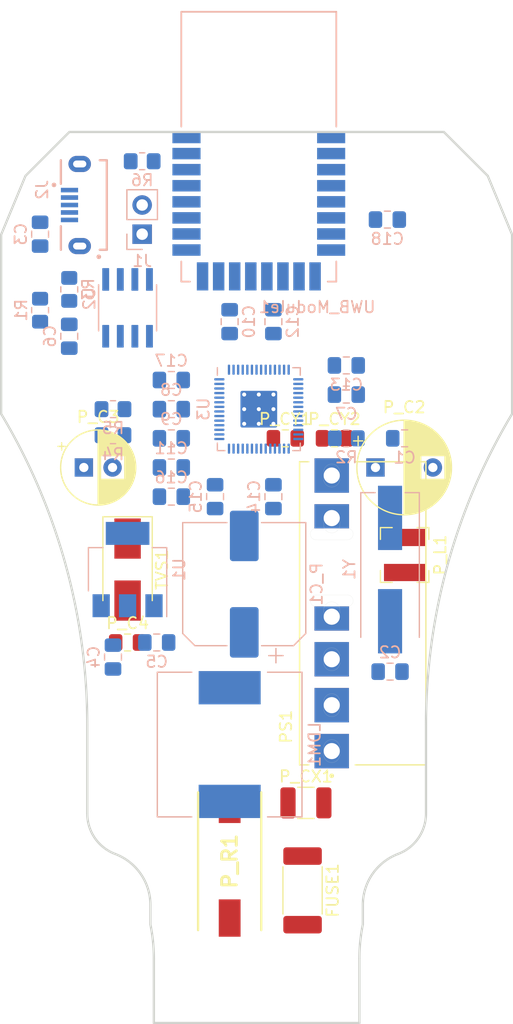
<source format=kicad_pcb>
(kicad_pcb (version 20171130) (host pcbnew "(5.1.10)-1")

  (general
    (thickness 1.6)
    (drawings 22)
    (tracks 0)
    (zones 0)
    (modules 44)
    (nets 73)
  )

  (page A4)
  (layers
    (0 F.Cu signal)
    (31 B.Cu signal)
    (32 B.Adhes user)
    (33 F.Adhes user)
    (34 B.Paste user)
    (35 F.Paste user)
    (36 B.SilkS user)
    (37 F.SilkS user)
    (38 B.Mask user)
    (39 F.Mask user)
    (40 Dwgs.User user)
    (41 Cmts.User user)
    (42 Eco1.User user)
    (43 Eco2.User user)
    (44 Edge.Cuts user)
    (45 Margin user)
    (46 B.CrtYd user)
    (47 F.CrtYd user)
    (48 B.Fab user)
    (49 F.Fab user)
  )

  (setup
    (last_trace_width 0.2)
    (user_trace_width 0.2)
    (user_trace_width 0.4)
    (user_trace_width 0.6)
    (user_trace_width 0.8)
    (user_trace_width 1)
    (trace_clearance 0.2)
    (zone_clearance 0.508)
    (zone_45_only no)
    (trace_min 0.2)
    (via_size 0.8)
    (via_drill 0.4)
    (via_min_size 0.4)
    (via_min_drill 0.3)
    (uvia_size 0.3)
    (uvia_drill 0.1)
    (uvias_allowed no)
    (uvia_min_size 0.2)
    (uvia_min_drill 0.1)
    (edge_width 0.05)
    (segment_width 0.2)
    (pcb_text_width 0.3)
    (pcb_text_size 1.5 1.5)
    (mod_edge_width 0.12)
    (mod_text_size 1 1)
    (mod_text_width 0.15)
    (pad_size 1.524 1.524)
    (pad_drill 0.762)
    (pad_to_mask_clearance 0)
    (aux_axis_origin 0 0)
    (visible_elements 7FFFFFFF)
    (pcbplotparams
      (layerselection 0x010fc_ffffffff)
      (usegerberextensions false)
      (usegerberattributes true)
      (usegerberadvancedattributes true)
      (creategerberjobfile true)
      (excludeedgelayer true)
      (linewidth 0.100000)
      (plotframeref false)
      (viasonmask false)
      (mode 1)
      (useauxorigin false)
      (hpglpennumber 1)
      (hpglpenspeed 20)
      (hpglpendiameter 15.000000)
      (psnegative false)
      (psa4output false)
      (plotreference true)
      (plotvalue true)
      (plotinvisibletext false)
      (padsonsilk false)
      (subtractmaskfromsilk false)
      (outputformat 1)
      (mirror false)
      (drillshape 1)
      (scaleselection 1)
      (outputdirectory ""))
  )

  (net 0 "")
  (net 1 /XIN)
  (net 2 GND)
  (net 3 "Net-(C2-Pad1)")
  (net 4 "Net-(C3-Pad2)")
  (net 5 VBUS)
  (net 6 +3V3)
  (net 7 +1V1)
  (net 8 "Net-(FUSE1-Pad1)")
  (net 9 "Net-(FUSE1-Pad2)")
  (net 10 /~USB_BOOT)
  (net 11 /USB_D-)
  (net 12 /USB_D+)
  (net 13 "Net-(J2-Pad4)")
  (net 14 "Net-(LDM1-Pad1)")
  (net 15 "Net-(LDM1-Pad2)")
  (net 16 "Net-(PS1-Pad3)")
  (net 17 "Net-(PS1-Pad4)")
  (net 18 "Net-(PS1-Pad6)")
  (net 19 "Net-(PS1-Pad2)")
  (net 20 "Net-(P_CY1-Pad1)")
  (net 21 /QSPI_SS)
  (net 22 /XOUT)
  (net 23 "Net-(R4-Pad2)")
  (net 24 "Net-(R5-Pad2)")
  (net 25 IRQ_DWM1000)
  (net 26 /QSPI_SD1)
  (net 27 /QSPI_SD2)
  (net 28 /QSPI_SD0)
  (net 29 /QSPI_SCLK)
  (net 30 /QSPI_SD3)
  (net 31 /GPIO0)
  (net 32 /GPIO1)
  (net 33 /GPIO2)
  (net 34 /GPIO3)
  (net 35 /GPIO4)
  (net 36 /GPIO5)
  (net 37 /GPIO6)
  (net 38 /GPIO7)
  (net 39 /GPIO15)
  (net 40 /SWCLK)
  (net 41 /SWD)
  (net 42 /RUN)
  (net 43 /GPIO16)
  (net 44 /GPIO17)
  (net 45 /GPIO18)
  (net 46 /GPIO19)
  (net 47 /GPIO20)
  (net 48 /GPIO21)
  (net 49 /GPIO22)
  (net 50 /GPIO23)
  (net 51 /GPIO24)
  (net 52 /GPIO25)
  (net 53 /GPIO26_ADC0)
  (net 54 /GPIO27_ADC1)
  (net 55 /GPIO28_ADC2)
  (net 56 /GPIO29_ADC3)
  (net 57 "Net-(UWB_Module1-Pad1)")
  (net 58 "Net-(UWB_Module1-Pad2)")
  (net 59 RSTn_DWM1000)
  (net 60 "Net-(UWB_Module1-Pad4)")
  (net 61 "Net-(UWB_Module1-Pad9)")
  (net 62 "Net-(UWB_Module1-Pad10)")
  (net 63 "Net-(UWB_Module1-Pad11)")
  (net 64 "Net-(UWB_Module1-Pad12)")
  (net 65 "Net-(UWB_Module1-Pad13)")
  (net 66 "Net-(UWB_Module1-Pad14)")
  (net 67 "Net-(UWB_Module1-Pad15)")
  (net 68 CS_DWM1000)
  (net 69 MOSI)
  (net 70 MISO)
  (net 71 SCK)
  (net 72 LED_DATA_L)

  (net_class Default "This is the default net class."
    (clearance 0.2)
    (trace_width 0.25)
    (via_dia 0.8)
    (via_drill 0.4)
    (uvia_dia 0.3)
    (uvia_drill 0.1)
    (add_net +1V1)
    (add_net +3V3)
    (add_net /GPIO0)
    (add_net /GPIO1)
    (add_net /GPIO15)
    (add_net /GPIO16)
    (add_net /GPIO17)
    (add_net /GPIO18)
    (add_net /GPIO19)
    (add_net /GPIO2)
    (add_net /GPIO20)
    (add_net /GPIO21)
    (add_net /GPIO22)
    (add_net /GPIO23)
    (add_net /GPIO24)
    (add_net /GPIO25)
    (add_net /GPIO26_ADC0)
    (add_net /GPIO27_ADC1)
    (add_net /GPIO28_ADC2)
    (add_net /GPIO29_ADC3)
    (add_net /GPIO3)
    (add_net /GPIO4)
    (add_net /GPIO5)
    (add_net /GPIO6)
    (add_net /GPIO7)
    (add_net /QSPI_SCLK)
    (add_net /QSPI_SD0)
    (add_net /QSPI_SD1)
    (add_net /QSPI_SD2)
    (add_net /QSPI_SD3)
    (add_net /QSPI_SS)
    (add_net /RUN)
    (add_net /SWCLK)
    (add_net /SWD)
    (add_net /USB_D+)
    (add_net /USB_D-)
    (add_net /XIN)
    (add_net /XOUT)
    (add_net /~USB_BOOT)
    (add_net CS_DWM1000)
    (add_net GND)
    (add_net IRQ_DWM1000)
    (add_net LED_DATA_L)
    (add_net MISO)
    (add_net MOSI)
    (add_net "Net-(C2-Pad1)")
    (add_net "Net-(C3-Pad2)")
    (add_net "Net-(FUSE1-Pad1)")
    (add_net "Net-(FUSE1-Pad2)")
    (add_net "Net-(J2-Pad4)")
    (add_net "Net-(LDM1-Pad1)")
    (add_net "Net-(LDM1-Pad2)")
    (add_net "Net-(PS1-Pad2)")
    (add_net "Net-(PS1-Pad3)")
    (add_net "Net-(PS1-Pad4)")
    (add_net "Net-(PS1-Pad6)")
    (add_net "Net-(P_CY1-Pad1)")
    (add_net "Net-(R4-Pad2)")
    (add_net "Net-(R5-Pad2)")
    (add_net "Net-(UWB_Module1-Pad1)")
    (add_net "Net-(UWB_Module1-Pad10)")
    (add_net "Net-(UWB_Module1-Pad11)")
    (add_net "Net-(UWB_Module1-Pad12)")
    (add_net "Net-(UWB_Module1-Pad13)")
    (add_net "Net-(UWB_Module1-Pad14)")
    (add_net "Net-(UWB_Module1-Pad15)")
    (add_net "Net-(UWB_Module1-Pad2)")
    (add_net "Net-(UWB_Module1-Pad4)")
    (add_net "Net-(UWB_Module1-Pad9)")
    (add_net RSTn_DWM1000)
    (add_net SCK)
    (add_net VBUS)
  )

  (net_class 0.15 ""
    (clearance 0.15)
    (trace_width 0.2)
    (via_dia 0.6)
    (via_drill 0.35)
    (uvia_dia 0.3)
    (uvia_drill 0.1)
  )

  (module Capacitor_SMD:C_0805_2012Metric_Pad1.18x1.45mm_HandSolder (layer B.Cu) (tedit 5F68FEEF) (tstamp 6220064B)
    (at 160.02 86.36)
    (descr "Capacitor SMD 0805 (2012 Metric), square (rectangular) end terminal, IPC_7351 nominal with elongated pad for handsoldering. (Body size source: IPC-SM-782 page 76, https://www.pcb-3d.com/wordpress/wp-content/uploads/ipc-sm-782a_amendment_1_and_2.pdf, https://docs.google.com/spreadsheets/d/1BsfQQcO9C6DZCsRaXUlFlo91Tg2WpOkGARC1WS5S8t0/edit?usp=sharing), generated with kicad-footprint-generator")
    (tags "capacitor handsolder")
    (path /5ED96B87)
    (attr smd)
    (fp_text reference C1 (at 0 1.68) (layer B.SilkS)
      (effects (font (size 1 1) (thickness 0.15)) (justify mirror))
    )
    (fp_text value 27pF (at 0 -1.68) (layer B.Fab)
      (effects (font (size 1 1) (thickness 0.15)) (justify mirror))
    )
    (fp_line (start -1 -0.625) (end -1 0.625) (layer B.Fab) (width 0.1))
    (fp_line (start -1 0.625) (end 1 0.625) (layer B.Fab) (width 0.1))
    (fp_line (start 1 0.625) (end 1 -0.625) (layer B.Fab) (width 0.1))
    (fp_line (start 1 -0.625) (end -1 -0.625) (layer B.Fab) (width 0.1))
    (fp_line (start -0.261252 0.735) (end 0.261252 0.735) (layer B.SilkS) (width 0.12))
    (fp_line (start -0.261252 -0.735) (end 0.261252 -0.735) (layer B.SilkS) (width 0.12))
    (fp_line (start -1.88 -0.98) (end -1.88 0.98) (layer B.CrtYd) (width 0.05))
    (fp_line (start -1.88 0.98) (end 1.88 0.98) (layer B.CrtYd) (width 0.05))
    (fp_line (start 1.88 0.98) (end 1.88 -0.98) (layer B.CrtYd) (width 0.05))
    (fp_line (start 1.88 -0.98) (end -1.88 -0.98) (layer B.CrtYd) (width 0.05))
    (fp_text user %R (at 0 0) (layer B.Fab)
      (effects (font (size 0.5 0.5) (thickness 0.08)) (justify mirror))
    )
    (pad 1 smd roundrect (at -1.0375 0) (size 1.175 1.45) (layers B.Cu B.Paste B.Mask) (roundrect_rratio 0.212766)
      (net 1 /XIN))
    (pad 2 smd roundrect (at 1.0375 0) (size 1.175 1.45) (layers B.Cu B.Paste B.Mask) (roundrect_rratio 0.212766)
      (net 2 GND))
    (model ${KISYS3DMOD}/Capacitor_SMD.3dshapes/C_0805_2012Metric.wrl
      (at (xyz 0 0 0))
      (scale (xyz 1 1 1))
      (rotate (xyz 0 0 0))
    )
  )

  (module Capacitor_SMD:C_0805_2012Metric_Pad1.18x1.45mm_HandSolder (layer B.Cu) (tedit 5F68FEEF) (tstamp 6221A4BE)
    (at 158.75 106.68 180)
    (descr "Capacitor SMD 0805 (2012 Metric), square (rectangular) end terminal, IPC_7351 nominal with elongated pad for handsoldering. (Body size source: IPC-SM-782 page 76, https://www.pcb-3d.com/wordpress/wp-content/uploads/ipc-sm-782a_amendment_1_and_2.pdf, https://docs.google.com/spreadsheets/d/1BsfQQcO9C6DZCsRaXUlFlo91Tg2WpOkGARC1WS5S8t0/edit?usp=sharing), generated with kicad-footprint-generator")
    (tags "capacitor handsolder")
    (path /5ED98685)
    (attr smd)
    (fp_text reference C2 (at 0 1.68) (layer B.SilkS)
      (effects (font (size 1 1) (thickness 0.15)) (justify mirror))
    )
    (fp_text value 27pF (at 0 -1.68) (layer B.Fab)
      (effects (font (size 1 1) (thickness 0.15)) (justify mirror))
    )
    (fp_line (start 1.88 -0.98) (end -1.88 -0.98) (layer B.CrtYd) (width 0.05))
    (fp_line (start 1.88 0.98) (end 1.88 -0.98) (layer B.CrtYd) (width 0.05))
    (fp_line (start -1.88 0.98) (end 1.88 0.98) (layer B.CrtYd) (width 0.05))
    (fp_line (start -1.88 -0.98) (end -1.88 0.98) (layer B.CrtYd) (width 0.05))
    (fp_line (start -0.261252 -0.735) (end 0.261252 -0.735) (layer B.SilkS) (width 0.12))
    (fp_line (start -0.261252 0.735) (end 0.261252 0.735) (layer B.SilkS) (width 0.12))
    (fp_line (start 1 -0.625) (end -1 -0.625) (layer B.Fab) (width 0.1))
    (fp_line (start 1 0.625) (end 1 -0.625) (layer B.Fab) (width 0.1))
    (fp_line (start -1 0.625) (end 1 0.625) (layer B.Fab) (width 0.1))
    (fp_line (start -1 -0.625) (end -1 0.625) (layer B.Fab) (width 0.1))
    (fp_text user %R (at 0 0) (layer B.Fab)
      (effects (font (size 0.5 0.5) (thickness 0.08)) (justify mirror))
    )
    (pad 2 smd roundrect (at 1.0375 0 180) (size 1.175 1.45) (layers B.Cu B.Paste B.Mask) (roundrect_rratio 0.212766)
      (net 2 GND))
    (pad 1 smd roundrect (at -1.0375 0 180) (size 1.175 1.45) (layers B.Cu B.Paste B.Mask) (roundrect_rratio 0.212766)
      (net 3 "Net-(C2-Pad1)"))
    (model ${KISYS3DMOD}/Capacitor_SMD.3dshapes/C_0805_2012Metric.wrl
      (at (xyz 0 0 0))
      (scale (xyz 1 1 1))
      (rotate (xyz 0 0 0))
    )
  )

  (module Capacitor_SMD:C_0805_2012Metric_Pad1.18x1.45mm_HandSolder (layer B.Cu) (tedit 5F68FEEF) (tstamp 6221256C)
    (at 128.27 68.58 270)
    (descr "Capacitor SMD 0805 (2012 Metric), square (rectangular) end terminal, IPC_7351 nominal with elongated pad for handsoldering. (Body size source: IPC-SM-782 page 76, https://www.pcb-3d.com/wordpress/wp-content/uploads/ipc-sm-782a_amendment_1_and_2.pdf, https://docs.google.com/spreadsheets/d/1BsfQQcO9C6DZCsRaXUlFlo91Tg2WpOkGARC1WS5S8t0/edit?usp=sharing), generated with kicad-footprint-generator")
    (tags "capacitor handsolder")
    (path /6214BA82)
    (attr smd)
    (fp_text reference C3 (at 0 1.68 90) (layer B.SilkS)
      (effects (font (size 1 1) (thickness 0.15)) (justify mirror))
    )
    (fp_text value 0.47uF (at 0 -1.68 90) (layer B.Fab)
      (effects (font (size 1 1) (thickness 0.15)) (justify mirror))
    )
    (fp_text user %R (at 0 0 90) (layer B.Fab)
      (effects (font (size 0.5 0.5) (thickness 0.08)) (justify mirror))
    )
    (fp_line (start 1.88 -0.98) (end -1.88 -0.98) (layer B.CrtYd) (width 0.05))
    (fp_line (start 1.88 0.98) (end 1.88 -0.98) (layer B.CrtYd) (width 0.05))
    (fp_line (start -1.88 0.98) (end 1.88 0.98) (layer B.CrtYd) (width 0.05))
    (fp_line (start -1.88 -0.98) (end -1.88 0.98) (layer B.CrtYd) (width 0.05))
    (fp_line (start -0.261252 -0.735) (end 0.261252 -0.735) (layer B.SilkS) (width 0.12))
    (fp_line (start -0.261252 0.735) (end 0.261252 0.735) (layer B.SilkS) (width 0.12))
    (fp_line (start 1 -0.625) (end -1 -0.625) (layer B.Fab) (width 0.1))
    (fp_line (start 1 0.625) (end 1 -0.625) (layer B.Fab) (width 0.1))
    (fp_line (start -1 0.625) (end 1 0.625) (layer B.Fab) (width 0.1))
    (fp_line (start -1 -0.625) (end -1 0.625) (layer B.Fab) (width 0.1))
    (pad 2 smd roundrect (at 1.0375 0 270) (size 1.175 1.45) (layers B.Cu B.Paste B.Mask) (roundrect_rratio 0.212766)
      (net 4 "Net-(C3-Pad2)"))
    (pad 1 smd roundrect (at -1.0375 0 270) (size 1.175 1.45) (layers B.Cu B.Paste B.Mask) (roundrect_rratio 0.212766)
      (net 2 GND))
    (model ${KISYS3DMOD}/Capacitor_SMD.3dshapes/C_0805_2012Metric.wrl
      (at (xyz 0 0 0))
      (scale (xyz 1 1 1))
      (rotate (xyz 0 0 0))
    )
  )

  (module Capacitor_SMD:C_0805_2012Metric_Pad1.18x1.45mm_HandSolder (layer B.Cu) (tedit 5F68FEEF) (tstamp 6220067E)
    (at 134.62 105.41 270)
    (descr "Capacitor SMD 0805 (2012 Metric), square (rectangular) end terminal, IPC_7351 nominal with elongated pad for handsoldering. (Body size source: IPC-SM-782 page 76, https://www.pcb-3d.com/wordpress/wp-content/uploads/ipc-sm-782a_amendment_1_and_2.pdf, https://docs.google.com/spreadsheets/d/1BsfQQcO9C6DZCsRaXUlFlo91Tg2WpOkGARC1WS5S8t0/edit?usp=sharing), generated with kicad-footprint-generator")
    (tags "capacitor handsolder")
    (path /5F09255D)
    (attr smd)
    (fp_text reference C4 (at 0 1.68 90) (layer B.SilkS)
      (effects (font (size 1 1) (thickness 0.15)) (justify mirror))
    )
    (fp_text value 10uF (at 0 -1.68 90) (layer B.Fab)
      (effects (font (size 1 1) (thickness 0.15)) (justify mirror))
    )
    (fp_line (start -1 -0.625) (end -1 0.625) (layer B.Fab) (width 0.1))
    (fp_line (start -1 0.625) (end 1 0.625) (layer B.Fab) (width 0.1))
    (fp_line (start 1 0.625) (end 1 -0.625) (layer B.Fab) (width 0.1))
    (fp_line (start 1 -0.625) (end -1 -0.625) (layer B.Fab) (width 0.1))
    (fp_line (start -0.261252 0.735) (end 0.261252 0.735) (layer B.SilkS) (width 0.12))
    (fp_line (start -0.261252 -0.735) (end 0.261252 -0.735) (layer B.SilkS) (width 0.12))
    (fp_line (start -1.88 -0.98) (end -1.88 0.98) (layer B.CrtYd) (width 0.05))
    (fp_line (start -1.88 0.98) (end 1.88 0.98) (layer B.CrtYd) (width 0.05))
    (fp_line (start 1.88 0.98) (end 1.88 -0.98) (layer B.CrtYd) (width 0.05))
    (fp_line (start 1.88 -0.98) (end -1.88 -0.98) (layer B.CrtYd) (width 0.05))
    (fp_text user %R (at 0 0 90) (layer B.Fab)
      (effects (font (size 0.5 0.5) (thickness 0.08)) (justify mirror))
    )
    (pad 1 smd roundrect (at -1.0375 0 270) (size 1.175 1.45) (layers B.Cu B.Paste B.Mask) (roundrect_rratio 0.212766)
      (net 5 VBUS))
    (pad 2 smd roundrect (at 1.0375 0 270) (size 1.175 1.45) (layers B.Cu B.Paste B.Mask) (roundrect_rratio 0.212766)
      (net 2 GND))
    (model ${KISYS3DMOD}/Capacitor_SMD.3dshapes/C_0805_2012Metric.wrl
      (at (xyz 0 0 0))
      (scale (xyz 1 1 1))
      (rotate (xyz 0 0 0))
    )
  )

  (module Capacitor_SMD:C_0805_2012Metric_Pad1.18x1.45mm_HandSolder (layer B.Cu) (tedit 5F68FEEF) (tstamp 6220068F)
    (at 138.43 104.14)
    (descr "Capacitor SMD 0805 (2012 Metric), square (rectangular) end terminal, IPC_7351 nominal with elongated pad for handsoldering. (Body size source: IPC-SM-782 page 76, https://www.pcb-3d.com/wordpress/wp-content/uploads/ipc-sm-782a_amendment_1_and_2.pdf, https://docs.google.com/spreadsheets/d/1BsfQQcO9C6DZCsRaXUlFlo91Tg2WpOkGARC1WS5S8t0/edit?usp=sharing), generated with kicad-footprint-generator")
    (tags "capacitor handsolder")
    (path /5F0930A1)
    (attr smd)
    (fp_text reference C5 (at 0 1.68) (layer B.SilkS)
      (effects (font (size 1 1) (thickness 0.15)) (justify mirror))
    )
    (fp_text value 10uF (at 0 -1.68) (layer B.Fab)
      (effects (font (size 1 1) (thickness 0.15)) (justify mirror))
    )
    (fp_text user %R (at 0 0) (layer B.Fab)
      (effects (font (size 0.5 0.5) (thickness 0.08)) (justify mirror))
    )
    (fp_line (start -1 -0.625) (end -1 0.625) (layer B.Fab) (width 0.1))
    (fp_line (start -1 0.625) (end 1 0.625) (layer B.Fab) (width 0.1))
    (fp_line (start 1 0.625) (end 1 -0.625) (layer B.Fab) (width 0.1))
    (fp_line (start 1 -0.625) (end -1 -0.625) (layer B.Fab) (width 0.1))
    (fp_line (start -0.261252 0.735) (end 0.261252 0.735) (layer B.SilkS) (width 0.12))
    (fp_line (start -0.261252 -0.735) (end 0.261252 -0.735) (layer B.SilkS) (width 0.12))
    (fp_line (start -1.88 -0.98) (end -1.88 0.98) (layer B.CrtYd) (width 0.05))
    (fp_line (start -1.88 0.98) (end 1.88 0.98) (layer B.CrtYd) (width 0.05))
    (fp_line (start 1.88 0.98) (end 1.88 -0.98) (layer B.CrtYd) (width 0.05))
    (fp_line (start 1.88 -0.98) (end -1.88 -0.98) (layer B.CrtYd) (width 0.05))
    (pad 1 smd roundrect (at -1.0375 0) (size 1.175 1.45) (layers B.Cu B.Paste B.Mask) (roundrect_rratio 0.212766)
      (net 6 +3V3))
    (pad 2 smd roundrect (at 1.0375 0) (size 1.175 1.45) (layers B.Cu B.Paste B.Mask) (roundrect_rratio 0.212766)
      (net 2 GND))
    (model ${KISYS3DMOD}/Capacitor_SMD.3dshapes/C_0805_2012Metric.wrl
      (at (xyz 0 0 0))
      (scale (xyz 1 1 1))
      (rotate (xyz 0 0 0))
    )
  )

  (module Capacitor_SMD:C_0805_2012Metric_Pad1.18x1.45mm_HandSolder (layer B.Cu) (tedit 5F68FEEF) (tstamp 622006A0)
    (at 130.81 77.47 270)
    (descr "Capacitor SMD 0805 (2012 Metric), square (rectangular) end terminal, IPC_7351 nominal with elongated pad for handsoldering. (Body size source: IPC-SM-782 page 76, https://www.pcb-3d.com/wordpress/wp-content/uploads/ipc-sm-782a_amendment_1_and_2.pdf, https://docs.google.com/spreadsheets/d/1BsfQQcO9C6DZCsRaXUlFlo91Tg2WpOkGARC1WS5S8t0/edit?usp=sharing), generated with kicad-footprint-generator")
    (tags "capacitor handsolder")
    (path /63269AF2)
    (attr smd)
    (fp_text reference C6 (at 0 1.68 90) (layer B.SilkS)
      (effects (font (size 1 1) (thickness 0.15)) (justify mirror))
    )
    (fp_text value 100nF (at 0 -1.68 90) (layer B.Fab)
      (effects (font (size 1 1) (thickness 0.15)) (justify mirror))
    )
    (fp_line (start -1 -0.625) (end -1 0.625) (layer B.Fab) (width 0.1))
    (fp_line (start -1 0.625) (end 1 0.625) (layer B.Fab) (width 0.1))
    (fp_line (start 1 0.625) (end 1 -0.625) (layer B.Fab) (width 0.1))
    (fp_line (start 1 -0.625) (end -1 -0.625) (layer B.Fab) (width 0.1))
    (fp_line (start -0.261252 0.735) (end 0.261252 0.735) (layer B.SilkS) (width 0.12))
    (fp_line (start -0.261252 -0.735) (end 0.261252 -0.735) (layer B.SilkS) (width 0.12))
    (fp_line (start -1.88 -0.98) (end -1.88 0.98) (layer B.CrtYd) (width 0.05))
    (fp_line (start -1.88 0.98) (end 1.88 0.98) (layer B.CrtYd) (width 0.05))
    (fp_line (start 1.88 0.98) (end 1.88 -0.98) (layer B.CrtYd) (width 0.05))
    (fp_line (start 1.88 -0.98) (end -1.88 -0.98) (layer B.CrtYd) (width 0.05))
    (fp_text user %R (at 0 0 90) (layer B.Fab)
      (effects (font (size 0.5 0.5) (thickness 0.08)) (justify mirror))
    )
    (pad 1 smd roundrect (at -1.0375 0 270) (size 1.175 1.45) (layers B.Cu B.Paste B.Mask) (roundrect_rratio 0.212766)
      (net 6 +3V3))
    (pad 2 smd roundrect (at 1.0375 0 270) (size 1.175 1.45) (layers B.Cu B.Paste B.Mask) (roundrect_rratio 0.212766)
      (net 2 GND))
    (model ${KISYS3DMOD}/Capacitor_SMD.3dshapes/C_0805_2012Metric.wrl
      (at (xyz 0 0 0))
      (scale (xyz 1 1 1))
      (rotate (xyz 0 0 0))
    )
  )

  (module Capacitor_SMD:C_0805_2012Metric_Pad1.18x1.45mm_HandSolder (layer B.Cu) (tedit 5F68FEEF) (tstamp 622006B1)
    (at 154.94 82.55)
    (descr "Capacitor SMD 0805 (2012 Metric), square (rectangular) end terminal, IPC_7351 nominal with elongated pad for handsoldering. (Body size source: IPC-SM-782 page 76, https://www.pcb-3d.com/wordpress/wp-content/uploads/ipc-sm-782a_amendment_1_and_2.pdf, https://docs.google.com/spreadsheets/d/1BsfQQcO9C6DZCsRaXUlFlo91Tg2WpOkGARC1WS5S8t0/edit?usp=sharing), generated with kicad-footprint-generator")
    (tags "capacitor handsolder")
    (path /5EF00505)
    (attr smd)
    (fp_text reference C7 (at 0 1.68) (layer B.SilkS)
      (effects (font (size 1 1) (thickness 0.15)) (justify mirror))
    )
    (fp_text value 100nF (at 0 -1.68) (layer B.Fab)
      (effects (font (size 1 1) (thickness 0.15)) (justify mirror))
    )
    (fp_text user %R (at 0 0) (layer B.Fab)
      (effects (font (size 0.5 0.5) (thickness 0.08)) (justify mirror))
    )
    (fp_line (start 1.88 -0.98) (end -1.88 -0.98) (layer B.CrtYd) (width 0.05))
    (fp_line (start 1.88 0.98) (end 1.88 -0.98) (layer B.CrtYd) (width 0.05))
    (fp_line (start -1.88 0.98) (end 1.88 0.98) (layer B.CrtYd) (width 0.05))
    (fp_line (start -1.88 -0.98) (end -1.88 0.98) (layer B.CrtYd) (width 0.05))
    (fp_line (start -0.261252 -0.735) (end 0.261252 -0.735) (layer B.SilkS) (width 0.12))
    (fp_line (start -0.261252 0.735) (end 0.261252 0.735) (layer B.SilkS) (width 0.12))
    (fp_line (start 1 -0.625) (end -1 -0.625) (layer B.Fab) (width 0.1))
    (fp_line (start 1 0.625) (end 1 -0.625) (layer B.Fab) (width 0.1))
    (fp_line (start -1 0.625) (end 1 0.625) (layer B.Fab) (width 0.1))
    (fp_line (start -1 -0.625) (end -1 0.625) (layer B.Fab) (width 0.1))
    (pad 2 smd roundrect (at 1.0375 0) (size 1.175 1.45) (layers B.Cu B.Paste B.Mask) (roundrect_rratio 0.212766)
      (net 2 GND))
    (pad 1 smd roundrect (at -1.0375 0) (size 1.175 1.45) (layers B.Cu B.Paste B.Mask) (roundrect_rratio 0.212766)
      (net 7 +1V1))
    (model ${KISYS3DMOD}/Capacitor_SMD.3dshapes/C_0805_2012Metric.wrl
      (at (xyz 0 0 0))
      (scale (xyz 1 1 1))
      (rotate (xyz 0 0 0))
    )
  )

  (module Capacitor_SMD:C_0805_2012Metric_Pad1.18x1.45mm_HandSolder (layer B.Cu) (tedit 5F68FEEF) (tstamp 622006C2)
    (at 139.7 83.82 180)
    (descr "Capacitor SMD 0805 (2012 Metric), square (rectangular) end terminal, IPC_7351 nominal with elongated pad for handsoldering. (Body size source: IPC-SM-782 page 76, https://www.pcb-3d.com/wordpress/wp-content/uploads/ipc-sm-782a_amendment_1_and_2.pdf, https://docs.google.com/spreadsheets/d/1BsfQQcO9C6DZCsRaXUlFlo91Tg2WpOkGARC1WS5S8t0/edit?usp=sharing), generated with kicad-footprint-generator")
    (tags "capacitor handsolder")
    (path /5EF0050F)
    (attr smd)
    (fp_text reference C8 (at 0 1.68) (layer B.SilkS)
      (effects (font (size 1 1) (thickness 0.15)) (justify mirror))
    )
    (fp_text value 100nF (at 0 -1.68) (layer B.Fab)
      (effects (font (size 1 1) (thickness 0.15)) (justify mirror))
    )
    (fp_line (start 1.88 -0.98) (end -1.88 -0.98) (layer B.CrtYd) (width 0.05))
    (fp_line (start 1.88 0.98) (end 1.88 -0.98) (layer B.CrtYd) (width 0.05))
    (fp_line (start -1.88 0.98) (end 1.88 0.98) (layer B.CrtYd) (width 0.05))
    (fp_line (start -1.88 -0.98) (end -1.88 0.98) (layer B.CrtYd) (width 0.05))
    (fp_line (start -0.261252 -0.735) (end 0.261252 -0.735) (layer B.SilkS) (width 0.12))
    (fp_line (start -0.261252 0.735) (end 0.261252 0.735) (layer B.SilkS) (width 0.12))
    (fp_line (start 1 -0.625) (end -1 -0.625) (layer B.Fab) (width 0.1))
    (fp_line (start 1 0.625) (end 1 -0.625) (layer B.Fab) (width 0.1))
    (fp_line (start -1 0.625) (end 1 0.625) (layer B.Fab) (width 0.1))
    (fp_line (start -1 -0.625) (end -1 0.625) (layer B.Fab) (width 0.1))
    (fp_text user %R (at 0 0) (layer B.Fab)
      (effects (font (size 0.5 0.5) (thickness 0.08)) (justify mirror))
    )
    (pad 2 smd roundrect (at 1.0375 0 180) (size 1.175 1.45) (layers B.Cu B.Paste B.Mask) (roundrect_rratio 0.212766)
      (net 2 GND))
    (pad 1 smd roundrect (at -1.0375 0 180) (size 1.175 1.45) (layers B.Cu B.Paste B.Mask) (roundrect_rratio 0.212766)
      (net 7 +1V1))
    (model ${KISYS3DMOD}/Capacitor_SMD.3dshapes/C_0805_2012Metric.wrl
      (at (xyz 0 0 0))
      (scale (xyz 1 1 1))
      (rotate (xyz 0 0 0))
    )
  )

  (module Capacitor_SMD:C_0805_2012Metric_Pad1.18x1.45mm_HandSolder (layer B.Cu) (tedit 5F68FEEF) (tstamp 622006D3)
    (at 139.7 86.36 180)
    (descr "Capacitor SMD 0805 (2012 Metric), square (rectangular) end terminal, IPC_7351 nominal with elongated pad for handsoldering. (Body size source: IPC-SM-782 page 76, https://www.pcb-3d.com/wordpress/wp-content/uploads/ipc-sm-782a_amendment_1_and_2.pdf, https://docs.google.com/spreadsheets/d/1BsfQQcO9C6DZCsRaXUlFlo91Tg2WpOkGARC1WS5S8t0/edit?usp=sharing), generated with kicad-footprint-generator")
    (tags "capacitor handsolder")
    (path /5EF07987)
    (attr smd)
    (fp_text reference C9 (at 0 1.68) (layer B.SilkS)
      (effects (font (size 1 1) (thickness 0.15)) (justify mirror))
    )
    (fp_text value 1uF (at 0 -1.68) (layer B.Fab)
      (effects (font (size 1 1) (thickness 0.15)) (justify mirror))
    )
    (fp_line (start -1 -0.625) (end -1 0.625) (layer B.Fab) (width 0.1))
    (fp_line (start -1 0.625) (end 1 0.625) (layer B.Fab) (width 0.1))
    (fp_line (start 1 0.625) (end 1 -0.625) (layer B.Fab) (width 0.1))
    (fp_line (start 1 -0.625) (end -1 -0.625) (layer B.Fab) (width 0.1))
    (fp_line (start -0.261252 0.735) (end 0.261252 0.735) (layer B.SilkS) (width 0.12))
    (fp_line (start -0.261252 -0.735) (end 0.261252 -0.735) (layer B.SilkS) (width 0.12))
    (fp_line (start -1.88 -0.98) (end -1.88 0.98) (layer B.CrtYd) (width 0.05))
    (fp_line (start -1.88 0.98) (end 1.88 0.98) (layer B.CrtYd) (width 0.05))
    (fp_line (start 1.88 0.98) (end 1.88 -0.98) (layer B.CrtYd) (width 0.05))
    (fp_line (start 1.88 -0.98) (end -1.88 -0.98) (layer B.CrtYd) (width 0.05))
    (fp_text user %R (at 0 0) (layer B.Fab)
      (effects (font (size 0.5 0.5) (thickness 0.08)) (justify mirror))
    )
    (pad 1 smd roundrect (at -1.0375 0 180) (size 1.175 1.45) (layers B.Cu B.Paste B.Mask) (roundrect_rratio 0.212766)
      (net 7 +1V1))
    (pad 2 smd roundrect (at 1.0375 0 180) (size 1.175 1.45) (layers B.Cu B.Paste B.Mask) (roundrect_rratio 0.212766)
      (net 2 GND))
    (model ${KISYS3DMOD}/Capacitor_SMD.3dshapes/C_0805_2012Metric.wrl
      (at (xyz 0 0 0))
      (scale (xyz 1 1 1))
      (rotate (xyz 0 0 0))
    )
  )

  (module Capacitor_SMD:C_0805_2012Metric_Pad1.18x1.45mm_HandSolder (layer B.Cu) (tedit 5F68FEEF) (tstamp 622006E4)
    (at 144.78 76.2 90)
    (descr "Capacitor SMD 0805 (2012 Metric), square (rectangular) end terminal, IPC_7351 nominal with elongated pad for handsoldering. (Body size source: IPC-SM-782 page 76, https://www.pcb-3d.com/wordpress/wp-content/uploads/ipc-sm-782a_amendment_1_and_2.pdf, https://docs.google.com/spreadsheets/d/1BsfQQcO9C6DZCsRaXUlFlo91Tg2WpOkGARC1WS5S8t0/edit?usp=sharing), generated with kicad-footprint-generator")
    (tags "capacitor handsolder")
    (path /5EEEE897)
    (attr smd)
    (fp_text reference C10 (at 0 1.68 90) (layer B.SilkS)
      (effects (font (size 1 1) (thickness 0.15)) (justify mirror))
    )
    (fp_text value 100nF (at 0 -1.68 90) (layer B.Fab)
      (effects (font (size 1 1) (thickness 0.15)) (justify mirror))
    )
    (fp_line (start -1 -0.625) (end -1 0.625) (layer B.Fab) (width 0.1))
    (fp_line (start -1 0.625) (end 1 0.625) (layer B.Fab) (width 0.1))
    (fp_line (start 1 0.625) (end 1 -0.625) (layer B.Fab) (width 0.1))
    (fp_line (start 1 -0.625) (end -1 -0.625) (layer B.Fab) (width 0.1))
    (fp_line (start -0.261252 0.735) (end 0.261252 0.735) (layer B.SilkS) (width 0.12))
    (fp_line (start -0.261252 -0.735) (end 0.261252 -0.735) (layer B.SilkS) (width 0.12))
    (fp_line (start -1.88 -0.98) (end -1.88 0.98) (layer B.CrtYd) (width 0.05))
    (fp_line (start -1.88 0.98) (end 1.88 0.98) (layer B.CrtYd) (width 0.05))
    (fp_line (start 1.88 0.98) (end 1.88 -0.98) (layer B.CrtYd) (width 0.05))
    (fp_line (start 1.88 -0.98) (end -1.88 -0.98) (layer B.CrtYd) (width 0.05))
    (fp_text user %R (at 0 0 90) (layer B.Fab)
      (effects (font (size 0.5 0.5) (thickness 0.08)) (justify mirror))
    )
    (pad 1 smd roundrect (at -1.0375 0 90) (size 1.175 1.45) (layers B.Cu B.Paste B.Mask) (roundrect_rratio 0.212766)
      (net 6 +3V3))
    (pad 2 smd roundrect (at 1.0375 0 90) (size 1.175 1.45) (layers B.Cu B.Paste B.Mask) (roundrect_rratio 0.212766)
      (net 2 GND))
    (model ${KISYS3DMOD}/Capacitor_SMD.3dshapes/C_0805_2012Metric.wrl
      (at (xyz 0 0 0))
      (scale (xyz 1 1 1))
      (rotate (xyz 0 0 0))
    )
  )

  (module Capacitor_SMD:C_0805_2012Metric_Pad1.18x1.45mm_HandSolder (layer B.Cu) (tedit 5F68FEEF) (tstamp 622006F5)
    (at 139.7 88.9 180)
    (descr "Capacitor SMD 0805 (2012 Metric), square (rectangular) end terminal, IPC_7351 nominal with elongated pad for handsoldering. (Body size source: IPC-SM-782 page 76, https://www.pcb-3d.com/wordpress/wp-content/uploads/ipc-sm-782a_amendment_1_and_2.pdf, https://docs.google.com/spreadsheets/d/1BsfQQcO9C6DZCsRaXUlFlo91Tg2WpOkGARC1WS5S8t0/edit?usp=sharing), generated with kicad-footprint-generator")
    (tags "capacitor handsolder")
    (path /5EF08170)
    (attr smd)
    (fp_text reference C11 (at 0 1.68) (layer B.SilkS)
      (effects (font (size 1 1) (thickness 0.15)) (justify mirror))
    )
    (fp_text value 1uF (at 0 -1.68) (layer B.Fab)
      (effects (font (size 1 1) (thickness 0.15)) (justify mirror))
    )
    (fp_line (start 1.88 -0.98) (end -1.88 -0.98) (layer B.CrtYd) (width 0.05))
    (fp_line (start 1.88 0.98) (end 1.88 -0.98) (layer B.CrtYd) (width 0.05))
    (fp_line (start -1.88 0.98) (end 1.88 0.98) (layer B.CrtYd) (width 0.05))
    (fp_line (start -1.88 -0.98) (end -1.88 0.98) (layer B.CrtYd) (width 0.05))
    (fp_line (start -0.261252 -0.735) (end 0.261252 -0.735) (layer B.SilkS) (width 0.12))
    (fp_line (start -0.261252 0.735) (end 0.261252 0.735) (layer B.SilkS) (width 0.12))
    (fp_line (start 1 -0.625) (end -1 -0.625) (layer B.Fab) (width 0.1))
    (fp_line (start 1 0.625) (end 1 -0.625) (layer B.Fab) (width 0.1))
    (fp_line (start -1 0.625) (end 1 0.625) (layer B.Fab) (width 0.1))
    (fp_line (start -1 -0.625) (end -1 0.625) (layer B.Fab) (width 0.1))
    (fp_text user %R (at 0 0) (layer B.Fab)
      (effects (font (size 0.5 0.5) (thickness 0.08)) (justify mirror))
    )
    (pad 2 smd roundrect (at 1.0375 0 180) (size 1.175 1.45) (layers B.Cu B.Paste B.Mask) (roundrect_rratio 0.212766)
      (net 2 GND))
    (pad 1 smd roundrect (at -1.0375 0 180) (size 1.175 1.45) (layers B.Cu B.Paste B.Mask) (roundrect_rratio 0.212766)
      (net 6 +3V3))
    (model ${KISYS3DMOD}/Capacitor_SMD.3dshapes/C_0805_2012Metric.wrl
      (at (xyz 0 0 0))
      (scale (xyz 1 1 1))
      (rotate (xyz 0 0 0))
    )
  )

  (module Capacitor_SMD:C_0805_2012Metric_Pad1.18x1.45mm_HandSolder (layer B.Cu) (tedit 5F68FEEF) (tstamp 62200706)
    (at 148.59 76.2 90)
    (descr "Capacitor SMD 0805 (2012 Metric), square (rectangular) end terminal, IPC_7351 nominal with elongated pad for handsoldering. (Body size source: IPC-SM-782 page 76, https://www.pcb-3d.com/wordpress/wp-content/uploads/ipc-sm-782a_amendment_1_and_2.pdf, https://docs.google.com/spreadsheets/d/1BsfQQcO9C6DZCsRaXUlFlo91Tg2WpOkGARC1WS5S8t0/edit?usp=sharing), generated with kicad-footprint-generator")
    (tags "capacitor handsolder")
    (path /5EEF00BB)
    (attr smd)
    (fp_text reference C12 (at 0 1.68 90) (layer B.SilkS)
      (effects (font (size 1 1) (thickness 0.15)) (justify mirror))
    )
    (fp_text value 100nF (at 0 -1.68 90) (layer B.Fab)
      (effects (font (size 1 1) (thickness 0.15)) (justify mirror))
    )
    (fp_line (start 1.88 -0.98) (end -1.88 -0.98) (layer B.CrtYd) (width 0.05))
    (fp_line (start 1.88 0.98) (end 1.88 -0.98) (layer B.CrtYd) (width 0.05))
    (fp_line (start -1.88 0.98) (end 1.88 0.98) (layer B.CrtYd) (width 0.05))
    (fp_line (start -1.88 -0.98) (end -1.88 0.98) (layer B.CrtYd) (width 0.05))
    (fp_line (start -0.261252 -0.735) (end 0.261252 -0.735) (layer B.SilkS) (width 0.12))
    (fp_line (start -0.261252 0.735) (end 0.261252 0.735) (layer B.SilkS) (width 0.12))
    (fp_line (start 1 -0.625) (end -1 -0.625) (layer B.Fab) (width 0.1))
    (fp_line (start 1 0.625) (end 1 -0.625) (layer B.Fab) (width 0.1))
    (fp_line (start -1 0.625) (end 1 0.625) (layer B.Fab) (width 0.1))
    (fp_line (start -1 -0.625) (end -1 0.625) (layer B.Fab) (width 0.1))
    (fp_text user %R (at 0 0 90) (layer B.Fab)
      (effects (font (size 0.5 0.5) (thickness 0.08)) (justify mirror))
    )
    (pad 2 smd roundrect (at 1.0375 0 90) (size 1.175 1.45) (layers B.Cu B.Paste B.Mask) (roundrect_rratio 0.212766)
      (net 2 GND))
    (pad 1 smd roundrect (at -1.0375 0 90) (size 1.175 1.45) (layers B.Cu B.Paste B.Mask) (roundrect_rratio 0.212766)
      (net 6 +3V3))
    (model ${KISYS3DMOD}/Capacitor_SMD.3dshapes/C_0805_2012Metric.wrl
      (at (xyz 0 0 0))
      (scale (xyz 1 1 1))
      (rotate (xyz 0 0 0))
    )
  )

  (module Capacitor_SMD:C_0805_2012Metric_Pad1.18x1.45mm_HandSolder (layer B.Cu) (tedit 5F68FEEF) (tstamp 62200717)
    (at 154.94 80.01)
    (descr "Capacitor SMD 0805 (2012 Metric), square (rectangular) end terminal, IPC_7351 nominal with elongated pad for handsoldering. (Body size source: IPC-SM-782 page 76, https://www.pcb-3d.com/wordpress/wp-content/uploads/ipc-sm-782a_amendment_1_and_2.pdf, https://docs.google.com/spreadsheets/d/1BsfQQcO9C6DZCsRaXUlFlo91Tg2WpOkGARC1WS5S8t0/edit?usp=sharing), generated with kicad-footprint-generator")
    (tags "capacitor handsolder")
    (path /5EEF0473)
    (attr smd)
    (fp_text reference C13 (at 0 1.68) (layer B.SilkS)
      (effects (font (size 1 1) (thickness 0.15)) (justify mirror))
    )
    (fp_text value 100nF (at 0 -1.68) (layer B.Fab)
      (effects (font (size 1 1) (thickness 0.15)) (justify mirror))
    )
    (fp_line (start 1.88 -0.98) (end -1.88 -0.98) (layer B.CrtYd) (width 0.05))
    (fp_line (start 1.88 0.98) (end 1.88 -0.98) (layer B.CrtYd) (width 0.05))
    (fp_line (start -1.88 0.98) (end 1.88 0.98) (layer B.CrtYd) (width 0.05))
    (fp_line (start -1.88 -0.98) (end -1.88 0.98) (layer B.CrtYd) (width 0.05))
    (fp_line (start -0.261252 -0.735) (end 0.261252 -0.735) (layer B.SilkS) (width 0.12))
    (fp_line (start -0.261252 0.735) (end 0.261252 0.735) (layer B.SilkS) (width 0.12))
    (fp_line (start 1 -0.625) (end -1 -0.625) (layer B.Fab) (width 0.1))
    (fp_line (start 1 0.625) (end 1 -0.625) (layer B.Fab) (width 0.1))
    (fp_line (start -1 0.625) (end 1 0.625) (layer B.Fab) (width 0.1))
    (fp_line (start -1 -0.625) (end -1 0.625) (layer B.Fab) (width 0.1))
    (fp_text user %R (at 0 0) (layer B.Fab)
      (effects (font (size 0.5 0.5) (thickness 0.08)) (justify mirror))
    )
    (pad 2 smd roundrect (at 1.0375 0) (size 1.175 1.45) (layers B.Cu B.Paste B.Mask) (roundrect_rratio 0.212766)
      (net 2 GND))
    (pad 1 smd roundrect (at -1.0375 0) (size 1.175 1.45) (layers B.Cu B.Paste B.Mask) (roundrect_rratio 0.212766)
      (net 6 +3V3))
    (model ${KISYS3DMOD}/Capacitor_SMD.3dshapes/C_0805_2012Metric.wrl
      (at (xyz 0 0 0))
      (scale (xyz 1 1 1))
      (rotate (xyz 0 0 0))
    )
  )

  (module Capacitor_SMD:C_0805_2012Metric_Pad1.18x1.45mm_HandSolder (layer B.Cu) (tedit 5F68FEEF) (tstamp 62200728)
    (at 148.59 91.44 270)
    (descr "Capacitor SMD 0805 (2012 Metric), square (rectangular) end terminal, IPC_7351 nominal with elongated pad for handsoldering. (Body size source: IPC-SM-782 page 76, https://www.pcb-3d.com/wordpress/wp-content/uploads/ipc-sm-782a_amendment_1_and_2.pdf, https://docs.google.com/spreadsheets/d/1BsfQQcO9C6DZCsRaXUlFlo91Tg2WpOkGARC1WS5S8t0/edit?usp=sharing), generated with kicad-footprint-generator")
    (tags "capacitor handsolder")
    (path /5EEF0994)
    (attr smd)
    (fp_text reference C14 (at 0 1.68 90) (layer B.SilkS)
      (effects (font (size 1 1) (thickness 0.15)) (justify mirror))
    )
    (fp_text value 100nF (at 0 -1.68 90) (layer B.Fab)
      (effects (font (size 1 1) (thickness 0.15)) (justify mirror))
    )
    (fp_line (start -1 -0.625) (end -1 0.625) (layer B.Fab) (width 0.1))
    (fp_line (start -1 0.625) (end 1 0.625) (layer B.Fab) (width 0.1))
    (fp_line (start 1 0.625) (end 1 -0.625) (layer B.Fab) (width 0.1))
    (fp_line (start 1 -0.625) (end -1 -0.625) (layer B.Fab) (width 0.1))
    (fp_line (start -0.261252 0.735) (end 0.261252 0.735) (layer B.SilkS) (width 0.12))
    (fp_line (start -0.261252 -0.735) (end 0.261252 -0.735) (layer B.SilkS) (width 0.12))
    (fp_line (start -1.88 -0.98) (end -1.88 0.98) (layer B.CrtYd) (width 0.05))
    (fp_line (start -1.88 0.98) (end 1.88 0.98) (layer B.CrtYd) (width 0.05))
    (fp_line (start 1.88 0.98) (end 1.88 -0.98) (layer B.CrtYd) (width 0.05))
    (fp_line (start 1.88 -0.98) (end -1.88 -0.98) (layer B.CrtYd) (width 0.05))
    (fp_text user %R (at 0 0 90) (layer F.Fab)
      (effects (font (size 0.5 0.5) (thickness 0.08)))
    )
    (pad 1 smd roundrect (at -1.0375 0 270) (size 1.175 1.45) (layers B.Cu B.Paste B.Mask) (roundrect_rratio 0.212766)
      (net 6 +3V3))
    (pad 2 smd roundrect (at 1.0375 0 270) (size 1.175 1.45) (layers B.Cu B.Paste B.Mask) (roundrect_rratio 0.212766)
      (net 2 GND))
    (model ${KISYS3DMOD}/Capacitor_SMD.3dshapes/C_0805_2012Metric.wrl
      (at (xyz 0 0 0))
      (scale (xyz 1 1 1))
      (rotate (xyz 0 0 0))
    )
  )

  (module Capacitor_SMD:C_0805_2012Metric_Pad1.18x1.45mm_HandSolder (layer B.Cu) (tedit 5F68FEEF) (tstamp 62200739)
    (at 158.5175 67.31)
    (descr "Capacitor SMD 0805 (2012 Metric), square (rectangular) end terminal, IPC_7351 nominal with elongated pad for handsoldering. (Body size source: IPC-SM-782 page 76, https://www.pcb-3d.com/wordpress/wp-content/uploads/ipc-sm-782a_amendment_1_and_2.pdf, https://docs.google.com/spreadsheets/d/1BsfQQcO9C6DZCsRaXUlFlo91Tg2WpOkGARC1WS5S8t0/edit?usp=sharing), generated with kicad-footprint-generator")
    (tags "capacitor handsolder")
    (path /5F1AF96D)
    (attr smd)
    (fp_text reference C18 (at 0 1.68) (layer B.SilkS)
      (effects (font (size 1 1) (thickness 0.15)) (justify mirror))
    )
    (fp_text value 10uF (at 0 -1.68) (layer B.Fab)
      (effects (font (size 1 1) (thickness 0.15)) (justify mirror))
    )
    (fp_line (start -1 -0.625) (end -1 0.625) (layer B.Fab) (width 0.1))
    (fp_line (start -1 0.625) (end 1 0.625) (layer B.Fab) (width 0.1))
    (fp_line (start 1 0.625) (end 1 -0.625) (layer B.Fab) (width 0.1))
    (fp_line (start 1 -0.625) (end -1 -0.625) (layer B.Fab) (width 0.1))
    (fp_line (start -0.261252 0.735) (end 0.261252 0.735) (layer B.SilkS) (width 0.12))
    (fp_line (start -0.261252 -0.735) (end 0.261252 -0.735) (layer B.SilkS) (width 0.12))
    (fp_line (start -1.88 -0.98) (end -1.88 0.98) (layer B.CrtYd) (width 0.05))
    (fp_line (start -1.88 0.98) (end 1.88 0.98) (layer B.CrtYd) (width 0.05))
    (fp_line (start 1.88 0.98) (end 1.88 -0.98) (layer B.CrtYd) (width 0.05))
    (fp_line (start 1.88 -0.98) (end -1.88 -0.98) (layer B.CrtYd) (width 0.05))
    (fp_text user %R (at 0 0) (layer B.Fab)
      (effects (font (size 0.5 0.5) (thickness 0.08)) (justify mirror))
    )
    (pad 1 smd roundrect (at -1.0375 0) (size 1.175 1.45) (layers B.Cu B.Paste B.Mask) (roundrect_rratio 0.212766)
      (net 6 +3V3))
    (pad 2 smd roundrect (at 1.0375 0) (size 1.175 1.45) (layers B.Cu B.Paste B.Mask) (roundrect_rratio 0.212766)
      (net 2 GND))
    (model ${KISYS3DMOD}/Capacitor_SMD.3dshapes/C_0805_2012Metric.wrl
      (at (xyz 0 0 0))
      (scale (xyz 1 1 1))
      (rotate (xyz 0 0 0))
    )
  )

  (module Capacitor_SMD:C_0805_2012Metric_Pad1.18x1.45mm_HandSolder (layer B.Cu) (tedit 5F68FEEF) (tstamp 6220074A)
    (at 143.51 91.44 270)
    (descr "Capacitor SMD 0805 (2012 Metric), square (rectangular) end terminal, IPC_7351 nominal with elongated pad for handsoldering. (Body size source: IPC-SM-782 page 76, https://www.pcb-3d.com/wordpress/wp-content/uploads/ipc-sm-782a_amendment_1_and_2.pdf, https://docs.google.com/spreadsheets/d/1BsfQQcO9C6DZCsRaXUlFlo91Tg2WpOkGARC1WS5S8t0/edit?usp=sharing), generated with kicad-footprint-generator")
    (tags "capacitor handsolder")
    (path /5EEF89B3)
    (attr smd)
    (fp_text reference C15 (at 0 1.68 90) (layer B.SilkS)
      (effects (font (size 1 1) (thickness 0.15)) (justify mirror))
    )
    (fp_text value 100nF (at 0 -1.68 90) (layer B.Fab)
      (effects (font (size 1 1) (thickness 0.15)) (justify mirror))
    )
    (fp_line (start 1.88 -0.98) (end -1.88 -0.98) (layer B.CrtYd) (width 0.05))
    (fp_line (start 1.88 0.98) (end 1.88 -0.98) (layer B.CrtYd) (width 0.05))
    (fp_line (start -1.88 0.98) (end 1.88 0.98) (layer B.CrtYd) (width 0.05))
    (fp_line (start -1.88 -0.98) (end -1.88 0.98) (layer B.CrtYd) (width 0.05))
    (fp_line (start -0.261252 -0.735) (end 0.261252 -0.735) (layer B.SilkS) (width 0.12))
    (fp_line (start -0.261252 0.735) (end 0.261252 0.735) (layer B.SilkS) (width 0.12))
    (fp_line (start 1 -0.625) (end -1 -0.625) (layer B.Fab) (width 0.1))
    (fp_line (start 1 0.625) (end 1 -0.625) (layer B.Fab) (width 0.1))
    (fp_line (start -1 0.625) (end 1 0.625) (layer B.Fab) (width 0.1))
    (fp_line (start -1 -0.625) (end -1 0.625) (layer B.Fab) (width 0.1))
    (fp_text user %R (at 0 0 90) (layer B.Fab)
      (effects (font (size 0.5 0.5) (thickness 0.08)) (justify mirror))
    )
    (pad 2 smd roundrect (at 1.0375 0 270) (size 1.175 1.45) (layers B.Cu B.Paste B.Mask) (roundrect_rratio 0.212766)
      (net 2 GND))
    (pad 1 smd roundrect (at -1.0375 0 270) (size 1.175 1.45) (layers B.Cu B.Paste B.Mask) (roundrect_rratio 0.212766)
      (net 6 +3V3))
    (model ${KISYS3DMOD}/Capacitor_SMD.3dshapes/C_0805_2012Metric.wrl
      (at (xyz 0 0 0))
      (scale (xyz 1 1 1))
      (rotate (xyz 0 0 0))
    )
  )

  (module Capacitor_SMD:C_0805_2012Metric_Pad1.18x1.45mm_HandSolder (layer B.Cu) (tedit 5F68FEEF) (tstamp 6220075B)
    (at 139.7 91.44 180)
    (descr "Capacitor SMD 0805 (2012 Metric), square (rectangular) end terminal, IPC_7351 nominal with elongated pad for handsoldering. (Body size source: IPC-SM-782 page 76, https://www.pcb-3d.com/wordpress/wp-content/uploads/ipc-sm-782a_amendment_1_and_2.pdf, https://docs.google.com/spreadsheets/d/1BsfQQcO9C6DZCsRaXUlFlo91Tg2WpOkGARC1WS5S8t0/edit?usp=sharing), generated with kicad-footprint-generator")
    (tags "capacitor handsolder")
    (path /5EEF89BD)
    (attr smd)
    (fp_text reference C16 (at 0 1.68) (layer B.SilkS)
      (effects (font (size 1 1) (thickness 0.15)) (justify mirror))
    )
    (fp_text value 100nF (at 0 -1.68) (layer B.Fab)
      (effects (font (size 1 1) (thickness 0.15)) (justify mirror))
    )
    (fp_line (start 1.88 -0.98) (end -1.88 -0.98) (layer B.CrtYd) (width 0.05))
    (fp_line (start 1.88 0.98) (end 1.88 -0.98) (layer B.CrtYd) (width 0.05))
    (fp_line (start -1.88 0.98) (end 1.88 0.98) (layer B.CrtYd) (width 0.05))
    (fp_line (start -1.88 -0.98) (end -1.88 0.98) (layer B.CrtYd) (width 0.05))
    (fp_line (start -0.261252 -0.735) (end 0.261252 -0.735) (layer B.SilkS) (width 0.12))
    (fp_line (start -0.261252 0.735) (end 0.261252 0.735) (layer B.SilkS) (width 0.12))
    (fp_line (start 1 -0.625) (end -1 -0.625) (layer B.Fab) (width 0.1))
    (fp_line (start 1 0.625) (end 1 -0.625) (layer B.Fab) (width 0.1))
    (fp_line (start -1 0.625) (end 1 0.625) (layer B.Fab) (width 0.1))
    (fp_line (start -1 -0.625) (end -1 0.625) (layer B.Fab) (width 0.1))
    (fp_text user %R (at 0 0) (layer B.Fab)
      (effects (font (size 0.5 0.5) (thickness 0.08)) (justify mirror))
    )
    (pad 2 smd roundrect (at 1.0375 0 180) (size 1.175 1.45) (layers B.Cu B.Paste B.Mask) (roundrect_rratio 0.212766)
      (net 2 GND))
    (pad 1 smd roundrect (at -1.0375 0 180) (size 1.175 1.45) (layers B.Cu B.Paste B.Mask) (roundrect_rratio 0.212766)
      (net 6 +3V3))
    (model ${KISYS3DMOD}/Capacitor_SMD.3dshapes/C_0805_2012Metric.wrl
      (at (xyz 0 0 0))
      (scale (xyz 1 1 1))
      (rotate (xyz 0 0 0))
    )
  )

  (module Capacitor_SMD:C_0805_2012Metric_Pad1.18x1.45mm_HandSolder (layer B.Cu) (tedit 5F68FEEF) (tstamp 6220076C)
    (at 139.7 81.28 180)
    (descr "Capacitor SMD 0805 (2012 Metric), square (rectangular) end terminal, IPC_7351 nominal with elongated pad for handsoldering. (Body size source: IPC-SM-782 page 76, https://www.pcb-3d.com/wordpress/wp-content/uploads/ipc-sm-782a_amendment_1_and_2.pdf, https://docs.google.com/spreadsheets/d/1BsfQQcO9C6DZCsRaXUlFlo91Tg2WpOkGARC1WS5S8t0/edit?usp=sharing), generated with kicad-footprint-generator")
    (tags "capacitor handsolder")
    (path /5EEF89C7)
    (attr smd)
    (fp_text reference C17 (at 0 1.68) (layer B.SilkS)
      (effects (font (size 1 1) (thickness 0.15)) (justify mirror))
    )
    (fp_text value 100nF (at 0 -1.68) (layer B.Fab)
      (effects (font (size 1 1) (thickness 0.15)) (justify mirror))
    )
    (fp_line (start 1.88 -0.98) (end -1.88 -0.98) (layer B.CrtYd) (width 0.05))
    (fp_line (start 1.88 0.98) (end 1.88 -0.98) (layer B.CrtYd) (width 0.05))
    (fp_line (start -1.88 0.98) (end 1.88 0.98) (layer B.CrtYd) (width 0.05))
    (fp_line (start -1.88 -0.98) (end -1.88 0.98) (layer B.CrtYd) (width 0.05))
    (fp_line (start -0.261252 -0.735) (end 0.261252 -0.735) (layer B.SilkS) (width 0.12))
    (fp_line (start -0.261252 0.735) (end 0.261252 0.735) (layer B.SilkS) (width 0.12))
    (fp_line (start 1 -0.625) (end -1 -0.625) (layer B.Fab) (width 0.1))
    (fp_line (start 1 0.625) (end 1 -0.625) (layer B.Fab) (width 0.1))
    (fp_line (start -1 0.625) (end 1 0.625) (layer B.Fab) (width 0.1))
    (fp_line (start -1 -0.625) (end -1 0.625) (layer B.Fab) (width 0.1))
    (fp_text user %R (at 0 0) (layer B.Fab)
      (effects (font (size 0.5 0.5) (thickness 0.08)) (justify mirror))
    )
    (pad 2 smd roundrect (at 1.0375 0 180) (size 1.175 1.45) (layers B.Cu B.Paste B.Mask) (roundrect_rratio 0.212766)
      (net 2 GND))
    (pad 1 smd roundrect (at -1.0375 0 180) (size 1.175 1.45) (layers B.Cu B.Paste B.Mask) (roundrect_rratio 0.212766)
      (net 6 +3V3))
    (model ${KISYS3DMOD}/Capacitor_SMD.3dshapes/C_0805_2012Metric.wrl
      (at (xyz 0 0 0))
      (scale (xyz 1 1 1))
      (rotate (xyz 0 0 0))
    )
  )

  (module Fuse:Fuse_2512_6332Metric_Pad1.52x3.35mm_HandSolder (layer F.Cu) (tedit 5F68FEF1) (tstamp 62216AB3)
    (at 151.13 125.73 270)
    (descr "Fuse SMD 2512 (6332 Metric), square (rectangular) end terminal, IPC_7351 nominal with elongated pad for handsoldering. (Body size source: http://www.tortai-tech.com/upload/download/2011102023233369053.pdf), generated with kicad-footprint-generator")
    (tags "fuse handsolder")
    (path /6293325E)
    (attr smd)
    (fp_text reference FUSE1 (at 0 -2.62 90) (layer F.SilkS)
      (effects (font (size 1 1) (thickness 0.15)))
    )
    (fp_text value 1A/300V (at 0 2.62 90) (layer F.Fab)
      (effects (font (size 1 1) (thickness 0.15)))
    )
    (fp_line (start -3.15 1.6) (end -3.15 -1.6) (layer F.Fab) (width 0.1))
    (fp_line (start -3.15 -1.6) (end 3.15 -1.6) (layer F.Fab) (width 0.1))
    (fp_line (start 3.15 -1.6) (end 3.15 1.6) (layer F.Fab) (width 0.1))
    (fp_line (start 3.15 1.6) (end -3.15 1.6) (layer F.Fab) (width 0.1))
    (fp_line (start -2.052064 -1.71) (end 2.052064 -1.71) (layer F.SilkS) (width 0.12))
    (fp_line (start -2.052064 1.71) (end 2.052064 1.71) (layer F.SilkS) (width 0.12))
    (fp_line (start -4 1.92) (end -4 -1.92) (layer F.CrtYd) (width 0.05))
    (fp_line (start -4 -1.92) (end 4 -1.92) (layer F.CrtYd) (width 0.05))
    (fp_line (start 4 -1.92) (end 4 1.92) (layer F.CrtYd) (width 0.05))
    (fp_line (start 4 1.92) (end -4 1.92) (layer F.CrtYd) (width 0.05))
    (fp_text user %R (at 0 0 90) (layer F.Fab)
      (effects (font (size 1 1) (thickness 0.15)))
    )
    (pad 1 smd roundrect (at -2.9875 0 270) (size 1.525 3.35) (layers F.Cu F.Paste F.Mask) (roundrect_rratio 0.163934)
      (net 8 "Net-(FUSE1-Pad1)"))
    (pad 2 smd roundrect (at 2.9875 0 270) (size 1.525 3.35) (layers F.Cu F.Paste F.Mask) (roundrect_rratio 0.163934)
      (net 9 "Net-(FUSE1-Pad2)"))
    (model ${KISYS3DMOD}/Fuse.3dshapes/Fuse_2512_6332Metric.wrl
      (at (xyz 0 0 0))
      (scale (xyz 1 1 1))
      (rotate (xyz 0 0 0))
    )
  )

  (module Connector_PinHeader_2.54mm:PinHeader_1x02_P2.54mm_Vertical (layer B.Cu) (tedit 59FED5CC) (tstamp 622007B3)
    (at 137.16 68.58)
    (descr "Through hole straight pin header, 1x02, 2.54mm pitch, single row")
    (tags "Through hole pin header THT 1x02 2.54mm single row")
    (path /633B4CDE)
    (fp_text reference J1 (at 0 2.33) (layer B.SilkS)
      (effects (font (size 1 1) (thickness 0.15)) (justify mirror))
    )
    (fp_text value Conn_01x02 (at 0 -4.87) (layer B.Fab)
      (effects (font (size 1 1) (thickness 0.15)) (justify mirror))
    )
    (fp_line (start -0.635 1.27) (end 1.27 1.27) (layer B.Fab) (width 0.1))
    (fp_line (start 1.27 1.27) (end 1.27 -3.81) (layer B.Fab) (width 0.1))
    (fp_line (start 1.27 -3.81) (end -1.27 -3.81) (layer B.Fab) (width 0.1))
    (fp_line (start -1.27 -3.81) (end -1.27 0.635) (layer B.Fab) (width 0.1))
    (fp_line (start -1.27 0.635) (end -0.635 1.27) (layer B.Fab) (width 0.1))
    (fp_line (start -1.33 -3.87) (end 1.33 -3.87) (layer B.SilkS) (width 0.12))
    (fp_line (start -1.33 -1.27) (end -1.33 -3.87) (layer B.SilkS) (width 0.12))
    (fp_line (start 1.33 -1.27) (end 1.33 -3.87) (layer B.SilkS) (width 0.12))
    (fp_line (start -1.33 -1.27) (end 1.33 -1.27) (layer B.SilkS) (width 0.12))
    (fp_line (start -1.33 0) (end -1.33 1.33) (layer B.SilkS) (width 0.12))
    (fp_line (start -1.33 1.33) (end 0 1.33) (layer B.SilkS) (width 0.12))
    (fp_line (start -1.8 1.8) (end -1.8 -4.35) (layer B.CrtYd) (width 0.05))
    (fp_line (start -1.8 -4.35) (end 1.8 -4.35) (layer B.CrtYd) (width 0.05))
    (fp_line (start 1.8 -4.35) (end 1.8 1.8) (layer B.CrtYd) (width 0.05))
    (fp_line (start 1.8 1.8) (end -1.8 1.8) (layer B.CrtYd) (width 0.05))
    (fp_text user %R (at 0 -1.27 -90) (layer B.Fab)
      (effects (font (size 1 1) (thickness 0.15)) (justify mirror))
    )
    (pad 1 thru_hole rect (at 0 0) (size 1.7 1.7) (drill 1) (layers *.Cu *.Mask)
      (net 10 /~USB_BOOT))
    (pad 2 thru_hole oval (at 0 -2.54) (size 1.7 1.7) (drill 1) (layers *.Cu *.Mask)
      (net 2 GND))
    (model ${KISYS3DMOD}/Connector_PinHeader_2.54mm.3dshapes/PinHeader_1x02_P2.54mm_Vertical.wrl
      (at (xyz 0 0 0))
      (scale (xyz 1 1 1))
      (rotate (xyz 0 0 0))
    )
  )

  (module USB3140-30-0140-1-C:GCT_USB3140-30-0140-1-C_REVE3 (layer B.Cu) (tedit 621FBEEC) (tstamp 622007D5)
    (at 132.08 66.04 270)
    (path /621371BD)
    (fp_text reference J2 (at -1.325 3.635 90) (layer B.SilkS)
      (effects (font (size 1 1) (thickness 0.15)) (justify mirror))
    )
    (fp_text value USB_B_Micro (at 13.915 -3.635 90) (layer B.Fab)
      (effects (font (size 1 1) (thickness 0.15)) (justify mirror))
    )
    (fp_circle (center -1.75 2.6) (end -1.65 2.6) (layer B.SilkS) (width 0.2))
    (fp_line (start -3.9 -2) (end -3.9 2) (layer B.Fab) (width 0.1))
    (fp_line (start -3.9 2) (end 3.9 2) (layer B.Fab) (width 0.1))
    (fp_line (start 3.9 -2) (end 3.9 2) (layer B.Fab) (width 0.1))
    (fp_line (start -3.9 -2) (end 3.9 -2) (layer B.Fab) (width 0.1))
    (fp_line (start -4.525 -2.25) (end -4.525 2.25) (layer B.CrtYd) (width 0.05))
    (fp_line (start -4.525 2.25) (end 4.525 2.25) (layer B.CrtYd) (width 0.05))
    (fp_line (start 4.525 -2.25) (end 4.525 2.25) (layer B.CrtYd) (width 0.05))
    (fp_line (start -4.525 -2.25) (end 4.525 -2.25) (layer B.CrtYd) (width 0.05))
    (fp_line (start 3.9 -2) (end 3.9 -1.39) (layer B.SilkS) (width 0.2))
    (fp_line (start -3.9 -2) (end -3.9 -1.39) (layer B.SilkS) (width 0.2))
    (fp_line (start 1.85 2) (end 3.9 2) (layer B.SilkS) (width 0.2))
    (fp_line (start -3.9 2) (end -1.85 2) (layer B.SilkS) (width 0.2))
    (fp_line (start -3.9 -2) (end 3.9 -2) (layer B.SilkS) (width 0.2))
    (fp_circle (center -1.75 2.6) (end -1.65 2.6) (layer B.Fab) (width 0.2))
    (fp_poly (pts (xy -3.575 1.335) (xy -3.612 1.334) (xy -3.648 1.331) (xy -3.685 1.326)
      (xy -3.721 1.32) (xy -3.756 1.311) (xy -3.791 1.301) (xy -3.826 1.289)
      (xy -3.86 1.274) (xy -3.893 1.259) (xy -3.925 1.241) (xy -3.956 1.222)
      (xy -3.986 1.201) (xy -4.016 1.179) (xy -4.043 1.155) (xy -4.07 1.13)
      (xy -4.095 1.103) (xy -4.119 1.076) (xy -4.141 1.046) (xy -4.162 1.016)
      (xy -4.181 0.985) (xy -4.199 0.953) (xy -4.214 0.92) (xy -4.229 0.886)
      (xy -4.241 0.851) (xy -4.251 0.816) (xy -4.26 0.781) (xy -4.266 0.745)
      (xy -4.271 0.708) (xy -4.274 0.672) (xy -4.275 0.635) (xy -4.275 0.085)
      (xy -4.274 0.048) (xy -4.271 0.012) (xy -4.266 -0.025) (xy -4.26 -0.061)
      (xy -4.251 -0.096) (xy -4.241 -0.131) (xy -4.229 -0.166) (xy -4.214 -0.2)
      (xy -4.199 -0.233) (xy -4.181 -0.265) (xy -4.162 -0.296) (xy -4.141 -0.326)
      (xy -4.119 -0.356) (xy -4.095 -0.383) (xy -4.07 -0.41) (xy -4.043 -0.435)
      (xy -4.016 -0.459) (xy -3.986 -0.481) (xy -3.956 -0.502) (xy -3.925 -0.521)
      (xy -3.893 -0.539) (xy -3.86 -0.554) (xy -3.826 -0.569) (xy -3.791 -0.581)
      (xy -3.756 -0.591) (xy -3.721 -0.6) (xy -3.685 -0.606) (xy -3.648 -0.611)
      (xy -3.612 -0.614) (xy -3.575 -0.615) (xy -3.538 -0.614) (xy -3.502 -0.611)
      (xy -3.465 -0.606) (xy -3.429 -0.6) (xy -3.394 -0.591) (xy -3.359 -0.581)
      (xy -3.324 -0.569) (xy -3.29 -0.554) (xy -3.257 -0.539) (xy -3.225 -0.521)
      (xy -3.194 -0.502) (xy -3.164 -0.481) (xy -3.134 -0.459) (xy -3.107 -0.435)
      (xy -3.08 -0.41) (xy -3.055 -0.383) (xy -3.031 -0.356) (xy -3.009 -0.326)
      (xy -2.988 -0.296) (xy -2.969 -0.265) (xy -2.951 -0.233) (xy -2.936 -0.2)
      (xy -2.921 -0.166) (xy -2.909 -0.131) (xy -2.899 -0.096) (xy -2.89 -0.061)
      (xy -2.884 -0.025) (xy -2.879 0.012) (xy -2.876 0.048) (xy -2.875 0.085)
      (xy -2.875 0.635) (xy -2.876 0.672) (xy -2.879 0.708) (xy -2.884 0.745)
      (xy -2.89 0.781) (xy -2.899 0.816) (xy -2.909 0.851) (xy -2.921 0.886)
      (xy -2.936 0.92) (xy -2.951 0.953) (xy -2.969 0.985) (xy -2.988 1.016)
      (xy -3.009 1.046) (xy -3.031 1.076) (xy -3.055 1.103) (xy -3.08 1.13)
      (xy -3.107 1.155) (xy -3.134 1.179) (xy -3.164 1.201) (xy -3.194 1.222)
      (xy -3.225 1.241) (xy -3.257 1.259) (xy -3.29 1.274) (xy -3.324 1.289)
      (xy -3.359 1.301) (xy -3.394 1.311) (xy -3.429 1.32) (xy -3.465 1.326)
      (xy -3.502 1.331) (xy -3.538 1.334) (xy -3.575 1.335)) (layer F.Cu) (width 0.01))
    (fp_poly (pts (xy -3.575 1.435) (xy -3.617 1.434) (xy -3.659 1.431) (xy -3.7 1.425)
      (xy -3.741 1.418) (xy -3.782 1.408) (xy -3.822 1.396) (xy -3.862 1.382)
      (xy -3.9 1.366) (xy -3.938 1.348) (xy -3.975 1.328) (xy -4.011 1.306)
      (xy -4.045 1.282) (xy -4.078 1.257) (xy -4.11 1.23) (xy -4.141 1.201)
      (xy -4.17 1.17) (xy -4.197 1.138) (xy -4.222 1.105) (xy -4.246 1.071)
      (xy -4.268 1.035) (xy -4.288 0.998) (xy -4.306 0.96) (xy -4.322 0.922)
      (xy -4.336 0.882) (xy -4.348 0.842) (xy -4.358 0.801) (xy -4.365 0.76)
      (xy -4.371 0.719) (xy -4.374 0.677) (xy -4.375 0.635) (xy -4.375 0.085)
      (xy -4.374 0.043) (xy -4.371 0.001) (xy -4.365 -0.04) (xy -4.358 -0.081)
      (xy -4.348 -0.122) (xy -4.336 -0.162) (xy -4.322 -0.202) (xy -4.306 -0.24)
      (xy -4.288 -0.278) (xy -4.268 -0.315) (xy -4.246 -0.351) (xy -4.222 -0.385)
      (xy -4.197 -0.418) (xy -4.17 -0.45) (xy -4.141 -0.481) (xy -4.11 -0.51)
      (xy -4.078 -0.537) (xy -4.045 -0.562) (xy -4.011 -0.586) (xy -3.975 -0.608)
      (xy -3.938 -0.628) (xy -3.9 -0.646) (xy -3.862 -0.662) (xy -3.822 -0.676)
      (xy -3.782 -0.688) (xy -3.741 -0.698) (xy -3.7 -0.705) (xy -3.659 -0.711)
      (xy -3.617 -0.714) (xy -3.575 -0.715) (xy -3.533 -0.714) (xy -3.491 -0.711)
      (xy -3.45 -0.705) (xy -3.409 -0.698) (xy -3.368 -0.688) (xy -3.328 -0.676)
      (xy -3.288 -0.662) (xy -3.25 -0.646) (xy -3.212 -0.628) (xy -3.175 -0.608)
      (xy -3.139 -0.586) (xy -3.105 -0.562) (xy -3.072 -0.537) (xy -3.04 -0.51)
      (xy -3.009 -0.481) (xy -2.98 -0.45) (xy -2.953 -0.418) (xy -2.928 -0.385)
      (xy -2.904 -0.351) (xy -2.882 -0.315) (xy -2.862 -0.278) (xy -2.844 -0.24)
      (xy -2.828 -0.202) (xy -2.814 -0.162) (xy -2.802 -0.122) (xy -2.792 -0.081)
      (xy -2.785 -0.04) (xy -2.779 0.001) (xy -2.776 0.043) (xy -2.775 0.085)
      (xy -2.775 0.635) (xy -2.776 0.677) (xy -2.779 0.719) (xy -2.785 0.76)
      (xy -2.792 0.801) (xy -2.802 0.842) (xy -2.814 0.882) (xy -2.828 0.922)
      (xy -2.844 0.96) (xy -2.862 0.998) (xy -2.882 1.035) (xy -2.904 1.071)
      (xy -2.928 1.105) (xy -2.953 1.138) (xy -2.98 1.17) (xy -3.009 1.201)
      (xy -3.04 1.23) (xy -3.072 1.257) (xy -3.105 1.282) (xy -3.139 1.306)
      (xy -3.175 1.328) (xy -3.212 1.348) (xy -3.25 1.366) (xy -3.288 1.382)
      (xy -3.328 1.396) (xy -3.368 1.408) (xy -3.409 1.418) (xy -3.45 1.425)
      (xy -3.491 1.431) (xy -3.533 1.434) (xy -3.575 1.435)) (layer F.Mask) (width 0.01))
    (fp_poly (pts (xy -3.575 1.335) (xy -3.612 1.334) (xy -3.648 1.331) (xy -3.685 1.326)
      (xy -3.721 1.32) (xy -3.756 1.311) (xy -3.791 1.301) (xy -3.826 1.289)
      (xy -3.86 1.274) (xy -3.893 1.259) (xy -3.925 1.241) (xy -3.956 1.222)
      (xy -3.986 1.201) (xy -4.016 1.179) (xy -4.043 1.155) (xy -4.07 1.13)
      (xy -4.095 1.103) (xy -4.119 1.076) (xy -4.141 1.046) (xy -4.162 1.016)
      (xy -4.181 0.985) (xy -4.199 0.953) (xy -4.214 0.92) (xy -4.229 0.886)
      (xy -4.241 0.851) (xy -4.251 0.816) (xy -4.26 0.781) (xy -4.266 0.745)
      (xy -4.271 0.708) (xy -4.274 0.672) (xy -4.275 0.635) (xy -4.275 0.085)
      (xy -4.274 0.048) (xy -4.271 0.012) (xy -4.266 -0.025) (xy -4.26 -0.061)
      (xy -4.251 -0.096) (xy -4.241 -0.131) (xy -4.229 -0.166) (xy -4.214 -0.2)
      (xy -4.199 -0.233) (xy -4.181 -0.265) (xy -4.162 -0.296) (xy -4.141 -0.326)
      (xy -4.119 -0.356) (xy -4.095 -0.383) (xy -4.07 -0.41) (xy -4.043 -0.435)
      (xy -4.016 -0.459) (xy -3.986 -0.481) (xy -3.956 -0.502) (xy -3.925 -0.521)
      (xy -3.893 -0.539) (xy -3.86 -0.554) (xy -3.826 -0.569) (xy -3.791 -0.581)
      (xy -3.756 -0.591) (xy -3.721 -0.6) (xy -3.685 -0.606) (xy -3.648 -0.611)
      (xy -3.612 -0.614) (xy -3.575 -0.615) (xy -3.538 -0.614) (xy -3.502 -0.611)
      (xy -3.465 -0.606) (xy -3.429 -0.6) (xy -3.394 -0.591) (xy -3.359 -0.581)
      (xy -3.324 -0.569) (xy -3.29 -0.554) (xy -3.257 -0.539) (xy -3.225 -0.521)
      (xy -3.194 -0.502) (xy -3.164 -0.481) (xy -3.134 -0.459) (xy -3.107 -0.435)
      (xy -3.08 -0.41) (xy -3.055 -0.383) (xy -3.031 -0.356) (xy -3.009 -0.326)
      (xy -2.988 -0.296) (xy -2.969 -0.265) (xy -2.951 -0.233) (xy -2.936 -0.2)
      (xy -2.921 -0.166) (xy -2.909 -0.131) (xy -2.899 -0.096) (xy -2.89 -0.061)
      (xy -2.884 -0.025) (xy -2.879 0.012) (xy -2.876 0.048) (xy -2.875 0.085)
      (xy -2.875 0.635) (xy -2.876 0.672) (xy -2.879 0.708) (xy -2.884 0.745)
      (xy -2.89 0.781) (xy -2.899 0.816) (xy -2.909 0.851) (xy -2.921 0.886)
      (xy -2.936 0.92) (xy -2.951 0.953) (xy -2.969 0.985) (xy -2.988 1.016)
      (xy -3.009 1.046) (xy -3.031 1.076) (xy -3.055 1.103) (xy -3.08 1.13)
      (xy -3.107 1.155) (xy -3.134 1.179) (xy -3.164 1.201) (xy -3.194 1.222)
      (xy -3.225 1.241) (xy -3.257 1.259) (xy -3.29 1.274) (xy -3.324 1.289)
      (xy -3.359 1.301) (xy -3.394 1.311) (xy -3.429 1.32) (xy -3.465 1.326)
      (xy -3.502 1.331) (xy -3.538 1.334) (xy -3.575 1.335)) (layer B.Cu) (width 0.01))
    (fp_poly (pts (xy -3.575 1.435) (xy -3.617 1.434) (xy -3.659 1.431) (xy -3.7 1.425)
      (xy -3.741 1.418) (xy -3.782 1.408) (xy -3.822 1.396) (xy -3.862 1.382)
      (xy -3.9 1.366) (xy -3.938 1.348) (xy -3.975 1.328) (xy -4.011 1.306)
      (xy -4.045 1.282) (xy -4.078 1.257) (xy -4.11 1.23) (xy -4.141 1.201)
      (xy -4.17 1.17) (xy -4.197 1.138) (xy -4.222 1.105) (xy -4.246 1.071)
      (xy -4.268 1.035) (xy -4.288 0.998) (xy -4.306 0.96) (xy -4.322 0.922)
      (xy -4.336 0.882) (xy -4.348 0.842) (xy -4.358 0.801) (xy -4.365 0.76)
      (xy -4.371 0.719) (xy -4.374 0.677) (xy -4.375 0.635) (xy -4.375 0.085)
      (xy -4.374 0.043) (xy -4.371 0.001) (xy -4.365 -0.04) (xy -4.358 -0.081)
      (xy -4.348 -0.122) (xy -4.336 -0.162) (xy -4.322 -0.202) (xy -4.306 -0.24)
      (xy -4.288 -0.278) (xy -4.268 -0.315) (xy -4.246 -0.351) (xy -4.222 -0.385)
      (xy -4.197 -0.418) (xy -4.17 -0.45) (xy -4.141 -0.481) (xy -4.11 -0.51)
      (xy -4.078 -0.537) (xy -4.045 -0.562) (xy -4.011 -0.586) (xy -3.975 -0.608)
      (xy -3.938 -0.628) (xy -3.9 -0.646) (xy -3.862 -0.662) (xy -3.822 -0.676)
      (xy -3.782 -0.688) (xy -3.741 -0.698) (xy -3.7 -0.705) (xy -3.659 -0.711)
      (xy -3.617 -0.714) (xy -3.575 -0.715) (xy -3.533 -0.714) (xy -3.491 -0.711)
      (xy -3.45 -0.705) (xy -3.409 -0.698) (xy -3.368 -0.688) (xy -3.328 -0.676)
      (xy -3.288 -0.662) (xy -3.25 -0.646) (xy -3.212 -0.628) (xy -3.175 -0.608)
      (xy -3.139 -0.586) (xy -3.105 -0.562) (xy -3.072 -0.537) (xy -3.04 -0.51)
      (xy -3.009 -0.481) (xy -2.98 -0.45) (xy -2.953 -0.418) (xy -2.928 -0.385)
      (xy -2.904 -0.351) (xy -2.882 -0.315) (xy -2.862 -0.278) (xy -2.844 -0.24)
      (xy -2.828 -0.202) (xy -2.814 -0.162) (xy -2.802 -0.122) (xy -2.792 -0.081)
      (xy -2.785 -0.04) (xy -2.779 0.001) (xy -2.776 0.043) (xy -2.775 0.085)
      (xy -2.775 0.635) (xy -2.776 0.677) (xy -2.779 0.719) (xy -2.785 0.76)
      (xy -2.792 0.801) (xy -2.802 0.842) (xy -2.814 0.882) (xy -2.828 0.922)
      (xy -2.844 0.96) (xy -2.862 0.998) (xy -2.882 1.035) (xy -2.904 1.071)
      (xy -2.928 1.105) (xy -2.953 1.138) (xy -2.98 1.17) (xy -3.009 1.201)
      (xy -3.04 1.23) (xy -3.072 1.257) (xy -3.105 1.282) (xy -3.139 1.306)
      (xy -3.175 1.328) (xy -3.212 1.348) (xy -3.25 1.366) (xy -3.288 1.382)
      (xy -3.328 1.396) (xy -3.368 1.408) (xy -3.409 1.418) (xy -3.45 1.425)
      (xy -3.491 1.431) (xy -3.533 1.434) (xy -3.575 1.435)) (layer B.Mask) (width 0.01))
    (fp_poly (pts (xy 3.575 1.335) (xy 3.538 1.334) (xy 3.502 1.331) (xy 3.465 1.326)
      (xy 3.429 1.32) (xy 3.394 1.311) (xy 3.359 1.301) (xy 3.324 1.289)
      (xy 3.29 1.274) (xy 3.257 1.259) (xy 3.225 1.241) (xy 3.194 1.222)
      (xy 3.164 1.201) (xy 3.134 1.179) (xy 3.107 1.155) (xy 3.08 1.13)
      (xy 3.055 1.103) (xy 3.031 1.076) (xy 3.009 1.046) (xy 2.988 1.016)
      (xy 2.969 0.985) (xy 2.951 0.953) (xy 2.936 0.92) (xy 2.921 0.886)
      (xy 2.909 0.851) (xy 2.899 0.816) (xy 2.89 0.781) (xy 2.884 0.745)
      (xy 2.879 0.708) (xy 2.876 0.672) (xy 2.875 0.635) (xy 2.875 0.085)
      (xy 2.876 0.048) (xy 2.879 0.012) (xy 2.884 -0.025) (xy 2.89 -0.061)
      (xy 2.899 -0.096) (xy 2.909 -0.131) (xy 2.921 -0.166) (xy 2.936 -0.2)
      (xy 2.951 -0.233) (xy 2.969 -0.265) (xy 2.988 -0.296) (xy 3.009 -0.326)
      (xy 3.031 -0.356) (xy 3.055 -0.383) (xy 3.08 -0.41) (xy 3.107 -0.435)
      (xy 3.134 -0.459) (xy 3.164 -0.481) (xy 3.194 -0.502) (xy 3.225 -0.521)
      (xy 3.257 -0.539) (xy 3.29 -0.554) (xy 3.324 -0.569) (xy 3.359 -0.581)
      (xy 3.394 -0.591) (xy 3.429 -0.6) (xy 3.465 -0.606) (xy 3.502 -0.611)
      (xy 3.538 -0.614) (xy 3.575 -0.615) (xy 3.612 -0.614) (xy 3.648 -0.611)
      (xy 3.685 -0.606) (xy 3.721 -0.6) (xy 3.756 -0.591) (xy 3.791 -0.581)
      (xy 3.826 -0.569) (xy 3.86 -0.554) (xy 3.893 -0.539) (xy 3.925 -0.521)
      (xy 3.956 -0.502) (xy 3.986 -0.481) (xy 4.016 -0.459) (xy 4.043 -0.435)
      (xy 4.07 -0.41) (xy 4.095 -0.383) (xy 4.119 -0.356) (xy 4.141 -0.326)
      (xy 4.162 -0.296) (xy 4.181 -0.265) (xy 4.199 -0.233) (xy 4.214 -0.2)
      (xy 4.229 -0.166) (xy 4.241 -0.131) (xy 4.251 -0.096) (xy 4.26 -0.061)
      (xy 4.266 -0.025) (xy 4.271 0.012) (xy 4.274 0.048) (xy 4.275 0.085)
      (xy 4.275 0.635) (xy 4.274 0.672) (xy 4.271 0.708) (xy 4.266 0.745)
      (xy 4.26 0.781) (xy 4.251 0.816) (xy 4.241 0.851) (xy 4.229 0.886)
      (xy 4.214 0.92) (xy 4.199 0.953) (xy 4.181 0.985) (xy 4.162 1.016)
      (xy 4.141 1.046) (xy 4.119 1.076) (xy 4.095 1.103) (xy 4.07 1.13)
      (xy 4.043 1.155) (xy 4.016 1.179) (xy 3.986 1.201) (xy 3.956 1.222)
      (xy 3.925 1.241) (xy 3.893 1.259) (xy 3.86 1.274) (xy 3.826 1.289)
      (xy 3.791 1.301) (xy 3.756 1.311) (xy 3.721 1.32) (xy 3.685 1.326)
      (xy 3.648 1.331) (xy 3.612 1.334) (xy 3.575 1.335)) (layer F.Cu) (width 0.01))
    (fp_poly (pts (xy 3.575 1.435) (xy 3.533 1.434) (xy 3.491 1.431) (xy 3.45 1.425)
      (xy 3.409 1.418) (xy 3.368 1.408) (xy 3.328 1.396) (xy 3.288 1.382)
      (xy 3.25 1.366) (xy 3.212 1.348) (xy 3.175 1.328) (xy 3.139 1.306)
      (xy 3.105 1.282) (xy 3.072 1.257) (xy 3.04 1.23) (xy 3.009 1.201)
      (xy 2.98 1.17) (xy 2.953 1.138) (xy 2.928 1.105) (xy 2.904 1.071)
      (xy 2.882 1.035) (xy 2.862 0.998) (xy 2.844 0.96) (xy 2.828 0.922)
      (xy 2.814 0.882) (xy 2.802 0.842) (xy 2.792 0.801) (xy 2.785 0.76)
      (xy 2.779 0.719) (xy 2.776 0.677) (xy 2.775 0.635) (xy 2.775 0.085)
      (xy 2.776 0.043) (xy 2.779 0.001) (xy 2.785 -0.04) (xy 2.792 -0.081)
      (xy 2.802 -0.122) (xy 2.814 -0.162) (xy 2.828 -0.202) (xy 2.844 -0.24)
      (xy 2.862 -0.278) (xy 2.882 -0.315) (xy 2.904 -0.351) (xy 2.928 -0.385)
      (xy 2.953 -0.418) (xy 2.98 -0.45) (xy 3.009 -0.481) (xy 3.04 -0.51)
      (xy 3.072 -0.537) (xy 3.105 -0.562) (xy 3.139 -0.586) (xy 3.175 -0.608)
      (xy 3.212 -0.628) (xy 3.25 -0.646) (xy 3.288 -0.662) (xy 3.328 -0.676)
      (xy 3.368 -0.688) (xy 3.409 -0.698) (xy 3.45 -0.705) (xy 3.491 -0.711)
      (xy 3.533 -0.714) (xy 3.575 -0.715) (xy 3.617 -0.714) (xy 3.659 -0.711)
      (xy 3.7 -0.705) (xy 3.741 -0.698) (xy 3.782 -0.688) (xy 3.822 -0.676)
      (xy 3.862 -0.662) (xy 3.9 -0.646) (xy 3.938 -0.628) (xy 3.975 -0.608)
      (xy 4.011 -0.586) (xy 4.045 -0.562) (xy 4.078 -0.537) (xy 4.11 -0.51)
      (xy 4.141 -0.481) (xy 4.17 -0.45) (xy 4.197 -0.418) (xy 4.222 -0.385)
      (xy 4.246 -0.351) (xy 4.268 -0.315) (xy 4.288 -0.278) (xy 4.306 -0.24)
      (xy 4.322 -0.202) (xy 4.336 -0.162) (xy 4.348 -0.122) (xy 4.358 -0.081)
      (xy 4.365 -0.04) (xy 4.371 0.001) (xy 4.374 0.043) (xy 4.375 0.085)
      (xy 4.375 0.635) (xy 4.374 0.677) (xy 4.371 0.719) (xy 4.365 0.76)
      (xy 4.358 0.801) (xy 4.348 0.842) (xy 4.336 0.882) (xy 4.322 0.922)
      (xy 4.306 0.96) (xy 4.288 0.998) (xy 4.268 1.035) (xy 4.246 1.071)
      (xy 4.222 1.105) (xy 4.197 1.138) (xy 4.17 1.17) (xy 4.141 1.201)
      (xy 4.11 1.23) (xy 4.078 1.257) (xy 4.045 1.282) (xy 4.011 1.306)
      (xy 3.975 1.328) (xy 3.938 1.348) (xy 3.9 1.366) (xy 3.862 1.382)
      (xy 3.822 1.396) (xy 3.782 1.408) (xy 3.741 1.418) (xy 3.7 1.425)
      (xy 3.659 1.431) (xy 3.617 1.434) (xy 3.575 1.435)) (layer F.Mask) (width 0.01))
    (fp_poly (pts (xy 3.575 1.335) (xy 3.538 1.334) (xy 3.502 1.331) (xy 3.465 1.326)
      (xy 3.429 1.32) (xy 3.394 1.311) (xy 3.359 1.301) (xy 3.324 1.289)
      (xy 3.29 1.274) (xy 3.257 1.259) (xy 3.225 1.241) (xy 3.194 1.222)
      (xy 3.164 1.201) (xy 3.134 1.179) (xy 3.107 1.155) (xy 3.08 1.13)
      (xy 3.055 1.103) (xy 3.031 1.076) (xy 3.009 1.046) (xy 2.988 1.016)
      (xy 2.969 0.985) (xy 2.951 0.953) (xy 2.936 0.92) (xy 2.921 0.886)
      (xy 2.909 0.851) (xy 2.899 0.816) (xy 2.89 0.781) (xy 2.884 0.745)
      (xy 2.879 0.708) (xy 2.876 0.672) (xy 2.875 0.635) (xy 2.875 0.085)
      (xy 2.876 0.048) (xy 2.879 0.012) (xy 2.884 -0.025) (xy 2.89 -0.061)
      (xy 2.899 -0.096) (xy 2.909 -0.131) (xy 2.921 -0.166) (xy 2.936 -0.2)
      (xy 2.951 -0.233) (xy 2.969 -0.265) (xy 2.988 -0.296) (xy 3.009 -0.326)
      (xy 3.031 -0.356) (xy 3.055 -0.383) (xy 3.08 -0.41) (xy 3.107 -0.435)
      (xy 3.134 -0.459) (xy 3.164 -0.481) (xy 3.194 -0.502) (xy 3.225 -0.521)
      (xy 3.257 -0.539) (xy 3.29 -0.554) (xy 3.324 -0.569) (xy 3.359 -0.581)
      (xy 3.394 -0.591) (xy 3.429 -0.6) (xy 3.465 -0.606) (xy 3.502 -0.611)
      (xy 3.538 -0.614) (xy 3.575 -0.615) (xy 3.612 -0.614) (xy 3.648 -0.611)
      (xy 3.685 -0.606) (xy 3.721 -0.6) (xy 3.756 -0.591) (xy 3.791 -0.581)
      (xy 3.826 -0.569) (xy 3.86 -0.554) (xy 3.893 -0.539) (xy 3.925 -0.521)
      (xy 3.956 -0.502) (xy 3.986 -0.481) (xy 4.016 -0.459) (xy 4.043 -0.435)
      (xy 4.07 -0.41) (xy 4.095 -0.383) (xy 4.119 -0.356) (xy 4.141 -0.326)
      (xy 4.162 -0.296) (xy 4.181 -0.265) (xy 4.199 -0.233) (xy 4.214 -0.2)
      (xy 4.229 -0.166) (xy 4.241 -0.131) (xy 4.251 -0.096) (xy 4.26 -0.061)
      (xy 4.266 -0.025) (xy 4.271 0.012) (xy 4.274 0.048) (xy 4.275 0.085)
      (xy 4.275 0.635) (xy 4.274 0.672) (xy 4.271 0.708) (xy 4.266 0.745)
      (xy 4.26 0.781) (xy 4.251 0.816) (xy 4.241 0.851) (xy 4.229 0.886)
      (xy 4.214 0.92) (xy 4.199 0.953) (xy 4.181 0.985) (xy 4.162 1.016)
      (xy 4.141 1.046) (xy 4.119 1.076) (xy 4.095 1.103) (xy 4.07 1.13)
      (xy 4.043 1.155) (xy 4.016 1.179) (xy 3.986 1.201) (xy 3.956 1.222)
      (xy 3.925 1.241) (xy 3.893 1.259) (xy 3.86 1.274) (xy 3.826 1.289)
      (xy 3.791 1.301) (xy 3.756 1.311) (xy 3.721 1.32) (xy 3.685 1.326)
      (xy 3.648 1.331) (xy 3.612 1.334) (xy 3.575 1.335)) (layer B.Cu) (width 0.01))
    (fp_poly (pts (xy 3.575 1.435) (xy 3.533 1.434) (xy 3.491 1.431) (xy 3.45 1.425)
      (xy 3.409 1.418) (xy 3.368 1.408) (xy 3.328 1.396) (xy 3.288 1.382)
      (xy 3.25 1.366) (xy 3.212 1.348) (xy 3.175 1.328) (xy 3.139 1.306)
      (xy 3.105 1.282) (xy 3.072 1.257) (xy 3.04 1.23) (xy 3.009 1.201)
      (xy 2.98 1.17) (xy 2.953 1.138) (xy 2.928 1.105) (xy 2.904 1.071)
      (xy 2.882 1.035) (xy 2.862 0.998) (xy 2.844 0.96) (xy 2.828 0.922)
      (xy 2.814 0.882) (xy 2.802 0.842) (xy 2.792 0.801) (xy 2.785 0.76)
      (xy 2.779 0.719) (xy 2.776 0.677) (xy 2.775 0.635) (xy 2.775 0.085)
      (xy 2.776 0.043) (xy 2.779 0.001) (xy 2.785 -0.04) (xy 2.792 -0.081)
      (xy 2.802 -0.122) (xy 2.814 -0.162) (xy 2.828 -0.202) (xy 2.844 -0.24)
      (xy 2.862 -0.278) (xy 2.882 -0.315) (xy 2.904 -0.351) (xy 2.928 -0.385)
      (xy 2.953 -0.418) (xy 2.98 -0.45) (xy 3.009 -0.481) (xy 3.04 -0.51)
      (xy 3.072 -0.537) (xy 3.105 -0.562) (xy 3.139 -0.586) (xy 3.175 -0.608)
      (xy 3.212 -0.628) (xy 3.25 -0.646) (xy 3.288 -0.662) (xy 3.328 -0.676)
      (xy 3.368 -0.688) (xy 3.409 -0.698) (xy 3.45 -0.705) (xy 3.491 -0.711)
      (xy 3.533 -0.714) (xy 3.575 -0.715) (xy 3.617 -0.714) (xy 3.659 -0.711)
      (xy 3.7 -0.705) (xy 3.741 -0.698) (xy 3.782 -0.688) (xy 3.822 -0.676)
      (xy 3.862 -0.662) (xy 3.9 -0.646) (xy 3.938 -0.628) (xy 3.975 -0.608)
      (xy 4.011 -0.586) (xy 4.045 -0.562) (xy 4.078 -0.537) (xy 4.11 -0.51)
      (xy 4.141 -0.481) (xy 4.17 -0.45) (xy 4.197 -0.418) (xy 4.222 -0.385)
      (xy 4.246 -0.351) (xy 4.268 -0.315) (xy 4.288 -0.278) (xy 4.306 -0.24)
      (xy 4.322 -0.202) (xy 4.336 -0.162) (xy 4.348 -0.122) (xy 4.358 -0.081)
      (xy 4.365 -0.04) (xy 4.371 0.001) (xy 4.374 0.043) (xy 4.375 0.085)
      (xy 4.375 0.635) (xy 4.374 0.677) (xy 4.371 0.719) (xy 4.365 0.76)
      (xy 4.358 0.801) (xy 4.348 0.842) (xy 4.336 0.882) (xy 4.322 0.922)
      (xy 4.306 0.96) (xy 4.288 0.998) (xy 4.268 1.035) (xy 4.246 1.071)
      (xy 4.222 1.105) (xy 4.197 1.138) (xy 4.17 1.17) (xy 4.141 1.201)
      (xy 4.11 1.23) (xy 4.078 1.257) (xy 4.045 1.282) (xy 4.011 1.306)
      (xy 3.975 1.328) (xy 3.938 1.348) (xy 3.9 1.366) (xy 3.862 1.382)
      (xy 3.822 1.396) (xy 3.782 1.408) (xy 3.741 1.418) (xy 3.7 1.425)
      (xy 3.659 1.431) (xy 3.617 1.434) (xy 3.575 1.435)) (layer B.Mask) (width 0.01))
    (pad 1 smd rect (at -1.3 1.25 270) (size 0.4 1.5) (layers B.Cu B.Paste B.Mask)
      (net 5 VBUS))
    (pad 2 smd rect (at -0.65 1.25 270) (size 0.4 1.5) (layers B.Cu B.Paste B.Mask)
      (net 11 /USB_D-))
    (pad 3 smd rect (at 0 1.25 270) (size 0.4 1.5) (layers B.Cu B.Paste B.Mask)
      (net 12 /USB_D+))
    (pad 4 smd rect (at 0.65 1.25 270) (size 0.4 1.5) (layers B.Cu B.Paste B.Mask)
      (net 13 "Net-(J2-Pad4)"))
    (pad 5 smd rect (at 1.3 1.25 270) (size 0.4 1.5) (layers B.Cu B.Paste B.Mask)
      (net 2 GND))
    (pad S1 thru_hole oval (at -3.575 0.36 270) (size 0.9 1.8) (drill oval 0.6 1.15) (layers *.Cu))
    (pad S2 thru_hole oval (at 3.575 0.36 270) (size 0.9 1.8) (drill oval 0.6 1.15) (layers *.Cu))
  )

  (module Inductor_SMD:L_12x12mm_H8mm (layer B.Cu) (tedit 5990349C) (tstamp 62215E8B)
    (at 144.78 113.03 90)
    (descr "Choke, SMD, 12x12mm 8mm height")
    (tags "Choke SMD")
    (path /628A7DB2)
    (attr smd)
    (fp_text reference LDM1 (at 0 7.4 90) (layer B.SilkS)
      (effects (font (size 1 1) (thickness 0.15)) (justify mirror))
    )
    (fp_text value 1.2mH (at 0 -7.6 90) (layer B.Fab)
      (effects (font (size 1 1) (thickness 0.15)) (justify mirror))
    )
    (fp_line (start 6.3 -3.3) (end 6.3 -6.3) (layer B.SilkS) (width 0.12))
    (fp_line (start 6.3 -6.3) (end -6.3 -6.3) (layer B.SilkS) (width 0.12))
    (fp_line (start -6.3 -6.3) (end -6.3 -3.3) (layer B.SilkS) (width 0.12))
    (fp_line (start -6.3 3.3) (end -6.3 6.3) (layer B.SilkS) (width 0.12))
    (fp_line (start -6.3 6.3) (end 6.3 6.3) (layer B.SilkS) (width 0.12))
    (fp_line (start 6.3 6.3) (end 6.3 3.3) (layer B.SilkS) (width 0.12))
    (fp_line (start -6.86 6.6) (end 6.86 6.6) (layer B.CrtYd) (width 0.05))
    (fp_line (start 6.86 6.6) (end 6.86 -6.6) (layer B.CrtYd) (width 0.05))
    (fp_line (start 6.86 -6.6) (end -6.86 -6.6) (layer B.CrtYd) (width 0.05))
    (fp_line (start -6.86 -6.6) (end -6.86 6.6) (layer B.CrtYd) (width 0.05))
    (fp_line (start 4.9 -3.3) (end 5 -3.4) (layer B.Fab) (width 0.1))
    (fp_line (start 5 -3.4) (end 5.1 -3.8) (layer B.Fab) (width 0.1))
    (fp_line (start 5.1 -3.8) (end 5 -4.3) (layer B.Fab) (width 0.1))
    (fp_line (start 5 -4.3) (end 4.8 -4.6) (layer B.Fab) (width 0.1))
    (fp_line (start 4.8 -4.6) (end 4.5 -5) (layer B.Fab) (width 0.1))
    (fp_line (start 4.5 -5) (end 4 -5.1) (layer B.Fab) (width 0.1))
    (fp_line (start 4 -5.1) (end 3.5 -5) (layer B.Fab) (width 0.1))
    (fp_line (start 3.5 -5) (end 3.1 -4.7) (layer B.Fab) (width 0.1))
    (fp_line (start 3.1 -4.7) (end 3 -4.6) (layer B.Fab) (width 0.1))
    (fp_line (start 3 -4.6) (end 2.4 -5) (layer B.Fab) (width 0.1))
    (fp_line (start 2.4 -5) (end 1.6 -5.3) (layer B.Fab) (width 0.1))
    (fp_line (start 1.6 -5.3) (end 0.6 -5.5) (layer B.Fab) (width 0.1))
    (fp_line (start 0.6 -5.5) (end -0.6 -5.5) (layer B.Fab) (width 0.1))
    (fp_line (start -0.6 -5.5) (end -1.5 -5.3) (layer B.Fab) (width 0.1))
    (fp_line (start -1.5 -5.3) (end -2.1 -5.1) (layer B.Fab) (width 0.1))
    (fp_line (start -2.1 -5.1) (end -2.6 -4.9) (layer B.Fab) (width 0.1))
    (fp_line (start -2.6 -4.9) (end -3 -4.7) (layer B.Fab) (width 0.1))
    (fp_line (start -3 -4.7) (end -3.3 -4.9) (layer B.Fab) (width 0.1))
    (fp_line (start -3.3 -4.9) (end -3.9 -5.1) (layer B.Fab) (width 0.1))
    (fp_line (start -3.9 -5.1) (end -4.3 -5) (layer B.Fab) (width 0.1))
    (fp_line (start -4.3 -5) (end -4.6 -4.8) (layer B.Fab) (width 0.1))
    (fp_line (start -4.6 -4.8) (end -4.9 -4.6) (layer B.Fab) (width 0.1))
    (fp_line (start -4.9 -4.6) (end -5.1 -4.1) (layer B.Fab) (width 0.1))
    (fp_line (start -5.1 -4.1) (end -5 -3.6) (layer B.Fab) (width 0.1))
    (fp_line (start -5 -3.6) (end -4.8 -3.2) (layer B.Fab) (width 0.1))
    (fp_line (start 4.9 3.3) (end 5 3.6) (layer B.Fab) (width 0.1))
    (fp_line (start 5 3.6) (end 5.1 4) (layer B.Fab) (width 0.1))
    (fp_line (start 5.1 4) (end 5 4.3) (layer B.Fab) (width 0.1))
    (fp_line (start 5 4.3) (end 4.8 4.7) (layer B.Fab) (width 0.1))
    (fp_line (start 4.8 4.7) (end 4.5 4.9) (layer B.Fab) (width 0.1))
    (fp_line (start 4.5 4.9) (end 4.2 5.1) (layer B.Fab) (width 0.1))
    (fp_line (start 4.2 5.1) (end 3.9 5.1) (layer B.Fab) (width 0.1))
    (fp_line (start 3.9 5.1) (end 3.6 5) (layer B.Fab) (width 0.1))
    (fp_line (start 3.6 5) (end 3.3 4.9) (layer B.Fab) (width 0.1))
    (fp_line (start 3.3 4.9) (end 3 4.6) (layer B.Fab) (width 0.1))
    (fp_line (start 3 4.6) (end 2.6 4.9) (layer B.Fab) (width 0.1))
    (fp_line (start 2.6 4.9) (end 2.2 5.1) (layer B.Fab) (width 0.1))
    (fp_line (start 2.2 5.1) (end 1.7 5.3) (layer B.Fab) (width 0.1))
    (fp_line (start 1.7 5.3) (end 0.9 5.5) (layer B.Fab) (width 0.1))
    (fp_line (start 0.9 5.5) (end 0 5.6) (layer B.Fab) (width 0.1))
    (fp_line (start 0 5.6) (end -0.8 5.5) (layer B.Fab) (width 0.1))
    (fp_line (start -0.8 5.5) (end -1.7 5.3) (layer B.Fab) (width 0.1))
    (fp_line (start -1.7 5.3) (end -2.6 4.9) (layer B.Fab) (width 0.1))
    (fp_line (start -2.6 4.9) (end -3 4.7) (layer B.Fab) (width 0.1))
    (fp_line (start -3 4.7) (end -3.3 4.9) (layer B.Fab) (width 0.1))
    (fp_line (start -3.3 4.9) (end -3.7 5.1) (layer B.Fab) (width 0.1))
    (fp_line (start -3.7 5.1) (end -4.2 5) (layer B.Fab) (width 0.1))
    (fp_line (start -4.2 5) (end -4.6 4.8) (layer B.Fab) (width 0.1))
    (fp_line (start -4.6 4.8) (end -4.9 4.5) (layer B.Fab) (width 0.1))
    (fp_line (start -4.9 4.5) (end -5.1 4) (layer B.Fab) (width 0.1))
    (fp_line (start -5.1 4) (end -5 3.5) (layer B.Fab) (width 0.1))
    (fp_line (start -5 3.5) (end -4.8 3.2) (layer B.Fab) (width 0.1))
    (fp_line (start -6.2 -3.3) (end -6.2 -6.2) (layer B.Fab) (width 0.1))
    (fp_line (start -6.2 -6.2) (end 6.2 -6.2) (layer B.Fab) (width 0.1))
    (fp_line (start 6.2 -6.2) (end 6.2 -3.3) (layer B.Fab) (width 0.1))
    (fp_line (start 6.2 6.2) (end -6.2 6.2) (layer B.Fab) (width 0.1))
    (fp_line (start -6.2 6.2) (end -6.2 3.3) (layer B.Fab) (width 0.1))
    (fp_line (start 6.2 6.2) (end 6.2 3.3) (layer B.Fab) (width 0.1))
    (fp_circle (center 0 0) (end 0.9 0) (layer B.Adhes) (width 0.38))
    (fp_circle (center 0 0) (end 0.55 0) (layer B.Adhes) (width 0.38))
    (fp_circle (center 0 0) (end 0.15 -0.15) (layer B.Adhes) (width 0.38))
    (fp_circle (center -2.1 -3) (end -1.8 -3.25) (layer B.Fab) (width 0.1))
    (fp_text user %R (at 0 0 90) (layer B.Fab)
      (effects (font (size 1 1) (thickness 0.15)) (justify mirror))
    )
    (pad 1 smd rect (at -4.95 0 90) (size 2.9 5.4) (layers B.Cu B.Paste B.Mask)
      (net 14 "Net-(LDM1-Pad1)"))
    (pad 2 smd rect (at 4.95 0 90) (size 2.9 5.4) (layers B.Cu B.Paste B.Mask)
      (net 15 "Net-(LDM1-Pad2)"))
    (model ${KISYS3DMOD}/Inductor_SMD.3dshapes/L_12x12mm_H8mm.wrl
      (at (xyz 0 0 0))
      (scale (xyz 1 1 1))
      (rotate (xyz 0 0 0))
    )
  )

  (module Capacitor_THT:CP_Radial_D8.0mm_P5.00mm (layer F.Cu) (tedit 5AE50EF0) (tstamp 622009C3)
    (at 157.48 88.9)
    (descr "CP, Radial series, Radial, pin pitch=5.00mm, , diameter=8mm, Electrolytic Capacitor")
    (tags "CP Radial series Radial pin pitch 5.00mm  diameter 8mm Electrolytic Capacitor")
    (path /637DB107)
    (fp_text reference P_C2 (at 2.5 -5.25) (layer F.SilkS)
      (effects (font (size 1 1) (thickness 0.15)))
    )
    (fp_text value 470uF (at 2.5 5.25) (layer F.Fab)
      (effects (font (size 1 1) (thickness 0.15)))
    )
    (fp_circle (center 2.5 0) (end 6.5 0) (layer F.Fab) (width 0.1))
    (fp_circle (center 2.5 0) (end 6.62 0) (layer F.SilkS) (width 0.12))
    (fp_circle (center 2.5 0) (end 6.75 0) (layer F.CrtYd) (width 0.05))
    (fp_line (start -0.926759 -1.7475) (end -0.126759 -1.7475) (layer F.Fab) (width 0.1))
    (fp_line (start -0.526759 -2.1475) (end -0.526759 -1.3475) (layer F.Fab) (width 0.1))
    (fp_line (start 2.5 -4.08) (end 2.5 4.08) (layer F.SilkS) (width 0.12))
    (fp_line (start 2.54 -4.08) (end 2.54 4.08) (layer F.SilkS) (width 0.12))
    (fp_line (start 2.58 -4.08) (end 2.58 4.08) (layer F.SilkS) (width 0.12))
    (fp_line (start 2.62 -4.079) (end 2.62 4.079) (layer F.SilkS) (width 0.12))
    (fp_line (start 2.66 -4.077) (end 2.66 4.077) (layer F.SilkS) (width 0.12))
    (fp_line (start 2.7 -4.076) (end 2.7 4.076) (layer F.SilkS) (width 0.12))
    (fp_line (start 2.74 -4.074) (end 2.74 4.074) (layer F.SilkS) (width 0.12))
    (fp_line (start 2.78 -4.071) (end 2.78 4.071) (layer F.SilkS) (width 0.12))
    (fp_line (start 2.82 -4.068) (end 2.82 4.068) (layer F.SilkS) (width 0.12))
    (fp_line (start 2.86 -4.065) (end 2.86 4.065) (layer F.SilkS) (width 0.12))
    (fp_line (start 2.9 -4.061) (end 2.9 4.061) (layer F.SilkS) (width 0.12))
    (fp_line (start 2.94 -4.057) (end 2.94 4.057) (layer F.SilkS) (width 0.12))
    (fp_line (start 2.98 -4.052) (end 2.98 4.052) (layer F.SilkS) (width 0.12))
    (fp_line (start 3.02 -4.048) (end 3.02 4.048) (layer F.SilkS) (width 0.12))
    (fp_line (start 3.06 -4.042) (end 3.06 4.042) (layer F.SilkS) (width 0.12))
    (fp_line (start 3.1 -4.037) (end 3.1 4.037) (layer F.SilkS) (width 0.12))
    (fp_line (start 3.14 -4.03) (end 3.14 4.03) (layer F.SilkS) (width 0.12))
    (fp_line (start 3.18 -4.024) (end 3.18 4.024) (layer F.SilkS) (width 0.12))
    (fp_line (start 3.221 -4.017) (end 3.221 4.017) (layer F.SilkS) (width 0.12))
    (fp_line (start 3.261 -4.01) (end 3.261 4.01) (layer F.SilkS) (width 0.12))
    (fp_line (start 3.301 -4.002) (end 3.301 4.002) (layer F.SilkS) (width 0.12))
    (fp_line (start 3.341 -3.994) (end 3.341 3.994) (layer F.SilkS) (width 0.12))
    (fp_line (start 3.381 -3.985) (end 3.381 3.985) (layer F.SilkS) (width 0.12))
    (fp_line (start 3.421 -3.976) (end 3.421 3.976) (layer F.SilkS) (width 0.12))
    (fp_line (start 3.461 -3.967) (end 3.461 3.967) (layer F.SilkS) (width 0.12))
    (fp_line (start 3.501 -3.957) (end 3.501 3.957) (layer F.SilkS) (width 0.12))
    (fp_line (start 3.541 -3.947) (end 3.541 3.947) (layer F.SilkS) (width 0.12))
    (fp_line (start 3.581 -3.936) (end 3.581 3.936) (layer F.SilkS) (width 0.12))
    (fp_line (start 3.621 -3.925) (end 3.621 3.925) (layer F.SilkS) (width 0.12))
    (fp_line (start 3.661 -3.914) (end 3.661 3.914) (layer F.SilkS) (width 0.12))
    (fp_line (start 3.701 -3.902) (end 3.701 3.902) (layer F.SilkS) (width 0.12))
    (fp_line (start 3.741 -3.889) (end 3.741 3.889) (layer F.SilkS) (width 0.12))
    (fp_line (start 3.781 -3.877) (end 3.781 3.877) (layer F.SilkS) (width 0.12))
    (fp_line (start 3.821 -3.863) (end 3.821 3.863) (layer F.SilkS) (width 0.12))
    (fp_line (start 3.861 -3.85) (end 3.861 3.85) (layer F.SilkS) (width 0.12))
    (fp_line (start 3.901 -3.835) (end 3.901 3.835) (layer F.SilkS) (width 0.12))
    (fp_line (start 3.941 -3.821) (end 3.941 3.821) (layer F.SilkS) (width 0.12))
    (fp_line (start 3.981 -3.805) (end 3.981 -1.04) (layer F.SilkS) (width 0.12))
    (fp_line (start 3.981 1.04) (end 3.981 3.805) (layer F.SilkS) (width 0.12))
    (fp_line (start 4.021 -3.79) (end 4.021 -1.04) (layer F.SilkS) (width 0.12))
    (fp_line (start 4.021 1.04) (end 4.021 3.79) (layer F.SilkS) (width 0.12))
    (fp_line (start 4.061 -3.774) (end 4.061 -1.04) (layer F.SilkS) (width 0.12))
    (fp_line (start 4.061 1.04) (end 4.061 3.774) (layer F.SilkS) (width 0.12))
    (fp_line (start 4.101 -3.757) (end 4.101 -1.04) (layer F.SilkS) (width 0.12))
    (fp_line (start 4.101 1.04) (end 4.101 3.757) (layer F.SilkS) (width 0.12))
    (fp_line (start 4.141 -3.74) (end 4.141 -1.04) (layer F.SilkS) (width 0.12))
    (fp_line (start 4.141 1.04) (end 4.141 3.74) (layer F.SilkS) (width 0.12))
    (fp_line (start 4.181 -3.722) (end 4.181 -1.04) (layer F.SilkS) (width 0.12))
    (fp_line (start 4.181 1.04) (end 4.181 3.722) (layer F.SilkS) (width 0.12))
    (fp_line (start 4.221 -3.704) (end 4.221 -1.04) (layer F.SilkS) (width 0.12))
    (fp_line (start 4.221 1.04) (end 4.221 3.704) (layer F.SilkS) (width 0.12))
    (fp_line (start 4.261 -3.686) (end 4.261 -1.04) (layer F.SilkS) (width 0.12))
    (fp_line (start 4.261 1.04) (end 4.261 3.686) (layer F.SilkS) (width 0.12))
    (fp_line (start 4.301 -3.666) (end 4.301 -1.04) (layer F.SilkS) (width 0.12))
    (fp_line (start 4.301 1.04) (end 4.301 3.666) (layer F.SilkS) (width 0.12))
    (fp_line (start 4.341 -3.647) (end 4.341 -1.04) (layer F.SilkS) (width 0.12))
    (fp_line (start 4.341 1.04) (end 4.341 3.647) (layer F.SilkS) (width 0.12))
    (fp_line (start 4.381 -3.627) (end 4.381 -1.04) (layer F.SilkS) (width 0.12))
    (fp_line (start 4.381 1.04) (end 4.381 3.627) (layer F.SilkS) (width 0.12))
    (fp_line (start 4.421 -3.606) (end 4.421 -1.04) (layer F.SilkS) (width 0.12))
    (fp_line (start 4.421 1.04) (end 4.421 3.606) (layer F.SilkS) (width 0.12))
    (fp_line (start 4.461 -3.584) (end 4.461 -1.04) (layer F.SilkS) (width 0.12))
    (fp_line (start 4.461 1.04) (end 4.461 3.584) (layer F.SilkS) (width 0.12))
    (fp_line (start 4.501 -3.562) (end 4.501 -1.04) (layer F.SilkS) (width 0.12))
    (fp_line (start 4.501 1.04) (end 4.501 3.562) (layer F.SilkS) (width 0.12))
    (fp_line (start 4.541 -3.54) (end 4.541 -1.04) (layer F.SilkS) (width 0.12))
    (fp_line (start 4.541 1.04) (end 4.541 3.54) (layer F.SilkS) (width 0.12))
    (fp_line (start 4.581 -3.517) (end 4.581 -1.04) (layer F.SilkS) (width 0.12))
    (fp_line (start 4.581 1.04) (end 4.581 3.517) (layer F.SilkS) (width 0.12))
    (fp_line (start 4.621 -3.493) (end 4.621 -1.04) (layer F.SilkS) (width 0.12))
    (fp_line (start 4.621 1.04) (end 4.621 3.493) (layer F.SilkS) (width 0.12))
    (fp_line (start 4.661 -3.469) (end 4.661 -1.04) (layer F.SilkS) (width 0.12))
    (fp_line (start 4.661 1.04) (end 4.661 3.469) (layer F.SilkS) (width 0.12))
    (fp_line (start 4.701 -3.444) (end 4.701 -1.04) (layer F.SilkS) (width 0.12))
    (fp_line (start 4.701 1.04) (end 4.701 3.444) (layer F.SilkS) (width 0.12))
    (fp_line (start 4.741 -3.418) (end 4.741 -1.04) (layer F.SilkS) (width 0.12))
    (fp_line (start 4.741 1.04) (end 4.741 3.418) (layer F.SilkS) (width 0.12))
    (fp_line (start 4.781 -3.392) (end 4.781 -1.04) (layer F.SilkS) (width 0.12))
    (fp_line (start 4.781 1.04) (end 4.781 3.392) (layer F.SilkS) (width 0.12))
    (fp_line (start 4.821 -3.365) (end 4.821 -1.04) (layer F.SilkS) (width 0.12))
    (fp_line (start 4.821 1.04) (end 4.821 3.365) (layer F.SilkS) (width 0.12))
    (fp_line (start 4.861 -3.338) (end 4.861 -1.04) (layer F.SilkS) (width 0.12))
    (fp_line (start 4.861 1.04) (end 4.861 3.338) (layer F.SilkS) (width 0.12))
    (fp_line (start 4.901 -3.309) (end 4.901 -1.04) (layer F.SilkS) (width 0.12))
    (fp_line (start 4.901 1.04) (end 4.901 3.309) (layer F.SilkS) (width 0.12))
    (fp_line (start 4.941 -3.28) (end 4.941 -1.04) (layer F.SilkS) (width 0.12))
    (fp_line (start 4.941 1.04) (end 4.941 3.28) (layer F.SilkS) (width 0.12))
    (fp_line (start 4.981 -3.25) (end 4.981 -1.04) (layer F.SilkS) (width 0.12))
    (fp_line (start 4.981 1.04) (end 4.981 3.25) (layer F.SilkS) (width 0.12))
    (fp_line (start 5.021 -3.22) (end 5.021 -1.04) (layer F.SilkS) (width 0.12))
    (fp_line (start 5.021 1.04) (end 5.021 3.22) (layer F.SilkS) (width 0.12))
    (fp_line (start 5.061 -3.189) (end 5.061 -1.04) (layer F.SilkS) (width 0.12))
    (fp_line (start 5.061 1.04) (end 5.061 3.189) (layer F.SilkS) (width 0.12))
    (fp_line (start 5.101 -3.156) (end 5.101 -1.04) (layer F.SilkS) (width 0.12))
    (fp_line (start 5.101 1.04) (end 5.101 3.156) (layer F.SilkS) (width 0.12))
    (fp_line (start 5.141 -3.124) (end 5.141 -1.04) (layer F.SilkS) (width 0.12))
    (fp_line (start 5.141 1.04) (end 5.141 3.124) (layer F.SilkS) (width 0.12))
    (fp_line (start 5.181 -3.09) (end 5.181 -1.04) (layer F.SilkS) (width 0.12))
    (fp_line (start 5.181 1.04) (end 5.181 3.09) (layer F.SilkS) (width 0.12))
    (fp_line (start 5.221 -3.055) (end 5.221 -1.04) (layer F.SilkS) (width 0.12))
    (fp_line (start 5.221 1.04) (end 5.221 3.055) (layer F.SilkS) (width 0.12))
    (fp_line (start 5.261 -3.019) (end 5.261 -1.04) (layer F.SilkS) (width 0.12))
    (fp_line (start 5.261 1.04) (end 5.261 3.019) (layer F.SilkS) (width 0.12))
    (fp_line (start 5.301 -2.983) (end 5.301 -1.04) (layer F.SilkS) (width 0.12))
    (fp_line (start 5.301 1.04) (end 5.301 2.983) (layer F.SilkS) (width 0.12))
    (fp_line (start 5.341 -2.945) (end 5.341 -1.04) (layer F.SilkS) (width 0.12))
    (fp_line (start 5.341 1.04) (end 5.341 2.945) (layer F.SilkS) (width 0.12))
    (fp_line (start 5.381 -2.907) (end 5.381 -1.04) (layer F.SilkS) (width 0.12))
    (fp_line (start 5.381 1.04) (end 5.381 2.907) (layer F.SilkS) (width 0.12))
    (fp_line (start 5.421 -2.867) (end 5.421 -1.04) (layer F.SilkS) (width 0.12))
    (fp_line (start 5.421 1.04) (end 5.421 2.867) (layer F.SilkS) (width 0.12))
    (fp_line (start 5.461 -2.826) (end 5.461 -1.04) (layer F.SilkS) (width 0.12))
    (fp_line (start 5.461 1.04) (end 5.461 2.826) (layer F.SilkS) (width 0.12))
    (fp_line (start 5.501 -2.784) (end 5.501 -1.04) (layer F.SilkS) (width 0.12))
    (fp_line (start 5.501 1.04) (end 5.501 2.784) (layer F.SilkS) (width 0.12))
    (fp_line (start 5.541 -2.741) (end 5.541 -1.04) (layer F.SilkS) (width 0.12))
    (fp_line (start 5.541 1.04) (end 5.541 2.741) (layer F.SilkS) (width 0.12))
    (fp_line (start 5.581 -2.697) (end 5.581 -1.04) (layer F.SilkS) (width 0.12))
    (fp_line (start 5.581 1.04) (end 5.581 2.697) (layer F.SilkS) (width 0.12))
    (fp_line (start 5.621 -2.651) (end 5.621 -1.04) (layer F.SilkS) (width 0.12))
    (fp_line (start 5.621 1.04) (end 5.621 2.651) (layer F.SilkS) (width 0.12))
    (fp_line (start 5.661 -2.604) (end 5.661 -1.04) (layer F.SilkS) (width 0.12))
    (fp_line (start 5.661 1.04) (end 5.661 2.604) (layer F.SilkS) (width 0.12))
    (fp_line (start 5.701 -2.556) (end 5.701 -1.04) (layer F.SilkS) (width 0.12))
    (fp_line (start 5.701 1.04) (end 5.701 2.556) (layer F.SilkS) (width 0.12))
    (fp_line (start 5.741 -2.505) (end 5.741 -1.04) (layer F.SilkS) (width 0.12))
    (fp_line (start 5.741 1.04) (end 5.741 2.505) (layer F.SilkS) (width 0.12))
    (fp_line (start 5.781 -2.454) (end 5.781 -1.04) (layer F.SilkS) (width 0.12))
    (fp_line (start 5.781 1.04) (end 5.781 2.454) (layer F.SilkS) (width 0.12))
    (fp_line (start 5.821 -2.4) (end 5.821 -1.04) (layer F.SilkS) (width 0.12))
    (fp_line (start 5.821 1.04) (end 5.821 2.4) (layer F.SilkS) (width 0.12))
    (fp_line (start 5.861 -2.345) (end 5.861 -1.04) (layer F.SilkS) (width 0.12))
    (fp_line (start 5.861 1.04) (end 5.861 2.345) (layer F.SilkS) (width 0.12))
    (fp_line (start 5.901 -2.287) (end 5.901 -1.04) (layer F.SilkS) (width 0.12))
    (fp_line (start 5.901 1.04) (end 5.901 2.287) (layer F.SilkS) (width 0.12))
    (fp_line (start 5.941 -2.228) (end 5.941 -1.04) (layer F.SilkS) (width 0.12))
    (fp_line (start 5.941 1.04) (end 5.941 2.228) (layer F.SilkS) (width 0.12))
    (fp_line (start 5.981 -2.166) (end 5.981 -1.04) (layer F.SilkS) (width 0.12))
    (fp_line (start 5.981 1.04) (end 5.981 2.166) (layer F.SilkS) (width 0.12))
    (fp_line (start 6.021 -2.102) (end 6.021 -1.04) (layer F.SilkS) (width 0.12))
    (fp_line (start 6.021 1.04) (end 6.021 2.102) (layer F.SilkS) (width 0.12))
    (fp_line (start 6.061 -2.034) (end 6.061 2.034) (layer F.SilkS) (width 0.12))
    (fp_line (start 6.101 -1.964) (end 6.101 1.964) (layer F.SilkS) (width 0.12))
    (fp_line (start 6.141 -1.89) (end 6.141 1.89) (layer F.SilkS) (width 0.12))
    (fp_line (start 6.181 -1.813) (end 6.181 1.813) (layer F.SilkS) (width 0.12))
    (fp_line (start 6.221 -1.731) (end 6.221 1.731) (layer F.SilkS) (width 0.12))
    (fp_line (start 6.261 -1.645) (end 6.261 1.645) (layer F.SilkS) (width 0.12))
    (fp_line (start 6.301 -1.552) (end 6.301 1.552) (layer F.SilkS) (width 0.12))
    (fp_line (start 6.341 -1.453) (end 6.341 1.453) (layer F.SilkS) (width 0.12))
    (fp_line (start 6.381 -1.346) (end 6.381 1.346) (layer F.SilkS) (width 0.12))
    (fp_line (start 6.421 -1.229) (end 6.421 1.229) (layer F.SilkS) (width 0.12))
    (fp_line (start 6.461 -1.098) (end 6.461 1.098) (layer F.SilkS) (width 0.12))
    (fp_line (start 6.501 -0.948) (end 6.501 0.948) (layer F.SilkS) (width 0.12))
    (fp_line (start 6.541 -0.768) (end 6.541 0.768) (layer F.SilkS) (width 0.12))
    (fp_line (start 6.581 -0.533) (end 6.581 0.533) (layer F.SilkS) (width 0.12))
    (fp_line (start -1.909698 -2.315) (end -1.109698 -2.315) (layer F.SilkS) (width 0.12))
    (fp_line (start -1.509698 -2.715) (end -1.509698 -1.915) (layer F.SilkS) (width 0.12))
    (fp_text user %R (at 2.5 0) (layer F.Fab)
      (effects (font (size 1 1) (thickness 0.15)))
    )
    (pad 1 thru_hole rect (at 0 0) (size 1.6 1.6) (drill 0.8) (layers *.Cu *.Mask)
      (net 18 "Net-(PS1-Pad6)"))
    (pad 2 thru_hole circle (at 5 0) (size 1.6 1.6) (drill 0.8) (layers *.Cu *.Mask)
      (net 2 GND))
    (model ${KISYS3DMOD}/Capacitor_THT.3dshapes/CP_Radial_D8.0mm_P5.00mm.wrl
      (at (xyz 0 0 0))
      (scale (xyz 1 1 1))
      (rotate (xyz 0 0 0))
    )
  )

  (module Capacitor_THT:CP_Radial_D6.3mm_P2.50mm (layer F.Cu) (tedit 5AE50EF0) (tstamp 62200A57)
    (at 132.08 88.9)
    (descr "CP, Radial series, Radial, pin pitch=2.50mm, , diameter=6.3mm, Electrolytic Capacitor")
    (tags "CP Radial series Radial pin pitch 2.50mm  diameter 6.3mm Electrolytic Capacitor")
    (path /637B4914)
    (fp_text reference P_C3 (at 1.25 -4.4) (layer F.SilkS)
      (effects (font (size 1 1) (thickness 0.15)))
    )
    (fp_text value 100uF (at 1.25 4.4) (layer F.Fab)
      (effects (font (size 1 1) (thickness 0.15)))
    )
    (fp_circle (center 1.25 0) (end 4.4 0) (layer F.Fab) (width 0.1))
    (fp_circle (center 1.25 0) (end 4.52 0) (layer F.SilkS) (width 0.12))
    (fp_circle (center 1.25 0) (end 4.65 0) (layer F.CrtYd) (width 0.05))
    (fp_line (start -1.443972 -1.3735) (end -0.813972 -1.3735) (layer F.Fab) (width 0.1))
    (fp_line (start -1.128972 -1.6885) (end -1.128972 -1.0585) (layer F.Fab) (width 0.1))
    (fp_line (start 1.25 -3.23) (end 1.25 3.23) (layer F.SilkS) (width 0.12))
    (fp_line (start 1.29 -3.23) (end 1.29 3.23) (layer F.SilkS) (width 0.12))
    (fp_line (start 1.33 -3.23) (end 1.33 3.23) (layer F.SilkS) (width 0.12))
    (fp_line (start 1.37 -3.228) (end 1.37 3.228) (layer F.SilkS) (width 0.12))
    (fp_line (start 1.41 -3.227) (end 1.41 3.227) (layer F.SilkS) (width 0.12))
    (fp_line (start 1.45 -3.224) (end 1.45 3.224) (layer F.SilkS) (width 0.12))
    (fp_line (start 1.49 -3.222) (end 1.49 -1.04) (layer F.SilkS) (width 0.12))
    (fp_line (start 1.49 1.04) (end 1.49 3.222) (layer F.SilkS) (width 0.12))
    (fp_line (start 1.53 -3.218) (end 1.53 -1.04) (layer F.SilkS) (width 0.12))
    (fp_line (start 1.53 1.04) (end 1.53 3.218) (layer F.SilkS) (width 0.12))
    (fp_line (start 1.57 -3.215) (end 1.57 -1.04) (layer F.SilkS) (width 0.12))
    (fp_line (start 1.57 1.04) (end 1.57 3.215) (layer F.SilkS) (width 0.12))
    (fp_line (start 1.61 -3.211) (end 1.61 -1.04) (layer F.SilkS) (width 0.12))
    (fp_line (start 1.61 1.04) (end 1.61 3.211) (layer F.SilkS) (width 0.12))
    (fp_line (start 1.65 -3.206) (end 1.65 -1.04) (layer F.SilkS) (width 0.12))
    (fp_line (start 1.65 1.04) (end 1.65 3.206) (layer F.SilkS) (width 0.12))
    (fp_line (start 1.69 -3.201) (end 1.69 -1.04) (layer F.SilkS) (width 0.12))
    (fp_line (start 1.69 1.04) (end 1.69 3.201) (layer F.SilkS) (width 0.12))
    (fp_line (start 1.73 -3.195) (end 1.73 -1.04) (layer F.SilkS) (width 0.12))
    (fp_line (start 1.73 1.04) (end 1.73 3.195) (layer F.SilkS) (width 0.12))
    (fp_line (start 1.77 -3.189) (end 1.77 -1.04) (layer F.SilkS) (width 0.12))
    (fp_line (start 1.77 1.04) (end 1.77 3.189) (layer F.SilkS) (width 0.12))
    (fp_line (start 1.81 -3.182) (end 1.81 -1.04) (layer F.SilkS) (width 0.12))
    (fp_line (start 1.81 1.04) (end 1.81 3.182) (layer F.SilkS) (width 0.12))
    (fp_line (start 1.85 -3.175) (end 1.85 -1.04) (layer F.SilkS) (width 0.12))
    (fp_line (start 1.85 1.04) (end 1.85 3.175) (layer F.SilkS) (width 0.12))
    (fp_line (start 1.89 -3.167) (end 1.89 -1.04) (layer F.SilkS) (width 0.12))
    (fp_line (start 1.89 1.04) (end 1.89 3.167) (layer F.SilkS) (width 0.12))
    (fp_line (start 1.93 -3.159) (end 1.93 -1.04) (layer F.SilkS) (width 0.12))
    (fp_line (start 1.93 1.04) (end 1.93 3.159) (layer F.SilkS) (width 0.12))
    (fp_line (start 1.971 -3.15) (end 1.971 -1.04) (layer F.SilkS) (width 0.12))
    (fp_line (start 1.971 1.04) (end 1.971 3.15) (layer F.SilkS) (width 0.12))
    (fp_line (start 2.011 -3.141) (end 2.011 -1.04) (layer F.SilkS) (width 0.12))
    (fp_line (start 2.011 1.04) (end 2.011 3.141) (layer F.SilkS) (width 0.12))
    (fp_line (start 2.051 -3.131) (end 2.051 -1.04) (layer F.SilkS) (width 0.12))
    (fp_line (start 2.051 1.04) (end 2.051 3.131) (layer F.SilkS) (width 0.12))
    (fp_line (start 2.091 -3.121) (end 2.091 -1.04) (layer F.SilkS) (width 0.12))
    (fp_line (start 2.091 1.04) (end 2.091 3.121) (layer F.SilkS) (width 0.12))
    (fp_line (start 2.131 -3.11) (end 2.131 -1.04) (layer F.SilkS) (width 0.12))
    (fp_line (start 2.131 1.04) (end 2.131 3.11) (layer F.SilkS) (width 0.12))
    (fp_line (start 2.171 -3.098) (end 2.171 -1.04) (layer F.SilkS) (width 0.12))
    (fp_line (start 2.171 1.04) (end 2.171 3.098) (layer F.SilkS) (width 0.12))
    (fp_line (start 2.211 -3.086) (end 2.211 -1.04) (layer F.SilkS) (width 0.12))
    (fp_line (start 2.211 1.04) (end 2.211 3.086) (layer F.SilkS) (width 0.12))
    (fp_line (start 2.251 -3.074) (end 2.251 -1.04) (layer F.SilkS) (width 0.12))
    (fp_line (start 2.251 1.04) (end 2.251 3.074) (layer F.SilkS) (width 0.12))
    (fp_line (start 2.291 -3.061) (end 2.291 -1.04) (layer F.SilkS) (width 0.12))
    (fp_line (start 2.291 1.04) (end 2.291 3.061) (layer F.SilkS) (width 0.12))
    (fp_line (start 2.331 -3.047) (end 2.331 -1.04) (layer F.SilkS) (width 0.12))
    (fp_line (start 2.331 1.04) (end 2.331 3.047) (layer F.SilkS) (width 0.12))
    (fp_line (start 2.371 -3.033) (end 2.371 -1.04) (layer F.SilkS) (width 0.12))
    (fp_line (start 2.371 1.04) (end 2.371 3.033) (layer F.SilkS) (width 0.12))
    (fp_line (start 2.411 -3.018) (end 2.411 -1.04) (layer F.SilkS) (width 0.12))
    (fp_line (start 2.411 1.04) (end 2.411 3.018) (layer F.SilkS) (width 0.12))
    (fp_line (start 2.451 -3.002) (end 2.451 -1.04) (layer F.SilkS) (width 0.12))
    (fp_line (start 2.451 1.04) (end 2.451 3.002) (layer F.SilkS) (width 0.12))
    (fp_line (start 2.491 -2.986) (end 2.491 -1.04) (layer F.SilkS) (width 0.12))
    (fp_line (start 2.491 1.04) (end 2.491 2.986) (layer F.SilkS) (width 0.12))
    (fp_line (start 2.531 -2.97) (end 2.531 -1.04) (layer F.SilkS) (width 0.12))
    (fp_line (start 2.531 1.04) (end 2.531 2.97) (layer F.SilkS) (width 0.12))
    (fp_line (start 2.571 -2.952) (end 2.571 -1.04) (layer F.SilkS) (width 0.12))
    (fp_line (start 2.571 1.04) (end 2.571 2.952) (layer F.SilkS) (width 0.12))
    (fp_line (start 2.611 -2.934) (end 2.611 -1.04) (layer F.SilkS) (width 0.12))
    (fp_line (start 2.611 1.04) (end 2.611 2.934) (layer F.SilkS) (width 0.12))
    (fp_line (start 2.651 -2.916) (end 2.651 -1.04) (layer F.SilkS) (width 0.12))
    (fp_line (start 2.651 1.04) (end 2.651 2.916) (layer F.SilkS) (width 0.12))
    (fp_line (start 2.691 -2.896) (end 2.691 -1.04) (layer F.SilkS) (width 0.12))
    (fp_line (start 2.691 1.04) (end 2.691 2.896) (layer F.SilkS) (width 0.12))
    (fp_line (start 2.731 -2.876) (end 2.731 -1.04) (layer F.SilkS) (width 0.12))
    (fp_line (start 2.731 1.04) (end 2.731 2.876) (layer F.SilkS) (width 0.12))
    (fp_line (start 2.771 -2.856) (end 2.771 -1.04) (layer F.SilkS) (width 0.12))
    (fp_line (start 2.771 1.04) (end 2.771 2.856) (layer F.SilkS) (width 0.12))
    (fp_line (start 2.811 -2.834) (end 2.811 -1.04) (layer F.SilkS) (width 0.12))
    (fp_line (start 2.811 1.04) (end 2.811 2.834) (layer F.SilkS) (width 0.12))
    (fp_line (start 2.851 -2.812) (end 2.851 -1.04) (layer F.SilkS) (width 0.12))
    (fp_line (start 2.851 1.04) (end 2.851 2.812) (layer F.SilkS) (width 0.12))
    (fp_line (start 2.891 -2.79) (end 2.891 -1.04) (layer F.SilkS) (width 0.12))
    (fp_line (start 2.891 1.04) (end 2.891 2.79) (layer F.SilkS) (width 0.12))
    (fp_line (start 2.931 -2.766) (end 2.931 -1.04) (layer F.SilkS) (width 0.12))
    (fp_line (start 2.931 1.04) (end 2.931 2.766) (layer F.SilkS) (width 0.12))
    (fp_line (start 2.971 -2.742) (end 2.971 -1.04) (layer F.SilkS) (width 0.12))
    (fp_line (start 2.971 1.04) (end 2.971 2.742) (layer F.SilkS) (width 0.12))
    (fp_line (start 3.011 -2.716) (end 3.011 -1.04) (layer F.SilkS) (width 0.12))
    (fp_line (start 3.011 1.04) (end 3.011 2.716) (layer F.SilkS) (width 0.12))
    (fp_line (start 3.051 -2.69) (end 3.051 -1.04) (layer F.SilkS) (width 0.12))
    (fp_line (start 3.051 1.04) (end 3.051 2.69) (layer F.SilkS) (width 0.12))
    (fp_line (start 3.091 -2.664) (end 3.091 -1.04) (layer F.SilkS) (width 0.12))
    (fp_line (start 3.091 1.04) (end 3.091 2.664) (layer F.SilkS) (width 0.12))
    (fp_line (start 3.131 -2.636) (end 3.131 -1.04) (layer F.SilkS) (width 0.12))
    (fp_line (start 3.131 1.04) (end 3.131 2.636) (layer F.SilkS) (width 0.12))
    (fp_line (start 3.171 -2.607) (end 3.171 -1.04) (layer F.SilkS) (width 0.12))
    (fp_line (start 3.171 1.04) (end 3.171 2.607) (layer F.SilkS) (width 0.12))
    (fp_line (start 3.211 -2.578) (end 3.211 -1.04) (layer F.SilkS) (width 0.12))
    (fp_line (start 3.211 1.04) (end 3.211 2.578) (layer F.SilkS) (width 0.12))
    (fp_line (start 3.251 -2.548) (end 3.251 -1.04) (layer F.SilkS) (width 0.12))
    (fp_line (start 3.251 1.04) (end 3.251 2.548) (layer F.SilkS) (width 0.12))
    (fp_line (start 3.291 -2.516) (end 3.291 -1.04) (layer F.SilkS) (width 0.12))
    (fp_line (start 3.291 1.04) (end 3.291 2.516) (layer F.SilkS) (width 0.12))
    (fp_line (start 3.331 -2.484) (end 3.331 -1.04) (layer F.SilkS) (width 0.12))
    (fp_line (start 3.331 1.04) (end 3.331 2.484) (layer F.SilkS) (width 0.12))
    (fp_line (start 3.371 -2.45) (end 3.371 -1.04) (layer F.SilkS) (width 0.12))
    (fp_line (start 3.371 1.04) (end 3.371 2.45) (layer F.SilkS) (width 0.12))
    (fp_line (start 3.411 -2.416) (end 3.411 -1.04) (layer F.SilkS) (width 0.12))
    (fp_line (start 3.411 1.04) (end 3.411 2.416) (layer F.SilkS) (width 0.12))
    (fp_line (start 3.451 -2.38) (end 3.451 -1.04) (layer F.SilkS) (width 0.12))
    (fp_line (start 3.451 1.04) (end 3.451 2.38) (layer F.SilkS) (width 0.12))
    (fp_line (start 3.491 -2.343) (end 3.491 -1.04) (layer F.SilkS) (width 0.12))
    (fp_line (start 3.491 1.04) (end 3.491 2.343) (layer F.SilkS) (width 0.12))
    (fp_line (start 3.531 -2.305) (end 3.531 -1.04) (layer F.SilkS) (width 0.12))
    (fp_line (start 3.531 1.04) (end 3.531 2.305) (layer F.SilkS) (width 0.12))
    (fp_line (start 3.571 -2.265) (end 3.571 2.265) (layer F.SilkS) (width 0.12))
    (fp_line (start 3.611 -2.224) (end 3.611 2.224) (layer F.SilkS) (width 0.12))
    (fp_line (start 3.651 -2.182) (end 3.651 2.182) (layer F.SilkS) (width 0.12))
    (fp_line (start 3.691 -2.137) (end 3.691 2.137) (layer F.SilkS) (width 0.12))
    (fp_line (start 3.731 -2.092) (end 3.731 2.092) (layer F.SilkS) (width 0.12))
    (fp_line (start 3.771 -2.044) (end 3.771 2.044) (layer F.SilkS) (width 0.12))
    (fp_line (start 3.811 -1.995) (end 3.811 1.995) (layer F.SilkS) (width 0.12))
    (fp_line (start 3.851 -1.944) (end 3.851 1.944) (layer F.SilkS) (width 0.12))
    (fp_line (start 3.891 -1.89) (end 3.891 1.89) (layer F.SilkS) (width 0.12))
    (fp_line (start 3.931 -1.834) (end 3.931 1.834) (layer F.SilkS) (width 0.12))
    (fp_line (start 3.971 -1.776) (end 3.971 1.776) (layer F.SilkS) (width 0.12))
    (fp_line (start 4.011 -1.714) (end 4.011 1.714) (layer F.SilkS) (width 0.12))
    (fp_line (start 4.051 -1.65) (end 4.051 1.65) (layer F.SilkS) (width 0.12))
    (fp_line (start 4.091 -1.581) (end 4.091 1.581) (layer F.SilkS) (width 0.12))
    (fp_line (start 4.131 -1.509) (end 4.131 1.509) (layer F.SilkS) (width 0.12))
    (fp_line (start 4.171 -1.432) (end 4.171 1.432) (layer F.SilkS) (width 0.12))
    (fp_line (start 4.211 -1.35) (end 4.211 1.35) (layer F.SilkS) (width 0.12))
    (fp_line (start 4.251 -1.262) (end 4.251 1.262) (layer F.SilkS) (width 0.12))
    (fp_line (start 4.291 -1.165) (end 4.291 1.165) (layer F.SilkS) (width 0.12))
    (fp_line (start 4.331 -1.059) (end 4.331 1.059) (layer F.SilkS) (width 0.12))
    (fp_line (start 4.371 -0.94) (end 4.371 0.94) (layer F.SilkS) (width 0.12))
    (fp_line (start 4.411 -0.802) (end 4.411 0.802) (layer F.SilkS) (width 0.12))
    (fp_line (start 4.451 -0.633) (end 4.451 0.633) (layer F.SilkS) (width 0.12))
    (fp_line (start 4.491 -0.402) (end 4.491 0.402) (layer F.SilkS) (width 0.12))
    (fp_line (start -2.250241 -1.839) (end -1.620241 -1.839) (layer F.SilkS) (width 0.12))
    (fp_line (start -1.935241 -2.154) (end -1.935241 -1.524) (layer F.SilkS) (width 0.12))
    (fp_text user %R (at 1.25 0) (layer F.Fab)
      (effects (font (size 1 1) (thickness 0.15)))
    )
    (pad 1 thru_hole rect (at 0 0) (size 1.6 1.6) (drill 0.8) (layers *.Cu *.Mask)
      (net 5 VBUS))
    (pad 2 thru_hole circle (at 2.5 0) (size 1.6 1.6) (drill 0.8) (layers *.Cu *.Mask)
      (net 2 GND))
    (model ${KISYS3DMOD}/Capacitor_THT.3dshapes/CP_Radial_D6.3mm_P2.50mm.wrl
      (at (xyz 0 0 0))
      (scale (xyz 1 1 1))
      (rotate (xyz 0 0 0))
    )
  )

  (module Capacitor_SMD:C_0805_2012Metric_Pad1.18x1.45mm_HandSolder (layer F.Cu) (tedit 5F68FEEF) (tstamp 62216793)
    (at 135.89 104.14)
    (descr "Capacitor SMD 0805 (2012 Metric), square (rectangular) end terminal, IPC_7351 nominal with elongated pad for handsoldering. (Body size source: IPC-SM-782 page 76, https://www.pcb-3d.com/wordpress/wp-content/uploads/ipc-sm-782a_amendment_1_and_2.pdf, https://docs.google.com/spreadsheets/d/1BsfQQcO9C6DZCsRaXUlFlo91Tg2WpOkGARC1WS5S8t0/edit?usp=sharing), generated with kicad-footprint-generator")
    (tags "capacitor handsolder")
    (path /62851C75)
    (attr smd)
    (fp_text reference P_C4 (at 0 -1.68) (layer F.SilkS)
      (effects (font (size 1 1) (thickness 0.15)))
    )
    (fp_text value 100nF (at 0 1.68) (layer F.Fab)
      (effects (font (size 1 1) (thickness 0.15)))
    )
    (fp_line (start -1 0.625) (end -1 -0.625) (layer F.Fab) (width 0.1))
    (fp_line (start -1 -0.625) (end 1 -0.625) (layer F.Fab) (width 0.1))
    (fp_line (start 1 -0.625) (end 1 0.625) (layer F.Fab) (width 0.1))
    (fp_line (start 1 0.625) (end -1 0.625) (layer F.Fab) (width 0.1))
    (fp_line (start -0.261252 -0.735) (end 0.261252 -0.735) (layer F.SilkS) (width 0.12))
    (fp_line (start -0.261252 0.735) (end 0.261252 0.735) (layer F.SilkS) (width 0.12))
    (fp_line (start -1.88 0.98) (end -1.88 -0.98) (layer F.CrtYd) (width 0.05))
    (fp_line (start -1.88 -0.98) (end 1.88 -0.98) (layer F.CrtYd) (width 0.05))
    (fp_line (start 1.88 -0.98) (end 1.88 0.98) (layer F.CrtYd) (width 0.05))
    (fp_line (start 1.88 0.98) (end -1.88 0.98) (layer F.CrtYd) (width 0.05))
    (fp_text user %R (at 0 0) (layer F.Fab)
      (effects (font (size 0.5 0.5) (thickness 0.08)))
    )
    (pad 1 smd roundrect (at -1.0375 0) (size 1.175 1.45) (layers F.Cu F.Paste F.Mask) (roundrect_rratio 0.212766)
      (net 5 VBUS))
    (pad 2 smd roundrect (at 1.0375 0) (size 1.175 1.45) (layers F.Cu F.Paste F.Mask) (roundrect_rratio 0.212766)
      (net 2 GND))
    (model ${KISYS3DMOD}/Capacitor_SMD.3dshapes/C_0805_2012Metric.wrl
      (at (xyz 0 0 0))
      (scale (xyz 1 1 1))
      (rotate (xyz 0 0 0))
    )
  )

  (module Capacitor_SMD:C_1210_3225Metric_Pad1.33x2.70mm_HandSolder (layer F.Cu) (tedit 5F68FEEF) (tstamp 62200A79)
    (at 151.4225 118.11)
    (descr "Capacitor SMD 1210 (3225 Metric), square (rectangular) end terminal, IPC_7351 nominal with elongated pad for handsoldering. (Body size source: IPC-SM-782 page 76, https://www.pcb-3d.com/wordpress/wp-content/uploads/ipc-sm-782a_amendment_1_and_2.pdf), generated with kicad-footprint-generator")
    (tags "capacitor handsolder")
    (path /628DF5A2)
    (attr smd)
    (fp_text reference P_CX1 (at 0 -2.3) (layer F.SilkS)
      (effects (font (size 1 1) (thickness 0.15)))
    )
    (fp_text value 100nF (at 0 2.3) (layer F.Fab)
      (effects (font (size 1 1) (thickness 0.15)))
    )
    (fp_line (start -1.6 1.25) (end -1.6 -1.25) (layer F.Fab) (width 0.1))
    (fp_line (start -1.6 -1.25) (end 1.6 -1.25) (layer F.Fab) (width 0.1))
    (fp_line (start 1.6 -1.25) (end 1.6 1.25) (layer F.Fab) (width 0.1))
    (fp_line (start 1.6 1.25) (end -1.6 1.25) (layer F.Fab) (width 0.1))
    (fp_line (start -0.711252 -1.36) (end 0.711252 -1.36) (layer F.SilkS) (width 0.12))
    (fp_line (start -0.711252 1.36) (end 0.711252 1.36) (layer F.SilkS) (width 0.12))
    (fp_line (start -2.48 1.6) (end -2.48 -1.6) (layer F.CrtYd) (width 0.05))
    (fp_line (start -2.48 -1.6) (end 2.48 -1.6) (layer F.CrtYd) (width 0.05))
    (fp_line (start 2.48 -1.6) (end 2.48 1.6) (layer F.CrtYd) (width 0.05))
    (fp_line (start 2.48 1.6) (end -2.48 1.6) (layer F.CrtYd) (width 0.05))
    (fp_text user %R (at 0 0) (layer F.Fab)
      (effects (font (size 0.8 0.8) (thickness 0.12)))
    )
    (pad 1 smd roundrect (at -1.5625 0) (size 1.325 2.7) (layers F.Cu F.Paste F.Mask) (roundrect_rratio 0.188679)
      (net 14 "Net-(LDM1-Pad1)"))
    (pad 2 smd roundrect (at 1.5625 0) (size 1.325 2.7) (layers F.Cu F.Paste F.Mask) (roundrect_rratio 0.188679)
      (net 19 "Net-(PS1-Pad2)"))
    (model ${KISYS3DMOD}/Capacitor_SMD.3dshapes/C_1210_3225Metric.wrl
      (at (xyz 0 0 0))
      (scale (xyz 1 1 1))
      (rotate (xyz 0 0 0))
    )
  )

  (module Capacitor_SMD:C_0805_2012Metric_Pad1.18x1.45mm_HandSolder (layer F.Cu) (tedit 5F68FEEF) (tstamp 62217470)
    (at 149.6275 86.36)
    (descr "Capacitor SMD 0805 (2012 Metric), square (rectangular) end terminal, IPC_7351 nominal with elongated pad for handsoldering. (Body size source: IPC-SM-782 page 76, https://www.pcb-3d.com/wordpress/wp-content/uploads/ipc-sm-782a_amendment_1_and_2.pdf, https://docs.google.com/spreadsheets/d/1BsfQQcO9C6DZCsRaXUlFlo91Tg2WpOkGARC1WS5S8t0/edit?usp=sharing), generated with kicad-footprint-generator")
    (tags "capacitor handsolder")
    (path /6293416E)
    (attr smd)
    (fp_text reference P_CY1 (at 0 -1.68) (layer F.SilkS)
      (effects (font (size 1 1) (thickness 0.15)))
    )
    (fp_text value 2.2nF (at 0 1.68) (layer F.Fab)
      (effects (font (size 1 1) (thickness 0.15)))
    )
    (fp_line (start 1.88 0.98) (end -1.88 0.98) (layer F.CrtYd) (width 0.05))
    (fp_line (start 1.88 -0.98) (end 1.88 0.98) (layer F.CrtYd) (width 0.05))
    (fp_line (start -1.88 -0.98) (end 1.88 -0.98) (layer F.CrtYd) (width 0.05))
    (fp_line (start -1.88 0.98) (end -1.88 -0.98) (layer F.CrtYd) (width 0.05))
    (fp_line (start -0.261252 0.735) (end 0.261252 0.735) (layer F.SilkS) (width 0.12))
    (fp_line (start -0.261252 -0.735) (end 0.261252 -0.735) (layer F.SilkS) (width 0.12))
    (fp_line (start 1 0.625) (end -1 0.625) (layer F.Fab) (width 0.1))
    (fp_line (start 1 -0.625) (end 1 0.625) (layer F.Fab) (width 0.1))
    (fp_line (start -1 -0.625) (end 1 -0.625) (layer F.Fab) (width 0.1))
    (fp_line (start -1 0.625) (end -1 -0.625) (layer F.Fab) (width 0.1))
    (fp_text user %R (at 0 0) (layer F.Fab)
      (effects (font (size 0.5 0.5) (thickness 0.08)))
    )
    (pad 2 smd roundrect (at 1.0375 0) (size 1.175 1.45) (layers F.Cu F.Paste F.Mask) (roundrect_rratio 0.212766)
      (net 17 "Net-(PS1-Pad4)"))
    (pad 1 smd roundrect (at -1.0375 0) (size 1.175 1.45) (layers F.Cu F.Paste F.Mask) (roundrect_rratio 0.212766)
      (net 20 "Net-(P_CY1-Pad1)"))
    (model ${KISYS3DMOD}/Capacitor_SMD.3dshapes/C_0805_2012Metric.wrl
      (at (xyz 0 0 0))
      (scale (xyz 1 1 1))
      (rotate (xyz 0 0 0))
    )
  )

  (module Capacitor_SMD:C_0805_2012Metric_Pad1.18x1.45mm_HandSolder (layer F.Cu) (tedit 5F68FEEF) (tstamp 62200A9B)
    (at 153.9025 86.36)
    (descr "Capacitor SMD 0805 (2012 Metric), square (rectangular) end terminal, IPC_7351 nominal with elongated pad for handsoldering. (Body size source: IPC-SM-782 page 76, https://www.pcb-3d.com/wordpress/wp-content/uploads/ipc-sm-782a_amendment_1_and_2.pdf, https://docs.google.com/spreadsheets/d/1BsfQQcO9C6DZCsRaXUlFlo91Tg2WpOkGARC1WS5S8t0/edit?usp=sharing), generated with kicad-footprint-generator")
    (tags "capacitor handsolder")
    (path /6294F22D)
    (attr smd)
    (fp_text reference P_CY2 (at 0 -1.68) (layer F.SilkS)
      (effects (font (size 1 1) (thickness 0.15)))
    )
    (fp_text value 2.2nF (at 0 1.68) (layer F.Fab)
      (effects (font (size 1 1) (thickness 0.15)))
    )
    (fp_line (start -1 0.625) (end -1 -0.625) (layer F.Fab) (width 0.1))
    (fp_line (start -1 -0.625) (end 1 -0.625) (layer F.Fab) (width 0.1))
    (fp_line (start 1 -0.625) (end 1 0.625) (layer F.Fab) (width 0.1))
    (fp_line (start 1 0.625) (end -1 0.625) (layer F.Fab) (width 0.1))
    (fp_line (start -0.261252 -0.735) (end 0.261252 -0.735) (layer F.SilkS) (width 0.12))
    (fp_line (start -0.261252 0.735) (end 0.261252 0.735) (layer F.SilkS) (width 0.12))
    (fp_line (start -1.88 0.98) (end -1.88 -0.98) (layer F.CrtYd) (width 0.05))
    (fp_line (start -1.88 -0.98) (end 1.88 -0.98) (layer F.CrtYd) (width 0.05))
    (fp_line (start 1.88 -0.98) (end 1.88 0.98) (layer F.CrtYd) (width 0.05))
    (fp_line (start 1.88 0.98) (end -1.88 0.98) (layer F.CrtYd) (width 0.05))
    (fp_text user %R (at 0 0) (layer F.Fab)
      (effects (font (size 0.5 0.5) (thickness 0.08)))
    )
    (pad 1 smd roundrect (at -1.0375 0) (size 1.175 1.45) (layers F.Cu F.Paste F.Mask) (roundrect_rratio 0.212766)
      (net 20 "Net-(P_CY1-Pad1)"))
    (pad 2 smd roundrect (at 1.0375 0) (size 1.175 1.45) (layers F.Cu F.Paste F.Mask) (roundrect_rratio 0.212766)
      (net 2 GND))
    (model ${KISYS3DMOD}/Capacitor_SMD.3dshapes/C_0805_2012Metric.wrl
      (at (xyz 0 0 0))
      (scale (xyz 1 1 1))
      (rotate (xyz 0 0 0))
    )
  )

  (module Inductor_SMD:L_Bourns-SRN4018 (layer F.Cu) (tedit 5B471911) (tstamp 62200AB2)
    (at 160.02 96.52 90)
    (descr "Bourns SRN4018 series SMD inductor, https://www.bourns.com/docs/Product-Datasheets/SRN4018.pdf")
    (tags "Bourns SRN4018 SMD inductor")
    (path /627C79AD)
    (attr smd)
    (fp_text reference P_L1 (at 0 3.1 90) (layer F.SilkS)
      (effects (font (size 1 1) (thickness 0.15)))
    )
    (fp_text value 4.7uH (at 0 -3.1 90) (layer F.Fab)
      (effects (font (size 1 1) (thickness 0.15)))
    )
    (fp_line (start 2 2) (end -2 2) (layer F.Fab) (width 0.1))
    (fp_line (start -2 -2) (end 2 -2) (layer F.Fab) (width 0.1))
    (fp_line (start -2.385 -2.11) (end -2.385 -1.085) (layer F.SilkS) (width 0.12))
    (fp_line (start -2.385 -2.11) (end -1.36 -2.11) (layer F.SilkS) (width 0.12))
    (fp_line (start -2 -2) (end -2 2) (layer F.Fab) (width 0.1))
    (fp_line (start 2 -2) (end 2 2) (layer F.Fab) (width 0.1))
    (fp_line (start 2.385 -2.11) (end 1.36 -2.11) (layer F.SilkS) (width 0.12))
    (fp_line (start 2.385 -2.11) (end 2.385 -1.085) (layer F.SilkS) (width 0.12))
    (fp_line (start 2.385 2.11) (end 2.385 1.085) (layer F.SilkS) (width 0.12))
    (fp_line (start -2.385 2.11) (end -2.385 1.085) (layer F.SilkS) (width 0.12))
    (fp_line (start 2.385 2.11) (end 1.36 2.11) (layer F.SilkS) (width 0.12))
    (fp_line (start -2.385 2.11) (end -1.36 2.11) (layer F.SilkS) (width 0.12))
    (fp_line (start -2.53 -2.25) (end 2.53 -2.25) (layer F.CrtYd) (width 0.05))
    (fp_line (start 2.53 -2.25) (end 2.53 2.25) (layer F.CrtYd) (width 0.05))
    (fp_line (start -2.53 2.25) (end 2.53 2.25) (layer F.CrtYd) (width 0.05))
    (fp_line (start -2.53 -2.25) (end -2.53 2.25) (layer F.CrtYd) (width 0.05))
    (fp_text user %R (at 0 0 90) (layer F.Fab)
      (effects (font (size 1 1) (thickness 0.15)))
    )
    (pad 1 smd rect (at -1.525 0 90) (size 1.5 3.6) (layers F.Cu F.Paste F.Mask)
      (net 18 "Net-(PS1-Pad6)"))
    (pad 2 smd rect (at 1.525 0 90) (size 1.5 3.6) (layers F.Cu F.Paste F.Mask)
      (net 5 VBUS))
    (model ${KISYS3DMOD}/Inductor_SMD.3dshapes/L_Bourns-SRN4018.wrl
      (at (xyz 0 0 0))
      (scale (xyz 1 1 1))
      (rotate (xyz 0 0 0))
    )
  )

  (module SMW312RJT:RESM12055X530N (layer F.Cu) (tedit 0) (tstamp 62200AC3)
    (at 144.78 123.19 90)
    (descr SM_3)
    (tags Resistor)
    (path /6384A658)
    (attr smd)
    (fp_text reference P_R1 (at 0 0 90) (layer F.SilkS)
      (effects (font (size 1.27 1.27) (thickness 0.254)))
    )
    (fp_text value SMW312RJT (at 0 0 90) (layer F.SilkS) hide
      (effects (font (size 1.27 1.27) (thickness 0.254)))
    )
    (fp_line (start -6.825 -3.15) (end 6.825 -3.15) (layer F.CrtYd) (width 0.05))
    (fp_line (start 6.825 -3.15) (end 6.825 3.15) (layer F.CrtYd) (width 0.05))
    (fp_line (start 6.825 3.15) (end -6.825 3.15) (layer F.CrtYd) (width 0.05))
    (fp_line (start -6.825 3.15) (end -6.825 -3.15) (layer F.CrtYd) (width 0.05))
    (fp_line (start -6 -2.75) (end 6 -2.75) (layer F.Fab) (width 0.1))
    (fp_line (start 6 -2.75) (end 6 2.75) (layer F.Fab) (width 0.1))
    (fp_line (start 6 2.75) (end -6 2.75) (layer F.Fab) (width 0.1))
    (fp_line (start -6 2.75) (end -6 -2.75) (layer F.Fab) (width 0.1))
    (fp_line (start 6 -2.75) (end -6 -2.75) (layer F.SilkS) (width 0.2))
    (fp_line (start -6 2.75) (end 6 2.75) (layer F.SilkS) (width 0.2))
    (fp_text user %R (at 0 0 90) (layer F.Fab)
      (effects (font (size 1.27 1.27) (thickness 0.254)))
    )
    (pad 1 smd rect (at -4.95 0 180) (size 1.9 3.25) (layers F.Cu F.Paste F.Mask)
      (net 8 "Net-(FUSE1-Pad1)"))
    (pad 2 smd rect (at 4.95 0 180) (size 1.9 3.25) (layers F.Cu F.Paste F.Mask)
      (net 14 "Net-(LDM1-Pad1)"))
    (model SMW312RJT.stp
      (offset (xyz 0 0 3.499999947435244))
      (scale (xyz 1 1 1))
      (rotate (xyz -90 0 0))
    )
  )

  (module LS05-13B05R3:CONV_LS05-13B05R3 (layer F.Cu) (tedit 621972D8) (tstamp 62200B19)
    (at 153.67 101.6 90)
    (path /6242A27F)
    (fp_text reference PS1 (at -9.875 -3.985 90) (layer F.SilkS)
      (effects (font (size 1 1) (thickness 0.15)))
    )
    (fp_text value LS05-13B05R3 (at -2.255 9.635 90) (layer F.Fab)
      (effects (font (size 1 1) (thickness 0.15)))
    )
    (fp_circle (center -14.15 0) (end -14.05 0) (layer F.Fab) (width 0.2))
    (fp_circle (center -14.15 0) (end -14.05 0) (layer F.SilkS) (width 0.2))
    (fp_line (start -13.2 8.2) (end 13.2 8.2) (layer F.SilkS) (width 0.127))
    (fp_line (start 13.2 -2.8) (end -13.2 -2.8) (layer F.SilkS) (width 0.127))
    (fp_line (start -13.75 -3.05) (end -13.75 8.45) (layer F.CrtYd) (width 0.05))
    (fp_line (start -13.75 8.45) (end 13.75 8.45) (layer F.CrtYd) (width 0.05))
    (fp_line (start 13.75 8.45) (end 13.75 -3.05) (layer F.CrtYd) (width 0.05))
    (fp_line (start 13.75 -3.05) (end -13.75 -3.05) (layer F.CrtYd) (width 0.05))
    (fp_line (start -13.2 -2.8) (end -13.2 8.2) (layer F.Fab) (width 0.127))
    (fp_line (start -13.2 8.2) (end 13.2 8.2) (layer F.Fab) (width 0.127))
    (fp_line (start 13.2 8.2) (end 13.2 -2.8) (layer F.Fab) (width 0.127))
    (fp_line (start 13.2 -2.8) (end -13.2 -2.8) (layer F.Fab) (width 0.127))
    (fp_line (start -13.2 2.05) (end -13.2 8.2) (layer F.SilkS) (width 0.127))
    (fp_line (start -13.2 -2.8) (end -13.2 -2) (layer F.SilkS) (width 0.127))
    (fp_line (start 13.2 2.05) (end 13.2 8.2) (layer F.SilkS) (width 0.127))
    (fp_line (start 13.2 -2.8) (end 13.2 -2) (layer F.SilkS) (width 0.127))
    (fp_line (start 0.3 0.7) (end -0.3 0.7) (layer Edge.Cuts) (width 0.01))
    (fp_line (start -0.3 -0.7) (end 0.3 -0.7) (layer Edge.Cuts) (width 0.01))
    (fp_line (start -3.7 0.7) (end -4.3 0.7) (layer Edge.Cuts) (width 0.01))
    (fp_line (start -4.3 -0.7) (end -3.7 -0.7) (layer Edge.Cuts) (width 0.01))
    (fp_line (start -7.7 0.7) (end -8.3 0.7) (layer Edge.Cuts) (width 0.01))
    (fp_line (start -8.3 -0.7) (end -7.7 -0.7) (layer Edge.Cuts) (width 0.01))
    (fp_line (start -11.7 0.7) (end -12.3 0.7) (layer Edge.Cuts) (width 0.01))
    (fp_line (start -12.3 -0.7) (end -11.7 -0.7) (layer Edge.Cuts) (width 0.01))
    (fp_line (start 12.3 0.7) (end 11.7 0.7) (layer Edge.Cuts) (width 0.01))
    (fp_line (start 11.7 -0.7) (end 12.3 -0.7) (layer Edge.Cuts) (width 0.01))
    (fp_line (start 0.6 -1.365) (end 0.6 1.365) (layer Edge.Cuts) (width 0.01))
    (fp_line (start 1.6 1.365) (end 1.6 -1.365) (layer Edge.Cuts) (width 0.01))
    (fp_poly (pts (xy 0.49 -1.965) (xy 1.7 -1.965) (xy 1.7 1.965) (xy 0.49 1.965)) (layer F.Mask) (width 0.01))
    (fp_poly (pts (xy 0.49 -1.965) (xy 1.7 -1.965) (xy 1.7 1.965) (xy 0.49 1.965)) (layer B.Mask) (width 0.01))
    (fp_poly (pts (xy -1 0) (xy -0.999 -0.037) (xy -0.996 -0.073) (xy -0.991 -0.11)
      (xy -0.985 -0.146) (xy -0.976 -0.181) (xy -0.966 -0.216) (xy -0.954 -0.251)
      (xy -0.939 -0.285) (xy -0.924 -0.318) (xy -0.906 -0.35) (xy -0.887 -0.381)
      (xy -0.866 -0.411) (xy -0.844 -0.441) (xy -0.82 -0.468) (xy -0.795 -0.495)
      (xy -0.768 -0.52) (xy -0.741 -0.544) (xy -0.711 -0.566) (xy -0.681 -0.587)
      (xy -0.65 -0.606) (xy -0.618 -0.624) (xy -0.585 -0.639) (xy -0.551 -0.654)
      (xy -0.516 -0.666) (xy -0.481 -0.676) (xy -0.446 -0.685) (xy -0.41 -0.691)
      (xy -0.373 -0.696) (xy -0.337 -0.699) (xy -0.3 -0.7) (xy 0.6 -0.7)
      (xy 0.6 -1.5) (xy -1.5 -1.5) (xy -1.5 1.5) (xy 0.6 1.5)
      (xy 0.6 0.7) (xy -0.3 0.7) (xy -0.337 0.699) (xy -0.373 0.696)
      (xy -0.41 0.691) (xy -0.446 0.685) (xy -0.481 0.676) (xy -0.516 0.666)
      (xy -0.551 0.654) (xy -0.585 0.639) (xy -0.618 0.624) (xy -0.65 0.606)
      (xy -0.681 0.587) (xy -0.711 0.566) (xy -0.741 0.544) (xy -0.768 0.52)
      (xy -0.795 0.495) (xy -0.82 0.468) (xy -0.844 0.441) (xy -0.866 0.411)
      (xy -0.887 0.381) (xy -0.906 0.35) (xy -0.924 0.318) (xy -0.939 0.285)
      (xy -0.954 0.251) (xy -0.966 0.216) (xy -0.976 0.181) (xy -0.985 0.146)
      (xy -0.991 0.11) (xy -0.996 0.073) (xy -0.999 0.037) (xy -1 0)) (layer F.Cu) (width 0.01))
    (fp_poly (pts (xy -1 0) (xy -0.999 -0.037) (xy -0.996 -0.073) (xy -0.991 -0.11)
      (xy -0.985 -0.146) (xy -0.976 -0.181) (xy -0.966 -0.216) (xy -0.954 -0.251)
      (xy -0.939 -0.285) (xy -0.924 -0.318) (xy -0.906 -0.35) (xy -0.887 -0.381)
      (xy -0.866 -0.411) (xy -0.844 -0.441) (xy -0.82 -0.468) (xy -0.795 -0.495)
      (xy -0.768 -0.52) (xy -0.741 -0.544) (xy -0.711 -0.566) (xy -0.681 -0.587)
      (xy -0.65 -0.606) (xy -0.618 -0.624) (xy -0.585 -0.639) (xy -0.551 -0.654)
      (xy -0.516 -0.666) (xy -0.481 -0.676) (xy -0.446 -0.685) (xy -0.41 -0.691)
      (xy -0.373 -0.696) (xy -0.337 -0.699) (xy -0.3 -0.7) (xy 0.6 -0.7)
      (xy 0.6 -1.5) (xy -1.5 -1.5) (xy -1.5 1.5) (xy 0.6 1.5)
      (xy 0.6 0.7) (xy -0.3 0.7) (xy -0.337 0.699) (xy -0.373 0.696)
      (xy -0.41 0.691) (xy -0.446 0.685) (xy -0.481 0.676) (xy -0.516 0.666)
      (xy -0.551 0.654) (xy -0.585 0.639) (xy -0.618 0.624) (xy -0.65 0.606)
      (xy -0.681 0.587) (xy -0.711 0.566) (xy -0.741 0.544) (xy -0.768 0.52)
      (xy -0.795 0.495) (xy -0.82 0.468) (xy -0.844 0.441) (xy -0.866 0.411)
      (xy -0.887 0.381) (xy -0.906 0.35) (xy -0.924 0.318) (xy -0.939 0.285)
      (xy -0.954 0.251) (xy -0.966 0.216) (xy -0.976 0.181) (xy -0.985 0.146)
      (xy -0.991 0.11) (xy -0.996 0.073) (xy -0.999 0.037) (xy -1 0)) (layer B.Cu) (width 0.01))
    (fp_poly (pts (xy 0.7 -0.6) (xy 0.7 -1.6) (xy -1.6 -1.6) (xy -1.6 1.6)
      (xy 0.7 1.6) (xy 0.7 0.6)) (layer F.Mask) (width 0.01))
    (fp_poly (pts (xy 0.7 -0.6) (xy 0.7 -1.6) (xy -1.6 -1.6) (xy -1.6 1.6)
      (xy 0.7 1.6) (xy 0.7 0.6)) (layer B.Mask) (width 0.01))
    (fp_line (start 7.7 -0.7) (end 8.3 -0.7) (layer Edge.Cuts) (width 0.01))
    (fp_line (start 8.3 0.7) (end 7.7 0.7) (layer Edge.Cuts) (width 0.01))
    (fp_line (start 7.4 1.365) (end 7.4 -1.365) (layer Edge.Cuts) (width 0.01))
    (fp_line (start 6.4 -1.365) (end 6.4 1.365) (layer Edge.Cuts) (width 0.01))
    (fp_poly (pts (xy 9 0) (xy 8.999 0.037) (xy 8.996 0.073) (xy 8.991 0.11)
      (xy 8.985 0.146) (xy 8.976 0.181) (xy 8.966 0.216) (xy 8.954 0.251)
      (xy 8.939 0.285) (xy 8.924 0.318) (xy 8.906 0.35) (xy 8.887 0.381)
      (xy 8.866 0.411) (xy 8.844 0.441) (xy 8.82 0.468) (xy 8.795 0.495)
      (xy 8.768 0.52) (xy 8.741 0.544) (xy 8.711 0.566) (xy 8.681 0.587)
      (xy 8.65 0.606) (xy 8.618 0.624) (xy 8.585 0.639) (xy 8.551 0.654)
      (xy 8.516 0.666) (xy 8.481 0.676) (xy 8.446 0.685) (xy 8.41 0.691)
      (xy 8.373 0.696) (xy 8.337 0.699) (xy 8.3 0.7) (xy 7.4 0.7)
      (xy 7.4 1.5) (xy 9.5 1.5) (xy 9.5 -1.5) (xy 7.4 -1.5)
      (xy 7.4 -0.7) (xy 8.3 -0.7) (xy 8.337 -0.699) (xy 8.373 -0.696)
      (xy 8.41 -0.691) (xy 8.446 -0.685) (xy 8.481 -0.676) (xy 8.516 -0.666)
      (xy 8.551 -0.654) (xy 8.585 -0.639) (xy 8.618 -0.624) (xy 8.65 -0.606)
      (xy 8.681 -0.587) (xy 8.711 -0.566) (xy 8.741 -0.544) (xy 8.768 -0.52)
      (xy 8.795 -0.495) (xy 8.82 -0.468) (xy 8.844 -0.441) (xy 8.866 -0.411)
      (xy 8.887 -0.381) (xy 8.906 -0.35) (xy 8.924 -0.318) (xy 8.939 -0.285)
      (xy 8.954 -0.251) (xy 8.966 -0.216) (xy 8.976 -0.181) (xy 8.985 -0.146)
      (xy 8.991 -0.11) (xy 8.996 -0.073) (xy 8.999 -0.037) (xy 9 0)) (layer F.Cu) (width 0.01))
    (fp_poly (pts (xy 9 0) (xy 8.999 0.037) (xy 8.996 0.073) (xy 8.991 0.11)
      (xy 8.985 0.146) (xy 8.976 0.181) (xy 8.966 0.216) (xy 8.954 0.251)
      (xy 8.939 0.285) (xy 8.924 0.318) (xy 8.906 0.35) (xy 8.887 0.381)
      (xy 8.866 0.411) (xy 8.844 0.441) (xy 8.82 0.468) (xy 8.795 0.495)
      (xy 8.768 0.52) (xy 8.741 0.544) (xy 8.711 0.566) (xy 8.681 0.587)
      (xy 8.65 0.606) (xy 8.618 0.624) (xy 8.585 0.639) (xy 8.551 0.654)
      (xy 8.516 0.666) (xy 8.481 0.676) (xy 8.446 0.685) (xy 8.41 0.691)
      (xy 8.373 0.696) (xy 8.337 0.699) (xy 8.3 0.7) (xy 7.4 0.7)
      (xy 7.4 1.5) (xy 9.5 1.5) (xy 9.5 -1.5) (xy 7.4 -1.5)
      (xy 7.4 -0.7) (xy 8.3 -0.7) (xy 8.337 -0.699) (xy 8.373 -0.696)
      (xy 8.41 -0.691) (xy 8.446 -0.685) (xy 8.481 -0.676) (xy 8.516 -0.666)
      (xy 8.551 -0.654) (xy 8.585 -0.639) (xy 8.618 -0.624) (xy 8.65 -0.606)
      (xy 8.681 -0.587) (xy 8.711 -0.566) (xy 8.741 -0.544) (xy 8.768 -0.52)
      (xy 8.795 -0.495) (xy 8.82 -0.468) (xy 8.844 -0.441) (xy 8.866 -0.411)
      (xy 8.887 -0.381) (xy 8.906 -0.35) (xy 8.924 -0.318) (xy 8.939 -0.285)
      (xy 8.954 -0.251) (xy 8.966 -0.216) (xy 8.976 -0.181) (xy 8.985 -0.146)
      (xy 8.991 -0.11) (xy 8.996 -0.073) (xy 8.999 -0.037) (xy 9 0)) (layer B.Cu) (width 0.01))
    (fp_poly (pts (xy 7.3 0.6) (xy 7.3 1.6) (xy 9.6 1.6) (xy 9.6 -1.6)
      (xy 7.3 -1.6) (xy 7.3 -0.6)) (layer F.Mask) (width 0.01))
    (fp_poly (pts (xy 7.3 0.6) (xy 7.3 1.6) (xy 9.6 1.6) (xy 9.6 -1.6)
      (xy 7.3 -1.6) (xy 7.3 -0.6)) (layer B.Mask) (width 0.01))
    (fp_poly (pts (xy 6.3 -1.965) (xy 7.49 -1.965) (xy 7.49 1.965) (xy 6.3 1.965)) (layer B.Mask) (width 0.01))
    (fp_poly (pts (xy 6.3 -1.965) (xy 7.49 -1.965) (xy 7.49 1.965) (xy 6.3 1.965)) (layer F.Mask) (width 0.01))
    (fp_arc (start 0.3 0) (end 1 0) (angle -90) (layer Edge.Cuts) (width 0.01))
    (fp_arc (start 0.3 0) (end 0.3 0.7) (angle -90) (layer Edge.Cuts) (width 0.01))
    (fp_arc (start -0.3 0) (end -1 0) (angle -90) (layer Edge.Cuts) (width 0.01))
    (fp_arc (start -0.3 0) (end -0.3 -0.7) (angle -90) (layer Edge.Cuts) (width 0.01))
    (fp_arc (start -3.7 0) (end -3 0) (angle -90) (layer Edge.Cuts) (width 0.01))
    (fp_arc (start -3.7 0) (end -3.7 0.7) (angle -90) (layer Edge.Cuts) (width 0.01))
    (fp_arc (start -4.3 0) (end -5 0) (angle -90) (layer Edge.Cuts) (width 0.01))
    (fp_arc (start -4.3 0) (end -4.3 -0.7) (angle -90) (layer Edge.Cuts) (width 0.01))
    (fp_arc (start -7.7 0) (end -7 0) (angle -90) (layer Edge.Cuts) (width 0.01))
    (fp_arc (start -7.7 0) (end -7.7 0.7) (angle -90) (layer Edge.Cuts) (width 0.01))
    (fp_arc (start -8.3 0) (end -9 0) (angle -90) (layer Edge.Cuts) (width 0.01))
    (fp_arc (start -8.3 0) (end -8.3 -0.7) (angle -90) (layer Edge.Cuts) (width 0.01))
    (fp_arc (start -11.7 0) (end -11 0) (angle -90) (layer Edge.Cuts) (width 0.01))
    (fp_arc (start -11.7 0) (end -11.7 0.7) (angle -90) (layer Edge.Cuts) (width 0.01))
    (fp_arc (start -12.3 0) (end -13 0) (angle -90) (layer Edge.Cuts) (width 0.01))
    (fp_arc (start -12.3 0) (end -12.3 -0.7) (angle -90) (layer Edge.Cuts) (width 0.01))
    (fp_arc (start 12.3 0) (end 13 0) (angle -90) (layer Edge.Cuts) (width 0.01))
    (fp_arc (start 12.3 0) (end 12.3 0.7) (angle -90) (layer Edge.Cuts) (width 0.01))
    (fp_arc (start 11.7 0) (end 11 0) (angle -90) (layer Edge.Cuts) (width 0.01))
    (fp_arc (start 11.7 0) (end 11.7 -0.7) (angle -90) (layer Edge.Cuts) (width 0.01))
    (fp_arc (start 1.095 -1.37) (end 0.6 -1.365) (angle 90) (layer Edge.Cuts) (width 0.01))
    (fp_arc (start 1.095 1.37) (end 1.09 1.865) (angle 90) (layer Edge.Cuts) (width 0.01))
    (fp_arc (start 1.095 1.36) (end 1.6 1.365) (angle 90) (layer Edge.Cuts) (width 0.01))
    (fp_arc (start 1.095 -1.36) (end 1.09 -1.865) (angle 90) (layer Edge.Cuts) (width 0.01))
    (fp_arc (start 7.7 0) (end 7 0) (angle -90) (layer Edge.Cuts) (width 0.01))
    (fp_arc (start 7.7 0) (end 7.7 -0.7) (angle -90) (layer Edge.Cuts) (width 0.01))
    (fp_arc (start 8.3 0) (end 9 0) (angle -90) (layer Edge.Cuts) (width 0.01))
    (fp_arc (start 8.3 0) (end 8.3 0.7) (angle -90) (layer Edge.Cuts) (width 0.01))
    (fp_arc (start 6.905 1.37) (end 7.4 1.365) (angle 90) (layer Edge.Cuts) (width 0.01))
    (fp_arc (start 6.905 -1.37) (end 6.91 -1.865) (angle 90) (layer Edge.Cuts) (width 0.01))
    (fp_arc (start 6.905 -1.36) (end 6.4 -1.365) (angle 90) (layer Edge.Cuts) (width 0.01))
    (fp_arc (start 6.905 1.36) (end 6.91 1.865) (angle 90) (layer Edge.Cuts) (width 0.01))
    (pad 1 thru_hole rect (at -12 0 90) (size 3 3) (drill 1.4) (layers *.Cu *.Mask)
      (net 15 "Net-(LDM1-Pad2)"))
    (pad 2 thru_hole rect (at -8 0 90) (size 3 3) (drill 1.4) (layers *.Cu *.Mask)
      (net 19 "Net-(PS1-Pad2)"))
    (pad 6 thru_hole rect (at 12 0 90) (size 3 3) (drill 1.4) (layers *.Cu *.Mask)
      (net 18 "Net-(PS1-Pad6)"))
    (pad 3 thru_hole rect (at -4 0 90) (size 3 3) (drill 1.4) (layers *.Cu *.Mask)
      (net 16 "Net-(PS1-Pad3)"))
    (pad 5 thru_hole rect (at 8.29 0 90) (size 1.78 1.78) (drill 1.4) (layers *.Cu)
      (net 2 GND))
    (pad 4 thru_hole rect (at -0.29 0 90) (size 1.78 1.78) (drill 1.4) (layers *.Cu)
      (net 17 "Net-(PS1-Pad4)"))
  )

  (module Resistor_SMD:R_0805_2012Metric_Pad1.20x1.40mm_HandSolder (layer B.Cu) (tedit 5F68FEEE) (tstamp 62200B2A)
    (at 128.27 75.2 270)
    (descr "Resistor SMD 0805 (2012 Metric), square (rectangular) end terminal, IPC_7351 nominal with elongated pad for handsoldering. (Body size source: IPC-SM-782 page 72, https://www.pcb-3d.com/wordpress/wp-content/uploads/ipc-sm-782a_amendment_1_and_2.pdf), generated with kicad-footprint-generator")
    (tags "resistor handsolder")
    (path /633B4CD8)
    (attr smd)
    (fp_text reference R1 (at 0 1.65 90) (layer B.SilkS)
      (effects (font (size 1 1) (thickness 0.15)) (justify mirror))
    )
    (fp_text value 1K (at 0 -1.65 90) (layer B.Fab)
      (effects (font (size 1 1) (thickness 0.15)) (justify mirror))
    )
    (fp_line (start -1 -0.625) (end -1 0.625) (layer B.Fab) (width 0.1))
    (fp_line (start -1 0.625) (end 1 0.625) (layer B.Fab) (width 0.1))
    (fp_line (start 1 0.625) (end 1 -0.625) (layer B.Fab) (width 0.1))
    (fp_line (start 1 -0.625) (end -1 -0.625) (layer B.Fab) (width 0.1))
    (fp_line (start -0.227064 0.735) (end 0.227064 0.735) (layer B.SilkS) (width 0.12))
    (fp_line (start -0.227064 -0.735) (end 0.227064 -0.735) (layer B.SilkS) (width 0.12))
    (fp_line (start -1.85 -0.95) (end -1.85 0.95) (layer B.CrtYd) (width 0.05))
    (fp_line (start -1.85 0.95) (end 1.85 0.95) (layer B.CrtYd) (width 0.05))
    (fp_line (start 1.85 0.95) (end 1.85 -0.95) (layer B.CrtYd) (width 0.05))
    (fp_line (start 1.85 -0.95) (end -1.85 -0.95) (layer B.CrtYd) (width 0.05))
    (fp_text user %R (at 0 0 90) (layer B.Fab)
      (effects (font (size 0.5 0.5) (thickness 0.08)) (justify mirror))
    )
    (pad 1 smd roundrect (at -1 0 270) (size 1.2 1.4) (layers B.Cu B.Paste B.Mask) (roundrect_rratio 0.208333)
      (net 21 /QSPI_SS))
    (pad 2 smd roundrect (at 1 0 270) (size 1.2 1.4) (layers B.Cu B.Paste B.Mask) (roundrect_rratio 0.208333)
      (net 10 /~USB_BOOT))
    (model ${KISYS3DMOD}/Resistor_SMD.3dshapes/R_0805_2012Metric.wrl
      (at (xyz 0 0 0))
      (scale (xyz 1 1 1))
      (rotate (xyz 0 0 0))
    )
  )

  (module Resistor_SMD:R_0805_2012Metric_Pad1.20x1.40mm_HandSolder (layer B.Cu) (tedit 5F68FEEE) (tstamp 6221ACB4)
    (at 154.94 86.36)
    (descr "Resistor SMD 0805 (2012 Metric), square (rectangular) end terminal, IPC_7351 nominal with elongated pad for handsoldering. (Body size source: IPC-SM-782 page 72, https://www.pcb-3d.com/wordpress/wp-content/uploads/ipc-sm-782a_amendment_1_and_2.pdf), generated with kicad-footprint-generator")
    (tags "resistor handsolder")
    (path /5F0D8EBF)
    (attr smd)
    (fp_text reference R2 (at 0 1.65) (layer B.SilkS)
      (effects (font (size 1 1) (thickness 0.15)) (justify mirror))
    )
    (fp_text value 10K (at 0 -1.65) (layer B.Fab)
      (effects (font (size 1 1) (thickness 0.15)) (justify mirror))
    )
    (fp_line (start -1 -0.625) (end -1 0.625) (layer B.Fab) (width 0.1))
    (fp_line (start -1 0.625) (end 1 0.625) (layer B.Fab) (width 0.1))
    (fp_line (start 1 0.625) (end 1 -0.625) (layer B.Fab) (width 0.1))
    (fp_line (start 1 -0.625) (end -1 -0.625) (layer B.Fab) (width 0.1))
    (fp_line (start -0.227064 0.735) (end 0.227064 0.735) (layer B.SilkS) (width 0.12))
    (fp_line (start -0.227064 -0.735) (end 0.227064 -0.735) (layer B.SilkS) (width 0.12))
    (fp_line (start -1.85 -0.95) (end -1.85 0.95) (layer B.CrtYd) (width 0.05))
    (fp_line (start -1.85 0.95) (end 1.85 0.95) (layer B.CrtYd) (width 0.05))
    (fp_line (start 1.85 0.95) (end 1.85 -0.95) (layer B.CrtYd) (width 0.05))
    (fp_line (start 1.85 -0.95) (end -1.85 -0.95) (layer B.CrtYd) (width 0.05))
    (fp_text user %R (at 0 0) (layer B.Fab)
      (effects (font (size 0.5 0.5) (thickness 0.08)) (justify mirror))
    )
    (pad 1 smd roundrect (at -1 0) (size 1.2 1.4) (layers B.Cu B.Paste B.Mask) (roundrect_rratio 0.208333)
      (net 22 /XOUT))
    (pad 2 smd roundrect (at 1 0) (size 1.2 1.4) (layers B.Cu B.Paste B.Mask) (roundrect_rratio 0.208333)
      (net 3 "Net-(C2-Pad1)"))
    (model ${KISYS3DMOD}/Resistor_SMD.3dshapes/R_0805_2012Metric.wrl
      (at (xyz 0 0 0))
      (scale (xyz 1 1 1))
      (rotate (xyz 0 0 0))
    )
  )

  (module Resistor_SMD:R_0805_2012Metric_Pad1.20x1.40mm_HandSolder (layer B.Cu) (tedit 5F68FEEE) (tstamp 62200B4C)
    (at 130.81 73.39 90)
    (descr "Resistor SMD 0805 (2012 Metric), square (rectangular) end terminal, IPC_7351 nominal with elongated pad for handsoldering. (Body size source: IPC-SM-782 page 72, https://www.pcb-3d.com/wordpress/wp-content/uploads/ipc-sm-782a_amendment_1_and_2.pdf), generated with kicad-footprint-generator")
    (tags "resistor handsolder")
    (path /63269AF8)
    (attr smd)
    (fp_text reference R3 (at 0 1.65 90) (layer B.SilkS)
      (effects (font (size 1 1) (thickness 0.15)) (justify mirror))
    )
    (fp_text value 10K (at 0 -1.65 90) (layer B.Fab)
      (effects (font (size 1 1) (thickness 0.15)) (justify mirror))
    )
    (fp_line (start 1.85 -0.95) (end -1.85 -0.95) (layer B.CrtYd) (width 0.05))
    (fp_line (start 1.85 0.95) (end 1.85 -0.95) (layer B.CrtYd) (width 0.05))
    (fp_line (start -1.85 0.95) (end 1.85 0.95) (layer B.CrtYd) (width 0.05))
    (fp_line (start -1.85 -0.95) (end -1.85 0.95) (layer B.CrtYd) (width 0.05))
    (fp_line (start -0.227064 -0.735) (end 0.227064 -0.735) (layer B.SilkS) (width 0.12))
    (fp_line (start -0.227064 0.735) (end 0.227064 0.735) (layer B.SilkS) (width 0.12))
    (fp_line (start 1 -0.625) (end -1 -0.625) (layer B.Fab) (width 0.1))
    (fp_line (start 1 0.625) (end 1 -0.625) (layer B.Fab) (width 0.1))
    (fp_line (start -1 0.625) (end 1 0.625) (layer B.Fab) (width 0.1))
    (fp_line (start -1 -0.625) (end -1 0.625) (layer B.Fab) (width 0.1))
    (fp_text user %R (at 0 0 90) (layer B.Fab)
      (effects (font (size 0.5 0.5) (thickness 0.08)) (justify mirror))
    )
    (pad 2 smd roundrect (at 1 0 90) (size 1.2 1.4) (layers B.Cu B.Paste B.Mask) (roundrect_rratio 0.208333)
      (net 21 /QSPI_SS))
    (pad 1 smd roundrect (at -1 0 90) (size 1.2 1.4) (layers B.Cu B.Paste B.Mask) (roundrect_rratio 0.208333)
      (net 6 +3V3))
    (model ${KISYS3DMOD}/Resistor_SMD.3dshapes/R_0805_2012Metric.wrl
      (at (xyz 0 0 0))
      (scale (xyz 1 1 1))
      (rotate (xyz 0 0 0))
    )
  )

  (module Resistor_SMD:R_0805_2012Metric_Pad1.20x1.40mm_HandSolder (layer B.Cu) (tedit 5F68FEEE) (tstamp 62200B5D)
    (at 134.62 86.09)
    (descr "Resistor SMD 0805 (2012 Metric), square (rectangular) end terminal, IPC_7351 nominal with elongated pad for handsoldering. (Body size source: IPC-SM-782 page 72, https://www.pcb-3d.com/wordpress/wp-content/uploads/ipc-sm-782a_amendment_1_and_2.pdf), generated with kicad-footprint-generator")
    (tags "resistor handsolder")
    (path /5EDE0881)
    (attr smd)
    (fp_text reference R4 (at 0 1.65) (layer B.SilkS)
      (effects (font (size 1 1) (thickness 0.15)) (justify mirror))
    )
    (fp_text value 27 (at 0 -1.65) (layer B.Fab)
      (effects (font (size 1 1) (thickness 0.15)) (justify mirror))
    )
    (fp_line (start 1.85 -0.95) (end -1.85 -0.95) (layer B.CrtYd) (width 0.05))
    (fp_line (start 1.85 0.95) (end 1.85 -0.95) (layer B.CrtYd) (width 0.05))
    (fp_line (start -1.85 0.95) (end 1.85 0.95) (layer B.CrtYd) (width 0.05))
    (fp_line (start -1.85 -0.95) (end -1.85 0.95) (layer B.CrtYd) (width 0.05))
    (fp_line (start -0.227064 -0.735) (end 0.227064 -0.735) (layer B.SilkS) (width 0.12))
    (fp_line (start -0.227064 0.735) (end 0.227064 0.735) (layer B.SilkS) (width 0.12))
    (fp_line (start 1 -0.625) (end -1 -0.625) (layer B.Fab) (width 0.1))
    (fp_line (start 1 0.625) (end 1 -0.625) (layer B.Fab) (width 0.1))
    (fp_line (start -1 0.625) (end 1 0.625) (layer B.Fab) (width 0.1))
    (fp_line (start -1 -0.625) (end -1 0.625) (layer B.Fab) (width 0.1))
    (fp_text user %R (at 0 0) (layer B.Fab)
      (effects (font (size 0.5 0.5) (thickness 0.08)) (justify mirror))
    )
    (pad 2 smd roundrect (at 1 0) (size 1.2 1.4) (layers B.Cu B.Paste B.Mask) (roundrect_rratio 0.208333)
      (net 23 "Net-(R4-Pad2)"))
    (pad 1 smd roundrect (at -1 0) (size 1.2 1.4) (layers B.Cu B.Paste B.Mask) (roundrect_rratio 0.208333)
      (net 12 /USB_D+))
    (model ${KISYS3DMOD}/Resistor_SMD.3dshapes/R_0805_2012Metric.wrl
      (at (xyz 0 0 0))
      (scale (xyz 1 1 1))
      (rotate (xyz 0 0 0))
    )
  )

  (module Resistor_SMD:R_0805_2012Metric_Pad1.20x1.40mm_HandSolder (layer B.Cu) (tedit 5F68FEEE) (tstamp 62200B6E)
    (at 134.62 83.82)
    (descr "Resistor SMD 0805 (2012 Metric), square (rectangular) end terminal, IPC_7351 nominal with elongated pad for handsoldering. (Body size source: IPC-SM-782 page 72, https://www.pcb-3d.com/wordpress/wp-content/uploads/ipc-sm-782a_amendment_1_and_2.pdf), generated with kicad-footprint-generator")
    (tags "resistor handsolder")
    (path /5EDE1624)
    (attr smd)
    (fp_text reference R5 (at 0 1.65) (layer B.SilkS)
      (effects (font (size 1 1) (thickness 0.15)) (justify mirror))
    )
    (fp_text value 27 (at 0 -1.65) (layer B.Fab)
      (effects (font (size 1 1) (thickness 0.15)) (justify mirror))
    )
    (fp_line (start 1.85 -0.95) (end -1.85 -0.95) (layer B.CrtYd) (width 0.05))
    (fp_line (start 1.85 0.95) (end 1.85 -0.95) (layer B.CrtYd) (width 0.05))
    (fp_line (start -1.85 0.95) (end 1.85 0.95) (layer B.CrtYd) (width 0.05))
    (fp_line (start -1.85 -0.95) (end -1.85 0.95) (layer B.CrtYd) (width 0.05))
    (fp_line (start -0.227064 -0.735) (end 0.227064 -0.735) (layer B.SilkS) (width 0.12))
    (fp_line (start -0.227064 0.735) (end 0.227064 0.735) (layer B.SilkS) (width 0.12))
    (fp_line (start 1 -0.625) (end -1 -0.625) (layer B.Fab) (width 0.1))
    (fp_line (start 1 0.625) (end 1 -0.625) (layer B.Fab) (width 0.1))
    (fp_line (start -1 0.625) (end 1 0.625) (layer B.Fab) (width 0.1))
    (fp_line (start -1 -0.625) (end -1 0.625) (layer B.Fab) (width 0.1))
    (fp_text user %R (at 0 0) (layer B.Fab)
      (effects (font (size 0.5 0.5) (thickness 0.08)) (justify mirror))
    )
    (pad 2 smd roundrect (at 1 0) (size 1.2 1.4) (layers B.Cu B.Paste B.Mask) (roundrect_rratio 0.208333)
      (net 24 "Net-(R5-Pad2)"))
    (pad 1 smd roundrect (at -1 0) (size 1.2 1.4) (layers B.Cu B.Paste B.Mask) (roundrect_rratio 0.208333)
      (net 11 /USB_D-))
    (model ${KISYS3DMOD}/Resistor_SMD.3dshapes/R_0805_2012Metric.wrl
      (at (xyz 0 0 0))
      (scale (xyz 1 1 1))
      (rotate (xyz 0 0 0))
    )
  )

  (module Resistor_SMD:R_0805_2012Metric_Pad1.20x1.40mm_HandSolder (layer B.Cu) (tedit 5F68FEEE) (tstamp 62200B7F)
    (at 137.16 62.23)
    (descr "Resistor SMD 0805 (2012 Metric), square (rectangular) end terminal, IPC_7351 nominal with elongated pad for handsoldering. (Body size source: IPC-SM-782 page 72, https://www.pcb-3d.com/wordpress/wp-content/uploads/ipc-sm-782a_amendment_1_and_2.pdf), generated with kicad-footprint-generator")
    (tags "resistor handsolder")
    (path /62013CEE)
    (attr smd)
    (fp_text reference R6 (at 0 1.65) (layer B.SilkS)
      (effects (font (size 1 1) (thickness 0.15)) (justify mirror))
    )
    (fp_text value 330 (at 0 -1.65) (layer B.Fab)
      (effects (font (size 1 1) (thickness 0.15)) (justify mirror))
    )
    (fp_text user %R (at 0 0) (layer B.Fab)
      (effects (font (size 0.5 0.5) (thickness 0.08)) (justify mirror))
    )
    (fp_line (start 1.85 -0.95) (end -1.85 -0.95) (layer B.CrtYd) (width 0.05))
    (fp_line (start 1.85 0.95) (end 1.85 -0.95) (layer B.CrtYd) (width 0.05))
    (fp_line (start -1.85 0.95) (end 1.85 0.95) (layer B.CrtYd) (width 0.05))
    (fp_line (start -1.85 -0.95) (end -1.85 0.95) (layer B.CrtYd) (width 0.05))
    (fp_line (start -0.227064 -0.735) (end 0.227064 -0.735) (layer B.SilkS) (width 0.12))
    (fp_line (start -0.227064 0.735) (end 0.227064 0.735) (layer B.SilkS) (width 0.12))
    (fp_line (start 1 -0.625) (end -1 -0.625) (layer B.Fab) (width 0.1))
    (fp_line (start 1 0.625) (end 1 -0.625) (layer B.Fab) (width 0.1))
    (fp_line (start -1 0.625) (end 1 0.625) (layer B.Fab) (width 0.1))
    (fp_line (start -1 -0.625) (end -1 0.625) (layer B.Fab) (width 0.1))
    (pad 2 smd roundrect (at 1 0) (size 1.2 1.4) (layers B.Cu B.Paste B.Mask) (roundrect_rratio 0.208333)
      (net 25 IRQ_DWM1000))
    (pad 1 smd roundrect (at -1 0) (size 1.2 1.4) (layers B.Cu B.Paste B.Mask) (roundrect_rratio 0.208333)
      (net 2 GND))
    (model ${KISYS3DMOD}/Resistor_SMD.3dshapes/R_0805_2012Metric.wrl
      (at (xyz 0 0 0))
      (scale (xyz 1 1 1))
      (rotate (xyz 0 0 0))
    )
  )

  (module Diode_SMD:D_SMB_Handsoldering (layer F.Cu) (tedit 590B3D55) (tstamp 62200B97)
    (at 135.89 97.79 270)
    (descr "Diode SMB (DO-214AA) Handsoldering")
    (tags "Diode SMB (DO-214AA) Handsoldering")
    (path /6281B506)
    (attr smd)
    (fp_text reference TVS1 (at 0 -3 90) (layer F.SilkS)
      (effects (font (size 1 1) (thickness 0.15)))
    )
    (fp_text value SMBJ7.0A (at 0 3 90) (layer F.Fab)
      (effects (font (size 1 1) (thickness 0.15)))
    )
    (fp_line (start -4.6 -2.15) (end -4.6 2.15) (layer F.SilkS) (width 0.12))
    (fp_line (start 2.3 2) (end -2.3 2) (layer F.Fab) (width 0.1))
    (fp_line (start -2.3 2) (end -2.3 -2) (layer F.Fab) (width 0.1))
    (fp_line (start 2.3 -2) (end 2.3 2) (layer F.Fab) (width 0.1))
    (fp_line (start 2.3 -2) (end -2.3 -2) (layer F.Fab) (width 0.1))
    (fp_line (start -4.7 -2.25) (end 4.7 -2.25) (layer F.CrtYd) (width 0.05))
    (fp_line (start 4.7 -2.25) (end 4.7 2.25) (layer F.CrtYd) (width 0.05))
    (fp_line (start 4.7 2.25) (end -4.7 2.25) (layer F.CrtYd) (width 0.05))
    (fp_line (start -4.7 2.25) (end -4.7 -2.25) (layer F.CrtYd) (width 0.05))
    (fp_line (start -0.64944 0.00102) (end -1.55114 0.00102) (layer F.Fab) (width 0.1))
    (fp_line (start 0.50118 0.00102) (end 1.4994 0.00102) (layer F.Fab) (width 0.1))
    (fp_line (start -0.64944 -0.79908) (end -0.64944 0.80112) (layer F.Fab) (width 0.1))
    (fp_line (start 0.50118 0.75032) (end 0.50118 -0.79908) (layer F.Fab) (width 0.1))
    (fp_line (start -0.64944 0.00102) (end 0.50118 0.75032) (layer F.Fab) (width 0.1))
    (fp_line (start -0.64944 0.00102) (end 0.50118 -0.79908) (layer F.Fab) (width 0.1))
    (fp_line (start -4.6 2.15) (end 2.7 2.15) (layer F.SilkS) (width 0.12))
    (fp_line (start -4.6 -2.15) (end 2.7 -2.15) (layer F.SilkS) (width 0.12))
    (fp_text user %R (at 0 -3 90) (layer F.Fab)
      (effects (font (size 1 1) (thickness 0.15)))
    )
    (pad 1 smd rect (at -2.7 0 270) (size 3.5 2.3) (layers F.Cu F.Paste F.Mask)
      (net 5 VBUS))
    (pad 2 smd rect (at 2.7 0 270) (size 3.5 2.3) (layers F.Cu F.Paste F.Mask)
      (net 2 GND))
    (model ${KISYS3DMOD}/Diode_SMD.3dshapes/D_SMB.wrl
      (at (xyz 0 0 0))
      (scale (xyz 1 1 1))
      (rotate (xyz 0 0 0))
    )
  )

  (module Package_TO_SOT_SMD:SOT-223-3_TabPin2 (layer B.Cu) (tedit 5A02FF57) (tstamp 62200BAD)
    (at 135.89 97.79 90)
    (descr "module CMS SOT223 4 pins")
    (tags "CMS SOT")
    (path /5F04C8B7)
    (attr smd)
    (fp_text reference U1 (at 0 4.5 90) (layer B.SilkS)
      (effects (font (size 1 1) (thickness 0.15)) (justify mirror))
    )
    (fp_text value NCP1117-3.3_SOT223 (at 0 -4.5 90) (layer B.Fab)
      (effects (font (size 1 1) (thickness 0.15)) (justify mirror))
    )
    (fp_line (start 1.91 -3.41) (end 1.91 -2.15) (layer B.SilkS) (width 0.12))
    (fp_line (start 1.91 3.41) (end 1.91 2.15) (layer B.SilkS) (width 0.12))
    (fp_line (start 4.4 3.6) (end -4.4 3.6) (layer B.CrtYd) (width 0.05))
    (fp_line (start 4.4 -3.6) (end 4.4 3.6) (layer B.CrtYd) (width 0.05))
    (fp_line (start -4.4 -3.6) (end 4.4 -3.6) (layer B.CrtYd) (width 0.05))
    (fp_line (start -4.4 3.6) (end -4.4 -3.6) (layer B.CrtYd) (width 0.05))
    (fp_line (start -1.85 2.35) (end -0.85 3.35) (layer B.Fab) (width 0.1))
    (fp_line (start -1.85 2.35) (end -1.85 -3.35) (layer B.Fab) (width 0.1))
    (fp_line (start -1.85 -3.41) (end 1.91 -3.41) (layer B.SilkS) (width 0.12))
    (fp_line (start -0.85 3.35) (end 1.85 3.35) (layer B.Fab) (width 0.1))
    (fp_line (start -4.1 3.41) (end 1.91 3.41) (layer B.SilkS) (width 0.12))
    (fp_line (start -1.85 -3.35) (end 1.85 -3.35) (layer B.Fab) (width 0.1))
    (fp_line (start 1.85 3.35) (end 1.85 -3.35) (layer B.Fab) (width 0.1))
    (fp_text user %R (at 0 0 180) (layer B.Fab)
      (effects (font (size 0.8 0.8) (thickness 0.12)) (justify mirror))
    )
    (pad 2 smd rect (at 3.15 0 90) (size 2 3.8) (layers B.Cu B.Paste B.Mask)
      (net 6 +3V3))
    (pad 2 smd rect (at -3.15 0 90) (size 2 1.5) (layers B.Cu B.Paste B.Mask)
      (net 6 +3V3))
    (pad 3 smd rect (at -3.15 -2.3 90) (size 2 1.5) (layers B.Cu B.Paste B.Mask)
      (net 5 VBUS))
    (pad 1 smd rect (at -3.15 2.3 90) (size 2 1.5) (layers B.Cu B.Paste B.Mask)
      (net 2 GND))
    (model ${KISYS3DMOD}/Package_TO_SOT_SMD.3dshapes/SOT-223.wrl
      (at (xyz 0 0 0))
      (scale (xyz 1 1 1))
      (rotate (xyz 0 0 0))
    )
  )

  (module W25Q40CLSNIG:SOIC127P600X175-8N (layer B.Cu) (tedit 621D3761) (tstamp 62200BC5)
    (at 135.89 74.995 270)
    (path /62E021D9)
    (fp_text reference U2 (at -0.795 3.337 90) (layer B.SilkS)
      (effects (font (size 1 1) (thickness 0.15)) (justify mirror))
    )
    (fp_text value W25Q40CLSNIG (at 7.46 -3.337 90) (layer B.Fab)
      (effects (font (size 1 1) (thickness 0.15)) (justify mirror))
    )
    (fp_circle (center -4.445 2.505) (end -4.345 2.505) (layer B.SilkS) (width 0.2))
    (fp_circle (center -4.445 2.505) (end -4.345 2.505) (layer B.Fab) (width 0.2))
    (fp_line (start -2 2.5) (end 2 2.5) (layer B.Fab) (width 0.127))
    (fp_line (start -2 -2.5) (end 2 -2.5) (layer B.Fab) (width 0.127))
    (fp_line (start -2 2.525) (end 2 2.525) (layer B.SilkS) (width 0.127))
    (fp_line (start -2 -2.525) (end 2 -2.525) (layer B.SilkS) (width 0.127))
    (fp_line (start -2 2.5) (end -2 -2.5) (layer B.Fab) (width 0.127))
    (fp_line (start 2 2.5) (end 2 -2.5) (layer B.Fab) (width 0.127))
    (fp_line (start -3.71 2.75) (end 3.71 2.75) (layer B.CrtYd) (width 0.05))
    (fp_line (start -3.71 -2.75) (end 3.71 -2.75) (layer B.CrtYd) (width 0.05))
    (fp_line (start -3.71 2.75) (end -3.71 -2.75) (layer B.CrtYd) (width 0.05))
    (fp_line (start 3.71 2.75) (end 3.71 -2.75) (layer B.CrtYd) (width 0.05))
    (pad 1 smd roundrect (at -2.475 1.905 270) (size 1.97 0.6) (layers B.Cu B.Paste B.Mask) (roundrect_rratio 0.07000000000000001)
      (net 21 /QSPI_SS))
    (pad 2 smd roundrect (at -2.475 0.635 270) (size 1.97 0.6) (layers B.Cu B.Paste B.Mask) (roundrect_rratio 0.07000000000000001)
      (net 26 /QSPI_SD1))
    (pad 3 smd roundrect (at -2.475 -0.635 270) (size 1.97 0.6) (layers B.Cu B.Paste B.Mask) (roundrect_rratio 0.07000000000000001)
      (net 27 /QSPI_SD2))
    (pad 4 smd roundrect (at -2.475 -1.905 270) (size 1.97 0.6) (layers B.Cu B.Paste B.Mask) (roundrect_rratio 0.07000000000000001)
      (net 2 GND))
    (pad 5 smd roundrect (at 2.475 -1.905 270) (size 1.97 0.6) (layers B.Cu B.Paste B.Mask) (roundrect_rratio 0.07000000000000001)
      (net 28 /QSPI_SD0))
    (pad 6 smd roundrect (at 2.475 -0.635 270) (size 1.97 0.6) (layers B.Cu B.Paste B.Mask) (roundrect_rratio 0.07000000000000001)
      (net 29 /QSPI_SCLK))
    (pad 7 smd roundrect (at 2.475 0.635 270) (size 1.97 0.6) (layers B.Cu B.Paste B.Mask) (roundrect_rratio 0.07000000000000001)
      (net 30 /QSPI_SD3))
    (pad 8 smd roundrect (at 2.475 1.905 270) (size 1.97 0.6) (layers B.Cu B.Paste B.Mask) (roundrect_rratio 0.07000000000000001)
      (net 6 +3V3))
  )

  (module RP2040:RP2040-QFN-56 (layer B.Cu) (tedit 5EF32B43) (tstamp 62200C20)
    (at 147.32 83.82 270)
    (descr "QFN, 56 Pin (http://www.cypress.com/file/416486/download#page=40), generated with kicad-footprint-generator ipc_dfn_qfn_generator.py")
    (tags "QFN DFN_QFN")
    (path /5ED8F5D6)
    (attr smd)
    (fp_text reference U3 (at 0 4.82 90) (layer B.SilkS)
      (effects (font (size 1 1) (thickness 0.15)) (justify mirror))
    )
    (fp_text value RP2040 (at 0 -4.82 90) (layer B.Fab)
      (effects (font (size 1 1) (thickness 0.15)) (justify mirror))
    )
    (fp_line (start 2.96 3.61) (end 3.61 3.61) (layer B.SilkS) (width 0.12))
    (fp_line (start 3.61 3.61) (end 3.61 2.96) (layer B.SilkS) (width 0.12))
    (fp_line (start -2.96 -3.61) (end -3.61 -3.61) (layer B.SilkS) (width 0.12))
    (fp_line (start -3.61 -3.61) (end -3.61 -2.96) (layer B.SilkS) (width 0.12))
    (fp_line (start 2.96 -3.61) (end 3.61 -3.61) (layer B.SilkS) (width 0.12))
    (fp_line (start 3.61 -3.61) (end 3.61 -2.96) (layer B.SilkS) (width 0.12))
    (fp_line (start -2.96 3.61) (end -3.61 3.61) (layer B.SilkS) (width 0.12))
    (fp_line (start -2.5 3.5) (end 3.5 3.5) (layer B.Fab) (width 0.1))
    (fp_line (start 3.5 3.5) (end 3.5 -3.5) (layer B.Fab) (width 0.1))
    (fp_line (start 3.5 -3.5) (end -3.5 -3.5) (layer B.Fab) (width 0.1))
    (fp_line (start -3.5 -3.5) (end -3.5 2.5) (layer B.Fab) (width 0.1))
    (fp_line (start -3.5 2.5) (end -2.5 3.5) (layer B.Fab) (width 0.1))
    (fp_line (start -4.12 4.12) (end -4.12 -4.12) (layer B.CrtYd) (width 0.05))
    (fp_line (start -4.12 -4.12) (end 4.12 -4.12) (layer B.CrtYd) (width 0.05))
    (fp_line (start 4.12 -4.12) (end 4.12 4.12) (layer B.CrtYd) (width 0.05))
    (fp_line (start 4.12 4.12) (end -4.12 4.12) (layer B.CrtYd) (width 0.05))
    (fp_text user %R (at 0 0 90) (layer B.Fab)
      (effects (font (size 1 1) (thickness 0.15)) (justify mirror))
    )
    (pad 57 smd roundrect (at 0 0 270) (size 3.2 3.2) (layers B.Cu B.Mask) (roundrect_rratio 0.045)
      (net 2 GND))
    (pad 57 thru_hole circle (at -1.275 1.275 270) (size 0.6 0.6) (drill 0.35) (layers *.Cu)
      (net 2 GND))
    (pad 57 thru_hole circle (at 0 1.275 270) (size 0.6 0.6) (drill 0.35) (layers *.Cu)
      (net 2 GND))
    (pad 57 thru_hole circle (at 1.275 1.275 270) (size 0.6 0.6) (drill 0.35) (layers *.Cu)
      (net 2 GND))
    (pad 57 thru_hole circle (at -1.275 0 270) (size 0.6 0.6) (drill 0.35) (layers *.Cu)
      (net 2 GND))
    (pad 57 thru_hole circle (at 0 0 270) (size 0.6 0.6) (drill 0.35) (layers *.Cu)
      (net 2 GND))
    (pad 57 thru_hole circle (at 1.275 0 270) (size 0.6 0.6) (drill 0.35) (layers *.Cu)
      (net 2 GND))
    (pad 57 thru_hole circle (at -1.275 -1.275 270) (size 0.6 0.6) (drill 0.35) (layers *.Cu)
      (net 2 GND))
    (pad 57 thru_hole circle (at 0 -1.275 270) (size 0.6 0.6) (drill 0.35) (layers *.Cu)
      (net 2 GND))
    (pad 57 thru_hole circle (at 1.275 -1.275 270) (size 0.6 0.6) (drill 0.35) (layers *.Cu)
      (net 2 GND))
    (pad "" smd roundrect (at -0.6375 0.6375 270) (size 1.084435 1.084435) (layers B.Paste) (roundrect_rratio 0.230535))
    (pad "" smd roundrect (at -0.6375 -0.6375 270) (size 1.084435 1.084435) (layers B.Paste) (roundrect_rratio 0.230535))
    (pad "" smd roundrect (at 0.6375 0.6375 270) (size 1.084435 1.084435) (layers B.Paste) (roundrect_rratio 0.230535))
    (pad "" smd roundrect (at 0.6375 -0.6375 270) (size 1.084435 1.084435) (layers B.Paste) (roundrect_rratio 0.230535))
    (pad 1 smd roundrect (at -3.4375 2.6 270) (size 0.875 0.2) (layers B.Cu B.Paste B.Mask) (roundrect_rratio 0.25)
      (net 6 +3V3))
    (pad 2 smd roundrect (at -3.4375 2.2 270) (size 0.875 0.2) (layers B.Cu B.Paste B.Mask) (roundrect_rratio 0.25)
      (net 31 /GPIO0))
    (pad 3 smd roundrect (at -3.4375 1.8 270) (size 0.875 0.2) (layers B.Cu B.Paste B.Mask) (roundrect_rratio 0.25)
      (net 32 /GPIO1))
    (pad 4 smd roundrect (at -3.4375 1.4 270) (size 0.875 0.2) (layers B.Cu B.Paste B.Mask) (roundrect_rratio 0.25)
      (net 33 /GPIO2))
    (pad 5 smd roundrect (at -3.4375 1 270) (size 0.875 0.2) (layers B.Cu B.Paste B.Mask) (roundrect_rratio 0.25)
      (net 34 /GPIO3))
    (pad 6 smd roundrect (at -3.4375 0.6 270) (size 0.875 0.2) (layers B.Cu B.Paste B.Mask) (roundrect_rratio 0.25)
      (net 35 /GPIO4))
    (pad 7 smd roundrect (at -3.4375 0.2 270) (size 0.875 0.2) (layers B.Cu B.Paste B.Mask) (roundrect_rratio 0.25)
      (net 36 /GPIO5))
    (pad 8 smd roundrect (at -3.4375 -0.2 270) (size 0.875 0.2) (layers B.Cu B.Paste B.Mask) (roundrect_rratio 0.25)
      (net 37 /GPIO6))
    (pad 9 smd roundrect (at -3.4375 -0.6 270) (size 0.875 0.2) (layers B.Cu B.Paste B.Mask) (roundrect_rratio 0.25)
      (net 38 /GPIO7))
    (pad 10 smd roundrect (at -3.4375 -1 270) (size 0.875 0.2) (layers B.Cu B.Paste B.Mask) (roundrect_rratio 0.25)
      (net 6 +3V3))
    (pad 11 smd roundrect (at -3.4375 -1.4 270) (size 0.875 0.2) (layers B.Cu B.Paste B.Mask) (roundrect_rratio 0.25)
      (net 70 MISO))
    (pad 12 smd roundrect (at -3.4375 -1.8 270) (size 0.875 0.2) (layers B.Cu B.Paste B.Mask) (roundrect_rratio 0.25)
      (net 68 CS_DWM1000))
    (pad 13 smd roundrect (at -3.4375 -2.2 270) (size 0.875 0.2) (layers B.Cu B.Paste B.Mask) (roundrect_rratio 0.25)
      (net 71 SCK))
    (pad 14 smd roundrect (at -3.4375 -2.6 270) (size 0.875 0.2) (layers B.Cu B.Paste B.Mask) (roundrect_rratio 0.25)
      (net 69 MOSI))
    (pad 15 smd roundrect (at -2.6 -3.4375 270) (size 0.2 0.875) (layers B.Cu B.Paste B.Mask) (roundrect_rratio 0.25)
      (net 25 IRQ_DWM1000))
    (pad 16 smd roundrect (at -2.2 -3.4375 270) (size 0.2 0.875) (layers B.Cu B.Paste B.Mask) (roundrect_rratio 0.25)
      (net 59 RSTn_DWM1000))
    (pad 17 smd roundrect (at -1.8 -3.4375 270) (size 0.2 0.875) (layers B.Cu B.Paste B.Mask) (roundrect_rratio 0.25)
      (net 72 LED_DATA_L))
    (pad 18 smd roundrect (at -1.4 -3.4375 270) (size 0.2 0.875) (layers B.Cu B.Paste B.Mask) (roundrect_rratio 0.25)
      (net 39 /GPIO15))
    (pad 19 smd roundrect (at -1 -3.4375 270) (size 0.2 0.875) (layers B.Cu B.Paste B.Mask) (roundrect_rratio 0.25)
      (net 2 GND))
    (pad 20 smd roundrect (at -0.6 -3.4375 270) (size 0.2 0.875) (layers B.Cu B.Paste B.Mask) (roundrect_rratio 0.25)
      (net 1 /XIN))
    (pad 21 smd roundrect (at -0.2 -3.4375 270) (size 0.2 0.875) (layers B.Cu B.Paste B.Mask) (roundrect_rratio 0.25)
      (net 22 /XOUT))
    (pad 22 smd roundrect (at 0.2 -3.4375 270) (size 0.2 0.875) (layers B.Cu B.Paste B.Mask) (roundrect_rratio 0.25)
      (net 6 +3V3))
    (pad 23 smd roundrect (at 0.6 -3.4375 270) (size 0.2 0.875) (layers B.Cu B.Paste B.Mask) (roundrect_rratio 0.25)
      (net 7 +1V1))
    (pad 24 smd roundrect (at 1 -3.4375 270) (size 0.2 0.875) (layers B.Cu B.Paste B.Mask) (roundrect_rratio 0.25)
      (net 40 /SWCLK))
    (pad 25 smd roundrect (at 1.4 -3.4375 270) (size 0.2 0.875) (layers B.Cu B.Paste B.Mask) (roundrect_rratio 0.25)
      (net 41 /SWD))
    (pad 26 smd roundrect (at 1.8 -3.4375 270) (size 0.2 0.875) (layers B.Cu B.Paste B.Mask) (roundrect_rratio 0.25)
      (net 42 /RUN))
    (pad 27 smd roundrect (at 2.2 -3.4375 270) (size 0.2 0.875) (layers B.Cu B.Paste B.Mask) (roundrect_rratio 0.25)
      (net 43 /GPIO16))
    (pad 28 smd roundrect (at 2.6 -3.4375 270) (size 0.2 0.875) (layers B.Cu B.Paste B.Mask) (roundrect_rratio 0.25)
      (net 44 /GPIO17))
    (pad 29 smd roundrect (at 3.4375 -2.6 270) (size 0.875 0.2) (layers B.Cu B.Paste B.Mask) (roundrect_rratio 0.25)
      (net 45 /GPIO18))
    (pad 30 smd roundrect (at 3.4375 -2.2 270) (size 0.875 0.2) (layers B.Cu B.Paste B.Mask) (roundrect_rratio 0.25)
      (net 46 /GPIO19))
    (pad 31 smd roundrect (at 3.4375 -1.8 270) (size 0.875 0.2) (layers B.Cu B.Paste B.Mask) (roundrect_rratio 0.25)
      (net 47 /GPIO20))
    (pad 32 smd roundrect (at 3.4375 -1.4 270) (size 0.875 0.2) (layers B.Cu B.Paste B.Mask) (roundrect_rratio 0.25)
      (net 48 /GPIO21))
    (pad 33 smd roundrect (at 3.4375 -1 270) (size 0.875 0.2) (layers B.Cu B.Paste B.Mask) (roundrect_rratio 0.25)
      (net 6 +3V3))
    (pad 34 smd roundrect (at 3.4375 -0.6 270) (size 0.875 0.2) (layers B.Cu B.Paste B.Mask) (roundrect_rratio 0.25)
      (net 49 /GPIO22))
    (pad 35 smd roundrect (at 3.4375 -0.2 270) (size 0.875 0.2) (layers B.Cu B.Paste B.Mask) (roundrect_rratio 0.25)
      (net 50 /GPIO23))
    (pad 36 smd roundrect (at 3.4375 0.2 270) (size 0.875 0.2) (layers B.Cu B.Paste B.Mask) (roundrect_rratio 0.25)
      (net 51 /GPIO24))
    (pad 37 smd roundrect (at 3.4375 0.6 270) (size 0.875 0.2) (layers B.Cu B.Paste B.Mask) (roundrect_rratio 0.25)
      (net 52 /GPIO25))
    (pad 38 smd roundrect (at 3.4375 1 270) (size 0.875 0.2) (layers B.Cu B.Paste B.Mask) (roundrect_rratio 0.25)
      (net 53 /GPIO26_ADC0))
    (pad 39 smd roundrect (at 3.4375 1.4 270) (size 0.875 0.2) (layers B.Cu B.Paste B.Mask) (roundrect_rratio 0.25)
      (net 54 /GPIO27_ADC1))
    (pad 40 smd roundrect (at 3.4375 1.8 270) (size 0.875 0.2) (layers B.Cu B.Paste B.Mask) (roundrect_rratio 0.25)
      (net 55 /GPIO28_ADC2))
    (pad 41 smd roundrect (at 3.4375 2.2 270) (size 0.875 0.2) (layers B.Cu B.Paste B.Mask) (roundrect_rratio 0.25)
      (net 56 /GPIO29_ADC3))
    (pad 42 smd roundrect (at 3.4375 2.6 270) (size 0.875 0.2) (layers B.Cu B.Paste B.Mask) (roundrect_rratio 0.25)
      (net 6 +3V3))
    (pad 43 smd roundrect (at 2.6 3.4375 270) (size 0.2 0.875) (layers B.Cu B.Paste B.Mask) (roundrect_rratio 0.25)
      (net 6 +3V3))
    (pad 44 smd roundrect (at 2.2 3.4375 270) (size 0.2 0.875) (layers B.Cu B.Paste B.Mask) (roundrect_rratio 0.25)
      (net 6 +3V3))
    (pad 45 smd roundrect (at 1.8 3.4375 270) (size 0.2 0.875) (layers B.Cu B.Paste B.Mask) (roundrect_rratio 0.25)
      (net 7 +1V1))
    (pad 46 smd roundrect (at 1.4 3.4375 270) (size 0.2 0.875) (layers B.Cu B.Paste B.Mask) (roundrect_rratio 0.25)
      (net 24 "Net-(R5-Pad2)"))
    (pad 47 smd roundrect (at 1 3.4375 270) (size 0.2 0.875) (layers B.Cu B.Paste B.Mask) (roundrect_rratio 0.25)
      (net 23 "Net-(R4-Pad2)"))
    (pad 48 smd roundrect (at 0.6 3.4375 270) (size 0.2 0.875) (layers B.Cu B.Paste B.Mask) (roundrect_rratio 0.25)
      (net 6 +3V3))
    (pad 49 smd roundrect (at 0.2 3.4375 270) (size 0.2 0.875) (layers B.Cu B.Paste B.Mask) (roundrect_rratio 0.25)
      (net 6 +3V3))
    (pad 50 smd roundrect (at -0.2 3.4375 270) (size 0.2 0.875) (layers B.Cu B.Paste B.Mask) (roundrect_rratio 0.25)
      (net 7 +1V1))
    (pad 51 smd roundrect (at -0.6 3.4375 270) (size 0.2 0.875) (layers B.Cu B.Paste B.Mask) (roundrect_rratio 0.25)
      (net 30 /QSPI_SD3))
    (pad 52 smd roundrect (at -1 3.4375 270) (size 0.2 0.875) (layers B.Cu B.Paste B.Mask) (roundrect_rratio 0.25)
      (net 29 /QSPI_SCLK))
    (pad 53 smd roundrect (at -1.4 3.4375 270) (size 0.2 0.875) (layers B.Cu B.Paste B.Mask) (roundrect_rratio 0.25)
      (net 28 /QSPI_SD0))
    (pad 54 smd roundrect (at -1.8 3.4375 270) (size 0.2 0.875) (layers B.Cu B.Paste B.Mask) (roundrect_rratio 0.25)
      (net 27 /QSPI_SD2))
    (pad 55 smd roundrect (at -2.2 3.4375 270) (size 0.2 0.875) (layers B.Cu B.Paste B.Mask) (roundrect_rratio 0.25)
      (net 26 /QSPI_SD1))
    (pad 56 smd roundrect (at -2.6 3.4375 270) (size 0.2 0.875) (layers B.Cu B.Paste B.Mask) (roundrect_rratio 0.25)
      (net 21 /QSPI_SS))
    (model ${KISYS3DMOD}/Package_DFN_QFN.3dshapes/QFN-56-1EP_7x7mm_P0.4mm_EP5.6x5.6mm.wrl
      (at (xyz 0 0 0))
      (scale (xyz 1 1 1))
      (rotate (xyz 0 0 0))
    )
  )

  (module RF_Module:DWM1000 (layer B.Cu) (tedit 5A5206A0) (tstamp 62200C64)
    (at 147.32 60.96 180)
    (descr "IEEE802.15.4-2011 UWB")
    (tags "UWB Module")
    (path /61E21B43)
    (attr smd)
    (fp_text reference UWB_Module1 (at -5.08 -13.97) (layer B.SilkS)
      (effects (font (size 1 1) (thickness 0.15)) (justify mirror))
    )
    (fp_text value DWM1000 (at 0 -7.5) (layer B.Fab)
      (effects (font (size 1 1) (thickness 0.15)) (justify mirror))
    )
    (fp_line (start 6.35 12.7) (end 8.89 10.16) (layer Dwgs.User) (width 0.15))
    (fp_line (start 2.54 12.7) (end 8.89 6.35) (layer Dwgs.User) (width 0.15))
    (fp_line (start -1.27 12.7) (end 8.89 2.54) (layer Dwgs.User) (width 0.15))
    (fp_line (start 6.35 1.27) (end -5.08 12.7) (layer Dwgs.User) (width 0.15))
    (fp_line (start 2.54 1.27) (end -8.89 12.7) (layer Dwgs.User) (width 0.15))
    (fp_line (start -8.89 8.89) (end -1.27 1.27) (layer Dwgs.User) (width 0.15))
    (fp_line (start -8.89 5.08) (end -5.08 1.27) (layer Dwgs.User) (width 0.15))
    (fp_line (start -8.89 12.7) (end 8.89 12.7) (layer Dwgs.User) (width 0.15))
    (fp_line (start 8.89 12.7) (end 8.89 1.27) (layer Dwgs.User) (width 0.15))
    (fp_line (start 8.89 1.27) (end -8.89 1.27) (layer Dwgs.User) (width 0.15))
    (fp_line (start -8.89 1.27) (end -8.89 12.7) (layer Dwgs.User) (width 0.15))
    (fp_line (start -6 -11.75) (end -6.75 -11.75) (layer B.SilkS) (width 0.15))
    (fp_line (start -6.75 -11.75) (end -6.75 -10) (layer B.SilkS) (width 0.15))
    (fp_line (start 6 -11.75) (end 6.75 -11.75) (layer B.SilkS) (width 0.15))
    (fp_line (start 6.75 -11.75) (end 6.75 -10) (layer B.SilkS) (width 0.15))
    (fp_line (start 6.5 -11.5) (end 6.5 11.5) (layer B.Fab) (width 0.15))
    (fp_line (start 6.5 11.5) (end -6.5 11.5) (layer B.Fab) (width 0.15))
    (fp_line (start -6.5 11.5) (end -6.5 -11.5) (layer B.Fab) (width 0.15))
    (fp_line (start -6.5 -11.5) (end 6.5 -11.5) (layer B.Fab) (width 0.15))
    (fp_line (start -7.85 -12.85) (end 7.85 -12.85) (layer B.CrtYd) (width 0.05))
    (fp_line (start 7.85 -12.85) (end 7.85 11.85) (layer B.CrtYd) (width 0.05))
    (fp_line (start 7.85 11.85) (end -7.85 11.85) (layer B.CrtYd) (width 0.05))
    (fp_line (start -7.85 11.85) (end -7.85 -12.85) (layer B.CrtYd) (width 0.05))
    (fp_line (start -3.81 2.47) (end -3.81 10.725) (layer B.Fab) (width 0.15))
    (fp_line (start -3.81 10.725) (end 1.905 10.725) (layer B.Fab) (width 0.15))
    (fp_line (start 1.905 10.725) (end 1.905 2.47) (layer B.Fab) (width 0.15))
    (fp_line (start 1.905 2.47) (end -3.81 2.47) (layer B.Fab) (width 0.15))
    (fp_line (start -5.08 -10.865) (end -5.715 -10.23) (layer B.Fab) (width 0.15))
    (fp_line (start -5.715 -10.23) (end -5.715 1.2) (layer B.Fab) (width 0.15))
    (fp_line (start -5.715 1.2) (end 4.445 1.2) (layer B.Fab) (width 0.15))
    (fp_line (start 4.445 1.2) (end 5.08 1.2) (layer B.Fab) (width 0.15))
    (fp_line (start 5.08 1.2) (end 5.715 0.565) (layer B.Fab) (width 0.15))
    (fp_line (start 5.715 0.565) (end 5.715 -10.865) (layer B.Fab) (width 0.15))
    (fp_line (start 5.715 -10.865) (end -5.08 -10.865) (layer B.Fab) (width 0.15))
    (fp_line (start -6.75 11.75) (end 6.75 11.75) (layer B.SilkS) (width 0.15))
    (fp_line (start 6.75 11.75) (end 6.75 1.75) (layer B.SilkS) (width 0.15))
    (fp_line (start -6.75 11.75) (end -6.75 1.75) (layer B.SilkS) (width 0.15))
    (fp_text user "no components, traces, or copper on any layer" (at 0 6.35) (layer Cmts.User)
      (effects (font (size 0.5 0.5) (thickness 0.03175)))
    )
    (fp_text user "KEEP-OUT ZONE" (at 0 8.89) (layer Cmts.User)
      (effects (font (size 1 1) (thickness 0.15)))
    )
    (fp_text user %R (at 0 0) (layer B.Fab)
      (effects (font (size 1 1) (thickness 0.15)) (justify mirror))
    )
    (pad 1 smd rect (at -6.3 0.7988 90) (size 1 2.45) (layers B.Cu B.Paste B.Mask)
      (net 57 "Net-(UWB_Module1-Pad1)"))
    (pad 2 smd rect (at -6.3 -0.6012 90) (size 1 2.45) (layers B.Cu B.Paste B.Mask)
      (net 58 "Net-(UWB_Module1-Pad2)"))
    (pad 3 smd rect (at -6.3 -2.0012 90) (size 1 2.45) (layers B.Cu B.Paste B.Mask)
      (net 59 RSTn_DWM1000))
    (pad 4 smd rect (at -6.3 -3.4012 90) (size 1 2.45) (layers B.Cu B.Paste B.Mask)
      (net 60 "Net-(UWB_Module1-Pad4)"))
    (pad 5 smd rect (at -6.3 -4.8012 90) (size 1 2.45) (layers B.Cu B.Paste B.Mask)
      (net 6 +3V3))
    (pad 6 smd rect (at -6.3 -6.2012 90) (size 1 2.45) (layers B.Cu B.Paste B.Mask)
      (net 6 +3V3))
    (pad 7 smd rect (at -6.3 -7.6012 90) (size 1 2.45) (layers B.Cu B.Paste B.Mask)
      (net 6 +3V3))
    (pad 8 smd rect (at -6.3 -9.0012 90) (size 1 2.45) (layers B.Cu B.Paste B.Mask)
      (net 2 GND))
    (pad 9 smd rect (at -4.9 -11.2962 180) (size 1 2.45) (layers B.Cu B.Paste B.Mask)
      (net 61 "Net-(UWB_Module1-Pad9)"))
    (pad 10 smd rect (at -3.5 -11.2962 180) (size 1 2.45) (layers B.Cu B.Paste B.Mask)
      (net 62 "Net-(UWB_Module1-Pad10)"))
    (pad 11 smd rect (at -2.1 -11.2962 180) (size 1 2.45) (layers B.Cu B.Paste B.Mask)
      (net 63 "Net-(UWB_Module1-Pad11)"))
    (pad 12 smd rect (at -0.7 -11.2962 180) (size 1 2.45) (layers B.Cu B.Paste B.Mask)
      (net 64 "Net-(UWB_Module1-Pad12)"))
    (pad 13 smd rect (at 0.7 -11.2962 180) (size 1 2.45) (layers B.Cu B.Paste B.Mask)
      (net 65 "Net-(UWB_Module1-Pad13)"))
    (pad 14 smd rect (at 2.1 -11.2962 180) (size 1 2.45) (layers B.Cu B.Paste B.Mask)
      (net 66 "Net-(UWB_Module1-Pad14)"))
    (pad 15 smd rect (at 3.5 -11.2962 180) (size 1 2.45) (layers B.Cu B.Paste B.Mask)
      (net 67 "Net-(UWB_Module1-Pad15)"))
    (pad 16 smd rect (at 4.9 -11.2962 180) (size 1 2.45) (layers B.Cu B.Paste B.Mask)
      (net 2 GND))
    (pad 17 smd rect (at 6.3 -9 90) (size 1 2.45) (layers B.Cu B.Paste B.Mask)
      (net 68 CS_DWM1000))
    (pad 18 smd rect (at 6.3 -7.6 90) (size 1 2.45) (layers B.Cu B.Paste B.Mask)
      (net 69 MOSI))
    (pad 19 smd rect (at 6.3 -6.2012 90) (size 1 2.45) (layers B.Cu B.Paste B.Mask)
      (net 70 MISO))
    (pad 20 smd rect (at 6.3 -4.8012 90) (size 1 2.45) (layers B.Cu B.Paste B.Mask)
      (net 71 SCK))
    (pad 21 smd rect (at 6.3 -3.4012 90) (size 1 2.45) (layers B.Cu B.Paste B.Mask)
      (net 2 GND))
    (pad 22 smd rect (at 6.3 -2.0012 90) (size 1 2.45) (layers B.Cu B.Paste B.Mask)
      (net 25 IRQ_DWM1000))
    (pad 23 smd rect (at 6.3 -0.6012 90) (size 1 2.45) (layers B.Cu B.Paste B.Mask)
      (net 2 GND))
    (pad 24 smd rect (at 6.3 0.7988 90) (size 1 2.45) (layers B.Cu B.Paste B.Mask)
      (net 2 GND))
    (model ${KISYS3DMOD}/RF_Module.3dshapes/DWM1000.wrl
      (at (xyz 0 0 0))
      (scale (xyz 1 1 1))
      (rotate (xyz 0 0 0))
    )
  )

  (module RP2040:Crystal_SMD_HC49-US (layer B.Cu) (tedit 5F0C7995) (tstamp 62200C7B)
    (at 158.75 97.79 270)
    (descr "SMD Crystal HC-49-SD http://cdn-reichelt.de/documents/datenblatt/B400/xxx-HC49-SMD.pdf, 11.4x4.7mm^2 package")
    (tags "SMD SMT crystal")
    (path /5F0DD35C)
    (attr smd)
    (fp_text reference Y1 (at 0 3.55 90) (layer B.SilkS)
      (effects (font (size 1 1) (thickness 0.15)) (justify mirror))
    )
    (fp_text value ABLS-12.000MHZ-B4-T (at 0 -3.55 90) (layer B.Fab)
      (effects (font (size 1 1) (thickness 0.15)) (justify mirror))
    )
    (fp_line (start 6.8 2.6) (end -6.8 2.6) (layer B.CrtYd) (width 0.05))
    (fp_line (start 6.8 -2.6) (end 6.8 2.6) (layer B.CrtYd) (width 0.05))
    (fp_line (start -6.8 -2.6) (end 6.8 -2.6) (layer B.CrtYd) (width 0.05))
    (fp_line (start -6.8 2.6) (end -6.8 -2.6) (layer B.CrtYd) (width 0.05))
    (fp_line (start -6.7 -2.55) (end 5.9 -2.55) (layer B.SilkS) (width 0.12))
    (fp_line (start -6.7 2.55) (end -6.7 1.3) (layer B.SilkS) (width 0.12))
    (fp_line (start 5.9 2.55) (end -6.7 2.55) (layer B.SilkS) (width 0.12))
    (fp_line (start -3.015 -2.115) (end 3.015 -2.115) (layer B.Fab) (width 0.1))
    (fp_line (start -3.015 2.115) (end 3.015 2.115) (layer B.Fab) (width 0.1))
    (fp_line (start 5.7 2.35) (end -5.7 2.35) (layer B.Fab) (width 0.1))
    (fp_line (start 5.7 -2.35) (end 5.7 2.35) (layer B.Fab) (width 0.1))
    (fp_line (start -5.7 -2.35) (end 5.7 -2.35) (layer B.Fab) (width 0.1))
    (fp_line (start -5.7 2.35) (end -5.7 -2.35) (layer B.Fab) (width 0.1))
    (fp_line (start -6.7 -1.3) (end -6.7 -2.55) (layer B.SilkS) (width 0.12))
    (fp_arc (start 3.015 0) (end 3.015 2.115) (angle -180) (layer B.Fab) (width 0.1))
    (fp_arc (start -3.015 0) (end -3.015 2.115) (angle 180) (layer B.Fab) (width 0.1))
    (fp_text user %R (at 0 0 90) (layer B.Fab)
      (effects (font (size 1 1) (thickness 0.15)) (justify mirror))
    )
    (pad 2 smd rect (at 4.5 0 270) (size 5.6 2.1) (layers B.Cu B.Paste B.Mask)
      (net 3 "Net-(C2-Pad1)"))
    (pad 1 smd rect (at -4.5 0 270) (size 5.6 2.1) (layers B.Cu B.Paste B.Mask)
      (net 1 /XIN))
    (model ${KISYS3DMOD}/Crystal.3dshapes/Crystal_SMD_HC49-SD.wrl
      (at (xyz 0 0 0))
      (scale (xyz 1 1 1))
      (rotate (xyz 0 0 0))
    )
  )

  (module Capacitor_SMD:CP_Elec_10x14.3 (layer B.Cu) (tedit 5BCA39D1) (tstamp 62219217)
    (at 146.05 99.06 90)
    (descr "SMD capacitor, aluminum electrolytic, Vishay 1014, 10.0x14.3mm, http://www.vishay.com/docs/28395/150crz.pdf")
    (tags "capacitor electrolytic")
    (path /637C8CB0)
    (attr smd)
    (fp_text reference P_C1 (at 0 6.3 270) (layer B.SilkS)
      (effects (font (size 1 1) (thickness 0.15)) (justify mirror))
    )
    (fp_text value 10uF (at 0 -6.3 270) (layer B.Fab)
      (effects (font (size 1 1) (thickness 0.15)) (justify mirror))
    )
    (fp_line (start -6.65 -1.5) (end -5.5 -1.5) (layer B.CrtYd) (width 0.05))
    (fp_line (start -6.65 1.5) (end -6.65 -1.5) (layer B.CrtYd) (width 0.05))
    (fp_line (start -5.5 1.5) (end -6.65 1.5) (layer B.CrtYd) (width 0.05))
    (fp_line (start -5.5 -1.5) (end -5.5 -4.35) (layer B.CrtYd) (width 0.05))
    (fp_line (start -5.5 4.35) (end -5.5 1.5) (layer B.CrtYd) (width 0.05))
    (fp_line (start -5.5 4.35) (end -4.35 5.5) (layer B.CrtYd) (width 0.05))
    (fp_line (start -5.5 -4.35) (end -4.35 -5.5) (layer B.CrtYd) (width 0.05))
    (fp_line (start -4.35 5.5) (end 5.5 5.5) (layer B.CrtYd) (width 0.05))
    (fp_line (start -4.35 -5.5) (end 5.5 -5.5) (layer B.CrtYd) (width 0.05))
    (fp_line (start 5.5 -1.5) (end 5.5 -5.5) (layer B.CrtYd) (width 0.05))
    (fp_line (start 6.65 -1.5) (end 5.5 -1.5) (layer B.CrtYd) (width 0.05))
    (fp_line (start 6.65 1.5) (end 6.65 -1.5) (layer B.CrtYd) (width 0.05))
    (fp_line (start 5.5 1.5) (end 6.65 1.5) (layer B.CrtYd) (width 0.05))
    (fp_line (start 5.5 5.5) (end 5.5 1.5) (layer B.CrtYd) (width 0.05))
    (fp_line (start -6.225 3.385) (end -6.225 2.135) (layer B.SilkS) (width 0.12))
    (fp_line (start -6.85 2.76) (end -5.6 2.76) (layer B.SilkS) (width 0.12))
    (fp_line (start -5.36 -4.295563) (end -4.295563 -5.36) (layer B.SilkS) (width 0.12))
    (fp_line (start -5.36 4.295563) (end -4.295563 5.36) (layer B.SilkS) (width 0.12))
    (fp_line (start -5.36 4.295563) (end -5.36 1.51) (layer B.SilkS) (width 0.12))
    (fp_line (start -5.36 -4.295563) (end -5.36 -1.51) (layer B.SilkS) (width 0.12))
    (fp_line (start -4.295563 -5.36) (end 5.36 -5.36) (layer B.SilkS) (width 0.12))
    (fp_line (start -4.295563 5.36) (end 5.36 5.36) (layer B.SilkS) (width 0.12))
    (fp_line (start 5.36 5.36) (end 5.36 1.51) (layer B.SilkS) (width 0.12))
    (fp_line (start 5.36 -5.36) (end 5.36 -1.51) (layer B.SilkS) (width 0.12))
    (fp_line (start -4.058325 2.2) (end -4.058325 1.2) (layer B.Fab) (width 0.1))
    (fp_line (start -4.558325 1.7) (end -3.558325 1.7) (layer B.Fab) (width 0.1))
    (fp_line (start -5.25 -4.25) (end -4.25 -5.25) (layer B.Fab) (width 0.1))
    (fp_line (start -5.25 4.25) (end -4.25 5.25) (layer B.Fab) (width 0.1))
    (fp_line (start -5.25 4.25) (end -5.25 -4.25) (layer B.Fab) (width 0.1))
    (fp_line (start -4.25 -5.25) (end 5.25 -5.25) (layer B.Fab) (width 0.1))
    (fp_line (start -4.25 5.25) (end 5.25 5.25) (layer B.Fab) (width 0.1))
    (fp_line (start 5.25 5.25) (end 5.25 -5.25) (layer B.Fab) (width 0.1))
    (fp_circle (center 0 0) (end 5 0) (layer B.Fab) (width 0.1))
    (fp_text user %R (at 0 0 270) (layer B.Fab)
      (effects (font (size 1 1) (thickness 0.15)) (justify mirror))
    )
    (pad 1 smd roundrect (at -4.2 0 90) (size 4.4 2.5) (layers B.Cu B.Paste B.Mask) (roundrect_rratio 0.1)
      (net 16 "Net-(PS1-Pad3)"))
    (pad 2 smd roundrect (at 4.2 0 90) (size 4.4 2.5) (layers B.Cu B.Paste B.Mask) (roundrect_rratio 0.1)
      (net 17 "Net-(PS1-Pad4)"))
    (model ${KISYS3DMOD}/Capacitor_SMD.3dshapes/CP_Elec_10x14.3.wrl
      (at (xyz 0 0 0))
      (scale (xyz 1 1 1))
      (rotate (xyz 0 0 0))
    )
  )

  (gr_line (start 169.37866 84.22885) (end 169.378642 68.621319) (layer Edge.Cuts) (width 0.2))
  (gr_line (start 161.87867 111.339716) (end 161.87867 119.047602) (layer Edge.Cuts) (width 0.2))
  (gr_arc (start 170.828658 131.667052) (end 156.378658 128.707322) (angle -11.57553574) (layer Edge.Cuts) (width 0.2))
  (gr_arc (start 158.12867 119.047602) (end 159.452194 122.556275) (angle -69.33276832) (layer Edge.Cuts) (width 0.2))
  (gr_arc (start 161.128658 127.000593) (end 159.452194 122.556275) (angle -69.33276831) (layer Edge.Cuts) (width 0.2))
  (gr_line (start 124.878675 68.621319) (end 124.878657 84.22885) (layer Edge.Cuts) (width 0.2))
  (gr_arc (start 133.128658 127.000593) (end 137.878658 127.000593) (angle -69.33276831) (layer Edge.Cuts) (width 0.2))
  (gr_arc (start 123.428658 131.667052) (end 138.178658 131.667052) (angle -11.57553574) (layer Edge.Cuts) (width 0.2))
  (gr_arc (start 136.128646 119.047602) (end 132.378646 119.047602) (angle -69.33276832) (layer Edge.Cuts) (width 0.2))
  (gr_arc (start 79.628646 111.339716) (end 132.378646 111.339716) (angle -30.92730191) (layer Edge.Cuts) (width 0.2))
  (gr_arc (start 214.62867 111.339716) (end 169.37866 84.22885) (angle -30.92730191) (layer Edge.Cuts) (width 0.2))
  (gr_line (start 163.435489 59.678176) (end 130.821827 59.678176) (layer Edge.Cuts) (width 0.2))
  (gr_line (start 169.378642 68.621319) (end 167.257317 63.5) (layer Edge.Cuts) (width 0.2))
  (gr_line (start 130.821827 59.678176) (end 127 63.5) (layer Edge.Cuts) (width 0.2))
  (gr_line (start 156.078658 137.278176) (end 138.178658 137.278176) (layer Edge.Cuts) (width 0.2))
  (gr_line (start 132.378646 111.339716) (end 132.378646 119.047602) (layer Edge.Cuts) (width 0.2))
  (gr_line (start 156.378658 128.707322) (end 156.378658 127.000593) (layer Edge.Cuts) (width 0.2))
  (gr_line (start 167.257317 63.5) (end 163.435489 59.678176) (layer Edge.Cuts) (width 0.2))
  (gr_line (start 137.878658 127.000593) (end 137.878658 128.707322) (layer Edge.Cuts) (width 0.2))
  (gr_line (start 156.078658 137.278176) (end 156.078658 131.667052) (layer Edge.Cuts) (width 0.2))
  (gr_line (start 138.178658 131.667052) (end 138.178658 137.278176) (layer Edge.Cuts) (width 0.2))
  (gr_line (start 127 63.5) (end 124.878675 68.621319) (layer Edge.Cuts) (width 0.2))

)

</source>
